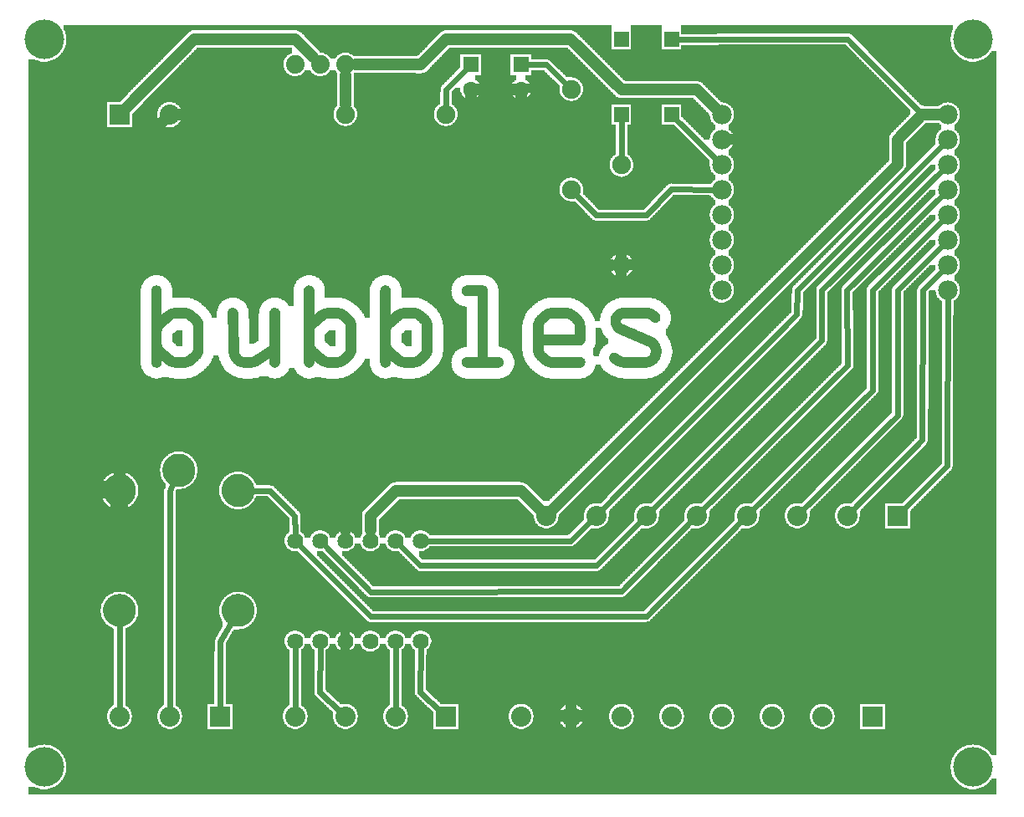
<source format=gtl>
G04 MADE WITH FRITZING*
G04 WWW.FRITZING.ORG*
G04 DOUBLE SIDED*
G04 HOLES PLATED*
G04 CONTOUR ON CENTER OF CONTOUR VECTOR*
%ASAXBY*%
%FSLAX23Y23*%
%MOIN*%
%OFA0B0*%
%SFA1.0B1.0*%
%ADD10C,0.077778*%
%ADD11C,0.075000*%
%ADD12C,0.129921*%
%ADD13C,0.080000*%
%ADD14C,0.062992*%
%ADD15C,0.074000*%
%ADD16C,0.064000*%
%ADD17C,0.059370*%
%ADD18C,0.157480*%
%ADD19R,0.080000X0.079986*%
%ADD20R,0.080000X0.080000*%
%ADD21R,0.062992X0.062992*%
%ADD22C,0.048000*%
%ADD23C,0.024000*%
%ADD24R,0.001000X0.001000*%
%LNCOPPER1*%
G90*
G70*
G54D10*
X3701Y2052D03*
X3701Y2152D03*
X3701Y2252D03*
X3701Y2352D03*
X3701Y2452D03*
X3701Y2552D03*
X3701Y2652D03*
X3701Y2752D03*
X2801Y2752D03*
X2801Y2652D03*
X2801Y2552D03*
X2801Y2452D03*
X2801Y2352D03*
X2801Y2252D03*
X2801Y2152D03*
X2801Y2052D03*
G54D11*
X2401Y2152D03*
X2401Y2552D03*
X2201Y2854D03*
X2201Y2454D03*
X1701Y2754D03*
X1301Y2754D03*
G54D12*
X637Y1334D03*
X401Y1254D03*
X401Y775D03*
X874Y1254D03*
X874Y775D03*
G54D13*
X401Y2752D03*
X601Y2752D03*
X601Y354D03*
X401Y354D03*
X801Y354D03*
G54D14*
X2001Y2952D03*
X2001Y2854D03*
X1801Y2952D03*
X1801Y2854D03*
G54D15*
X1101Y2952D03*
X1201Y2952D03*
X1301Y2952D03*
X1101Y2952D03*
X1201Y2952D03*
X1301Y2952D03*
G54D16*
X1201Y1054D03*
X1301Y1054D03*
X1401Y1054D03*
X1501Y1054D03*
X1601Y1054D03*
X1601Y654D03*
X1501Y654D03*
X1401Y654D03*
X1301Y654D03*
X1201Y654D03*
X1101Y654D03*
X1101Y1054D03*
G54D13*
X1501Y354D03*
X1301Y354D03*
X1101Y354D03*
X1701Y354D03*
X3501Y1154D03*
X3101Y1154D03*
X3301Y1154D03*
X2901Y1154D03*
X2701Y1154D03*
X2501Y1154D03*
X2301Y1154D03*
X2101Y1154D03*
G54D17*
X2401Y2752D03*
X2401Y3052D03*
X2601Y2752D03*
X2601Y3052D03*
X2401Y2752D03*
X2401Y3052D03*
X2601Y2752D03*
X2601Y3052D03*
G54D13*
X3401Y354D03*
X3001Y354D03*
X3201Y354D03*
X2801Y354D03*
X2601Y354D03*
X2401Y354D03*
X2201Y354D03*
X2001Y354D03*
G54D11*
X1545Y1164D03*
X2461Y1014D03*
X2497Y3061D03*
G54D18*
X101Y3052D03*
X3801Y3052D03*
X3801Y152D03*
X101Y152D03*
G54D19*
X401Y2752D03*
G54D20*
X801Y354D03*
G54D21*
X2001Y2952D03*
X1801Y2952D03*
G54D20*
X1701Y354D03*
X3501Y1154D03*
X3401Y354D03*
G54D22*
X1102Y3054D02*
X700Y3054D01*
D02*
X1172Y2982D02*
X1102Y3054D01*
D02*
X700Y3054D02*
X431Y2782D01*
D02*
X1301Y2793D02*
X1301Y2910D01*
G54D23*
D02*
X2101Y2951D02*
X2028Y2952D01*
D02*
X2181Y2873D02*
X2101Y2951D01*
G54D22*
D02*
X2401Y2852D02*
X2199Y3053D01*
D02*
X2199Y3053D02*
X1702Y3053D01*
D02*
X1603Y2951D02*
X1343Y2952D01*
D02*
X2701Y2852D02*
X2401Y2852D01*
D02*
X2781Y2773D02*
X2701Y2852D01*
D02*
X1702Y3053D02*
X1603Y2951D01*
G54D23*
D02*
X1782Y2933D02*
X1703Y2853D01*
D02*
X1703Y2853D02*
X1702Y2782D01*
G54D22*
D02*
X1801Y2654D02*
X1801Y2827D01*
D02*
X1303Y2554D02*
X1703Y2552D01*
D02*
X1100Y2753D02*
X1303Y2554D01*
D02*
X1703Y2552D02*
X1801Y2654D01*
D02*
X643Y2752D02*
X1100Y2753D01*
G54D23*
D02*
X2599Y2455D02*
X2772Y2452D01*
D02*
X2501Y2352D02*
X2599Y2455D01*
D02*
X2221Y2433D02*
X2300Y2352D01*
D02*
X2300Y2352D02*
X2501Y2352D01*
G54D22*
D02*
X1974Y2854D02*
X1828Y2854D01*
D02*
X2001Y2352D02*
X2001Y2827D01*
D02*
X2201Y2155D02*
X2001Y2352D01*
D02*
X2362Y2153D02*
X2201Y2155D01*
G54D23*
D02*
X1101Y385D02*
X1101Y622D01*
D02*
X1199Y450D02*
X1201Y622D01*
D02*
X1279Y375D02*
X1199Y450D01*
D02*
X1501Y385D02*
X1501Y622D01*
D02*
X1600Y450D02*
X1601Y622D01*
D02*
X1679Y375D02*
X1600Y450D01*
D02*
X3523Y1176D02*
X3700Y1352D01*
D02*
X3700Y1352D02*
X3701Y2023D01*
D02*
X3603Y2054D02*
X3681Y2131D01*
D02*
X3600Y1455D02*
X3603Y2054D01*
D02*
X3323Y1176D02*
X3600Y1455D01*
D02*
X3501Y1554D02*
X3502Y2054D01*
D02*
X3502Y2054D02*
X3681Y2231D01*
D02*
X3123Y1176D02*
X3501Y1554D01*
D02*
X3401Y2054D02*
X3681Y2331D01*
D02*
X3402Y1653D02*
X3401Y2054D01*
D02*
X2923Y1176D02*
X3402Y1653D01*
D02*
X3303Y1753D02*
X3300Y2054D01*
D02*
X3300Y2054D02*
X3681Y2431D01*
D02*
X2723Y1175D02*
X3303Y1753D01*
D02*
X3199Y2054D02*
X3681Y2531D01*
D02*
X3200Y1852D02*
X3199Y2054D01*
D02*
X2523Y1176D02*
X3200Y1852D01*
D02*
X3103Y2054D02*
X3681Y2631D01*
D02*
X3100Y1955D02*
X3103Y2054D01*
D02*
X2323Y1176D02*
X3100Y1955D01*
G54D22*
D02*
X3501Y2654D02*
X3600Y2753D01*
D02*
X3600Y2753D02*
X3661Y2752D01*
D02*
X2131Y1183D02*
X3501Y2554D01*
D02*
X3501Y2554D02*
X3501Y2654D01*
G54D23*
D02*
X2401Y2581D02*
X2401Y2721D01*
D02*
X2781Y2573D02*
X2623Y2730D01*
D02*
X3600Y2753D02*
X3303Y3054D01*
D02*
X3303Y3054D02*
X2632Y3052D01*
D02*
X3672Y2752D02*
X3600Y2753D01*
G54D22*
D02*
X402Y2551D02*
X401Y1301D01*
D02*
X572Y2722D02*
X402Y2551D01*
G54D23*
D02*
X803Y652D02*
X856Y743D01*
D02*
X801Y385D02*
X803Y652D01*
D02*
X401Y385D02*
X401Y738D01*
D02*
X602Y1252D02*
X623Y1301D01*
D02*
X601Y385D02*
X602Y1252D01*
G54D22*
D02*
X400Y1554D02*
X401Y1301D01*
D02*
X1001Y1554D02*
X400Y1554D01*
D02*
X1303Y1153D02*
X1001Y1554D01*
D02*
X1302Y1096D02*
X1303Y1153D01*
G54D23*
D02*
X2402Y852D02*
X1402Y850D01*
D02*
X1402Y850D02*
X1223Y1031D01*
D02*
X2679Y1131D02*
X2402Y852D01*
D02*
X2501Y753D02*
X1402Y751D01*
D02*
X1402Y751D02*
X1123Y1031D01*
D02*
X2879Y1132D02*
X2501Y753D01*
D02*
X2303Y955D02*
X2479Y1132D01*
D02*
X1600Y955D02*
X2303Y955D01*
D02*
X1523Y1032D02*
X1600Y955D01*
D02*
X2200Y1054D02*
X2279Y1132D01*
D02*
X1632Y1054D02*
X2200Y1054D01*
G54D22*
D02*
X1501Y1253D02*
X2001Y1253D01*
D02*
X2001Y1253D02*
X2071Y1183D01*
D02*
X1402Y1153D02*
X1501Y1253D01*
D02*
X1402Y1096D02*
X1402Y1153D01*
G54D23*
D02*
X910Y1253D02*
X1001Y1253D01*
D02*
X1100Y1153D02*
X1101Y1085D01*
D02*
X1001Y1253D02*
X1100Y1153D01*
G36*
X3632Y2552D02*
X3632Y2550D01*
X3630Y2550D01*
X3630Y2548D01*
X3628Y2548D01*
X3628Y2546D01*
X3626Y2546D01*
X3626Y2544D01*
X3624Y2544D01*
X3624Y2542D01*
X3622Y2542D01*
X3622Y2540D01*
X3620Y2540D01*
X3620Y2538D01*
X3618Y2538D01*
X3618Y2536D01*
X3616Y2536D01*
X3616Y2534D01*
X3614Y2534D01*
X3614Y2532D01*
X3612Y2532D01*
X3612Y2530D01*
X3610Y2530D01*
X3610Y2528D01*
X3608Y2528D01*
X3608Y2526D01*
X3606Y2526D01*
X3606Y2524D01*
X3604Y2524D01*
X3604Y2522D01*
X3602Y2522D01*
X3602Y2520D01*
X3600Y2520D01*
X3600Y2518D01*
X3598Y2518D01*
X3598Y2516D01*
X3596Y2516D01*
X3596Y2514D01*
X3594Y2514D01*
X3594Y2512D01*
X3592Y2512D01*
X3592Y2510D01*
X3590Y2510D01*
X3590Y2508D01*
X3588Y2508D01*
X3588Y2506D01*
X3586Y2506D01*
X3586Y2504D01*
X3584Y2504D01*
X3584Y2502D01*
X3582Y2502D01*
X3582Y2500D01*
X3580Y2500D01*
X3580Y2498D01*
X3578Y2498D01*
X3578Y2496D01*
X3576Y2496D01*
X3576Y2494D01*
X3574Y2494D01*
X3574Y2492D01*
X3572Y2492D01*
X3572Y2490D01*
X3570Y2490D01*
X3570Y2488D01*
X3568Y2488D01*
X3568Y2486D01*
X3566Y2486D01*
X3566Y2484D01*
X3564Y2484D01*
X3564Y2482D01*
X3562Y2482D01*
X3562Y2480D01*
X3560Y2480D01*
X3560Y2478D01*
X3558Y2478D01*
X3558Y2476D01*
X3556Y2476D01*
X3556Y2474D01*
X3554Y2474D01*
X3554Y2472D01*
X3552Y2472D01*
X3552Y2470D01*
X3550Y2470D01*
X3550Y2468D01*
X3548Y2468D01*
X3548Y2466D01*
X3546Y2466D01*
X3546Y2464D01*
X3544Y2464D01*
X3544Y2462D01*
X3542Y2462D01*
X3542Y2460D01*
X3540Y2460D01*
X3540Y2458D01*
X3538Y2458D01*
X3538Y2456D01*
X3536Y2456D01*
X3536Y2454D01*
X3534Y2454D01*
X3534Y2452D01*
X3532Y2452D01*
X3532Y2450D01*
X3530Y2450D01*
X3530Y2448D01*
X3528Y2448D01*
X3528Y2446D01*
X3526Y2446D01*
X3526Y2444D01*
X3524Y2444D01*
X3524Y2442D01*
X3522Y2442D01*
X3522Y2440D01*
X3520Y2440D01*
X3520Y2438D01*
X3518Y2438D01*
X3518Y2436D01*
X3516Y2436D01*
X3516Y2434D01*
X3514Y2434D01*
X3514Y2432D01*
X3512Y2432D01*
X3512Y2430D01*
X3510Y2430D01*
X3510Y2428D01*
X3508Y2428D01*
X3508Y2426D01*
X3506Y2426D01*
X3506Y2424D01*
X3504Y2424D01*
X3504Y2422D01*
X3502Y2422D01*
X3502Y2420D01*
X3500Y2420D01*
X3500Y2418D01*
X3498Y2418D01*
X3498Y2416D01*
X3496Y2416D01*
X3496Y2414D01*
X3494Y2414D01*
X3494Y2412D01*
X3492Y2412D01*
X3492Y2410D01*
X3490Y2410D01*
X3490Y2408D01*
X3488Y2408D01*
X3488Y2406D01*
X3486Y2406D01*
X3486Y2404D01*
X3484Y2404D01*
X3484Y2402D01*
X3482Y2402D01*
X3482Y2400D01*
X3480Y2400D01*
X3480Y2398D01*
X3478Y2398D01*
X3478Y2396D01*
X3476Y2396D01*
X3476Y2394D01*
X3474Y2394D01*
X3474Y2392D01*
X3472Y2392D01*
X3472Y2390D01*
X3470Y2390D01*
X3470Y2388D01*
X3468Y2388D01*
X3468Y2386D01*
X3466Y2386D01*
X3466Y2384D01*
X3464Y2384D01*
X3464Y2382D01*
X3462Y2382D01*
X3462Y2380D01*
X3460Y2380D01*
X3460Y2378D01*
X3458Y2378D01*
X3458Y2376D01*
X3456Y2376D01*
X3456Y2374D01*
X3454Y2374D01*
X3454Y2372D01*
X3452Y2372D01*
X3452Y2370D01*
X3450Y2370D01*
X3450Y2368D01*
X3448Y2368D01*
X3448Y2366D01*
X3446Y2366D01*
X3446Y2364D01*
X3444Y2364D01*
X3444Y2362D01*
X3442Y2362D01*
X3442Y2360D01*
X3440Y2360D01*
X3440Y2358D01*
X3438Y2358D01*
X3438Y2356D01*
X3436Y2356D01*
X3436Y2354D01*
X3434Y2354D01*
X3434Y2352D01*
X3432Y2352D01*
X3432Y2350D01*
X3430Y2350D01*
X3430Y2348D01*
X3428Y2348D01*
X3428Y2346D01*
X3426Y2346D01*
X3426Y2344D01*
X3424Y2344D01*
X3424Y2342D01*
X3422Y2342D01*
X3422Y2340D01*
X3420Y2340D01*
X3420Y2338D01*
X3418Y2338D01*
X3418Y2336D01*
X3416Y2336D01*
X3416Y2334D01*
X3414Y2334D01*
X3414Y2332D01*
X3412Y2332D01*
X3412Y2330D01*
X3410Y2330D01*
X3410Y2328D01*
X3408Y2328D01*
X3408Y2326D01*
X3406Y2326D01*
X3406Y2324D01*
X3404Y2324D01*
X3404Y2322D01*
X3402Y2322D01*
X3402Y2320D01*
X3400Y2320D01*
X3400Y2318D01*
X3398Y2318D01*
X3398Y2316D01*
X3396Y2316D01*
X3396Y2314D01*
X3394Y2314D01*
X3394Y2312D01*
X3392Y2312D01*
X3392Y2310D01*
X3390Y2310D01*
X3390Y2308D01*
X3388Y2308D01*
X3388Y2306D01*
X3386Y2306D01*
X3386Y2304D01*
X3384Y2304D01*
X3384Y2302D01*
X3382Y2302D01*
X3382Y2300D01*
X3380Y2300D01*
X3380Y2298D01*
X3378Y2298D01*
X3378Y2296D01*
X3376Y2296D01*
X3376Y2294D01*
X3374Y2294D01*
X3374Y2292D01*
X3372Y2292D01*
X3372Y2290D01*
X3370Y2290D01*
X3370Y2288D01*
X3368Y2288D01*
X3368Y2286D01*
X3366Y2286D01*
X3366Y2284D01*
X3364Y2284D01*
X3364Y2282D01*
X3362Y2282D01*
X3362Y2280D01*
X3360Y2280D01*
X3360Y2278D01*
X3358Y2278D01*
X3358Y2276D01*
X3356Y2276D01*
X3356Y2274D01*
X3354Y2274D01*
X3354Y2272D01*
X3352Y2272D01*
X3352Y2270D01*
X3350Y2270D01*
X3350Y2268D01*
X3348Y2268D01*
X3348Y2266D01*
X3346Y2266D01*
X3346Y2264D01*
X3344Y2264D01*
X3344Y2262D01*
X3342Y2262D01*
X3342Y2260D01*
X3340Y2260D01*
X3340Y2258D01*
X3338Y2258D01*
X3338Y2256D01*
X3336Y2256D01*
X3336Y2254D01*
X3334Y2254D01*
X3334Y2252D01*
X3332Y2252D01*
X3332Y2250D01*
X3330Y2250D01*
X3330Y2248D01*
X3328Y2248D01*
X3328Y2246D01*
X3326Y2246D01*
X3326Y2244D01*
X3324Y2244D01*
X3324Y2242D01*
X3322Y2242D01*
X3322Y2240D01*
X3320Y2240D01*
X3320Y2238D01*
X3318Y2238D01*
X3318Y2236D01*
X3316Y2236D01*
X3316Y2234D01*
X3314Y2234D01*
X3314Y2232D01*
X3312Y2232D01*
X3312Y2230D01*
X3310Y2230D01*
X3310Y2228D01*
X3308Y2228D01*
X3308Y2226D01*
X3306Y2226D01*
X3306Y2224D01*
X3304Y2224D01*
X3304Y2222D01*
X3302Y2222D01*
X3302Y2220D01*
X3300Y2220D01*
X3300Y2218D01*
X3298Y2218D01*
X3298Y2216D01*
X3296Y2216D01*
X3296Y2214D01*
X3294Y2214D01*
X3294Y2212D01*
X3292Y2212D01*
X3292Y2210D01*
X3290Y2210D01*
X3290Y2208D01*
X3288Y2208D01*
X3288Y2206D01*
X3286Y2206D01*
X3286Y2204D01*
X3284Y2204D01*
X3284Y2202D01*
X3282Y2202D01*
X3282Y2200D01*
X3280Y2200D01*
X3280Y2198D01*
X3278Y2198D01*
X3278Y2196D01*
X3276Y2196D01*
X3276Y2194D01*
X3274Y2194D01*
X3274Y2192D01*
X3272Y2192D01*
X3272Y2190D01*
X3270Y2190D01*
X3270Y2188D01*
X3268Y2188D01*
X3268Y2186D01*
X3266Y2186D01*
X3266Y2184D01*
X3264Y2184D01*
X3264Y2182D01*
X3262Y2182D01*
X3262Y2180D01*
X3260Y2180D01*
X3260Y2178D01*
X3258Y2178D01*
X3258Y2176D01*
X3256Y2176D01*
X3256Y2174D01*
X3254Y2174D01*
X3254Y2172D01*
X3252Y2172D01*
X3252Y2170D01*
X3250Y2170D01*
X3250Y2168D01*
X3248Y2168D01*
X3248Y2166D01*
X3246Y2166D01*
X3246Y2164D01*
X3244Y2164D01*
X3244Y2162D01*
X3242Y2162D01*
X3242Y2160D01*
X3240Y2160D01*
X3240Y2158D01*
X3238Y2158D01*
X3238Y2156D01*
X3236Y2156D01*
X3236Y2154D01*
X3234Y2154D01*
X3234Y2152D01*
X3232Y2152D01*
X3232Y2150D01*
X3230Y2150D01*
X3230Y2148D01*
X3228Y2148D01*
X3228Y2146D01*
X3226Y2146D01*
X3226Y2144D01*
X3224Y2144D01*
X3224Y2142D01*
X3222Y2142D01*
X3222Y2140D01*
X3220Y2140D01*
X3220Y2138D01*
X3218Y2138D01*
X3218Y2136D01*
X3216Y2136D01*
X3216Y2134D01*
X3214Y2134D01*
X3214Y2132D01*
X3212Y2132D01*
X3212Y2130D01*
X3210Y2130D01*
X3210Y2128D01*
X3208Y2128D01*
X3208Y2126D01*
X3206Y2126D01*
X3206Y2124D01*
X3204Y2124D01*
X3204Y2122D01*
X3202Y2122D01*
X3202Y2120D01*
X3200Y2120D01*
X3200Y2118D01*
X3198Y2118D01*
X3198Y2116D01*
X3196Y2116D01*
X3196Y2114D01*
X3194Y2114D01*
X3194Y2112D01*
X3192Y2112D01*
X3192Y2110D01*
X3190Y2110D01*
X3190Y2108D01*
X3188Y2108D01*
X3188Y2106D01*
X3186Y2106D01*
X3186Y2104D01*
X3184Y2104D01*
X3184Y2102D01*
X3182Y2102D01*
X3182Y2100D01*
X3180Y2100D01*
X3180Y2098D01*
X3178Y2098D01*
X3178Y2096D01*
X3176Y2096D01*
X3176Y2094D01*
X3174Y2094D01*
X3174Y2092D01*
X3172Y2092D01*
X3172Y2090D01*
X3170Y2090D01*
X3170Y2088D01*
X3168Y2088D01*
X3168Y2086D01*
X3166Y2086D01*
X3166Y2084D01*
X3164Y2084D01*
X3164Y2082D01*
X3162Y2082D01*
X3162Y2080D01*
X3160Y2080D01*
X3160Y2078D01*
X3158Y2078D01*
X3158Y2076D01*
X3156Y2076D01*
X3156Y2074D01*
X3154Y2074D01*
X3154Y2072D01*
X3152Y2072D01*
X3152Y2070D01*
X3150Y2070D01*
X3150Y2068D01*
X3148Y2068D01*
X3148Y2066D01*
X3146Y2066D01*
X3146Y2064D01*
X3144Y2064D01*
X3144Y2062D01*
X3142Y2062D01*
X3142Y2060D01*
X3140Y2060D01*
X3140Y2058D01*
X3138Y2058D01*
X3138Y2056D01*
X3136Y2056D01*
X3136Y2054D01*
X3134Y2054D01*
X3134Y2052D01*
X3132Y2052D01*
X3132Y2050D01*
X3130Y2050D01*
X3130Y2048D01*
X3128Y2048D01*
X3128Y2046D01*
X3126Y2046D01*
X3126Y2038D01*
X3124Y2038D01*
X3124Y1972D01*
X3122Y1972D01*
X3122Y1948D01*
X3120Y1948D01*
X3120Y1944D01*
X3118Y1944D01*
X3118Y1942D01*
X3116Y1942D01*
X3116Y1940D01*
X3114Y1940D01*
X3114Y1938D01*
X3112Y1938D01*
X3112Y1936D01*
X3110Y1936D01*
X3110Y1934D01*
X3108Y1934D01*
X3108Y1930D01*
X3106Y1930D01*
X3106Y1928D01*
X3104Y1928D01*
X3104Y1926D01*
X3102Y1926D01*
X3102Y1924D01*
X3100Y1924D01*
X3100Y1922D01*
X3098Y1922D01*
X3098Y1920D01*
X3096Y1920D01*
X3096Y1918D01*
X3094Y1918D01*
X3094Y1916D01*
X3092Y1916D01*
X3092Y1914D01*
X3090Y1914D01*
X3090Y1912D01*
X3088Y1912D01*
X3088Y1910D01*
X3086Y1910D01*
X3086Y1908D01*
X3084Y1908D01*
X3084Y1906D01*
X3082Y1906D01*
X3082Y1904D01*
X3080Y1904D01*
X3080Y1902D01*
X3078Y1902D01*
X3078Y1900D01*
X3076Y1900D01*
X3076Y1898D01*
X3074Y1898D01*
X3074Y1896D01*
X3072Y1896D01*
X3072Y1894D01*
X3070Y1894D01*
X3070Y1892D01*
X3068Y1892D01*
X3068Y1890D01*
X3066Y1890D01*
X3066Y1888D01*
X3064Y1888D01*
X3064Y1886D01*
X3062Y1886D01*
X3062Y1884D01*
X3060Y1884D01*
X3060Y1882D01*
X3058Y1882D01*
X3058Y1880D01*
X3056Y1880D01*
X3056Y1878D01*
X3054Y1878D01*
X3054Y1876D01*
X3052Y1876D01*
X3052Y1874D01*
X3050Y1874D01*
X3050Y1872D01*
X3048Y1872D01*
X3048Y1870D01*
X3046Y1870D01*
X3046Y1868D01*
X3044Y1868D01*
X3044Y1866D01*
X3042Y1866D01*
X3042Y1864D01*
X3040Y1864D01*
X3040Y1862D01*
X3038Y1862D01*
X3038Y1860D01*
X3036Y1860D01*
X3036Y1858D01*
X3034Y1858D01*
X3034Y1856D01*
X3032Y1856D01*
X3032Y1854D01*
X3030Y1854D01*
X3030Y1852D01*
X3028Y1852D01*
X3028Y1850D01*
X3026Y1850D01*
X3026Y1848D01*
X3024Y1848D01*
X3024Y1846D01*
X3022Y1846D01*
X3022Y1844D01*
X3020Y1844D01*
X3020Y1842D01*
X3018Y1842D01*
X3018Y1840D01*
X3016Y1840D01*
X3016Y1838D01*
X3014Y1838D01*
X3014Y1836D01*
X3012Y1836D01*
X3012Y1834D01*
X3010Y1834D01*
X3010Y1832D01*
X3008Y1832D01*
X3008Y1830D01*
X3006Y1830D01*
X3006Y1828D01*
X3004Y1828D01*
X3004Y1826D01*
X3002Y1826D01*
X3002Y1824D01*
X3000Y1824D01*
X3000Y1822D01*
X2998Y1822D01*
X2998Y1820D01*
X2996Y1820D01*
X2996Y1818D01*
X2994Y1818D01*
X2994Y1816D01*
X2992Y1816D01*
X2992Y1814D01*
X2990Y1814D01*
X2990Y1812D01*
X2988Y1812D01*
X2988Y1810D01*
X2986Y1810D01*
X2986Y1808D01*
X2984Y1808D01*
X2984Y1806D01*
X2982Y1806D01*
X2982Y1804D01*
X2980Y1804D01*
X2980Y1802D01*
X2978Y1802D01*
X2978Y1800D01*
X2976Y1800D01*
X2976Y1798D01*
X2974Y1798D01*
X2974Y1796D01*
X2972Y1796D01*
X2972Y1794D01*
X2970Y1794D01*
X2970Y1792D01*
X2968Y1792D01*
X2968Y1790D01*
X2966Y1790D01*
X2966Y1788D01*
X2964Y1788D01*
X2964Y1786D01*
X2962Y1786D01*
X2962Y1784D01*
X2960Y1784D01*
X2960Y1782D01*
X2958Y1782D01*
X2958Y1780D01*
X2956Y1780D01*
X2956Y1778D01*
X2954Y1778D01*
X2954Y1776D01*
X2952Y1776D01*
X2952Y1774D01*
X2950Y1774D01*
X2950Y1772D01*
X2948Y1772D01*
X2948Y1770D01*
X2946Y1770D01*
X2946Y1768D01*
X2944Y1768D01*
X2944Y1766D01*
X2942Y1766D01*
X2942Y1764D01*
X2940Y1764D01*
X2940Y1762D01*
X2938Y1762D01*
X2938Y1760D01*
X2936Y1760D01*
X2936Y1758D01*
X2934Y1758D01*
X2934Y1756D01*
X2932Y1756D01*
X2932Y1754D01*
X2930Y1754D01*
X2930Y1752D01*
X2928Y1752D01*
X2928Y1750D01*
X2926Y1750D01*
X2926Y1748D01*
X2924Y1748D01*
X2924Y1746D01*
X2922Y1746D01*
X2922Y1744D01*
X2920Y1744D01*
X2920Y1742D01*
X2918Y1742D01*
X2918Y1740D01*
X2916Y1740D01*
X2916Y1738D01*
X2914Y1738D01*
X2914Y1736D01*
X2912Y1736D01*
X2912Y1734D01*
X2910Y1734D01*
X2910Y1732D01*
X2908Y1732D01*
X2908Y1730D01*
X2906Y1730D01*
X2906Y1728D01*
X2904Y1728D01*
X2904Y1726D01*
X2902Y1726D01*
X2902Y1724D01*
X2900Y1724D01*
X2900Y1722D01*
X2898Y1722D01*
X2898Y1720D01*
X2896Y1720D01*
X2896Y1718D01*
X2894Y1718D01*
X2894Y1716D01*
X2892Y1716D01*
X2892Y1714D01*
X2890Y1714D01*
X2890Y1712D01*
X2888Y1712D01*
X2888Y1710D01*
X2886Y1710D01*
X2886Y1708D01*
X2884Y1708D01*
X2884Y1706D01*
X2882Y1706D01*
X2882Y1704D01*
X2880Y1704D01*
X2880Y1702D01*
X2878Y1702D01*
X2878Y1700D01*
X2876Y1700D01*
X2876Y1698D01*
X2874Y1698D01*
X2874Y1696D01*
X2872Y1696D01*
X2872Y1694D01*
X2870Y1694D01*
X2870Y1692D01*
X2868Y1692D01*
X2868Y1690D01*
X2866Y1690D01*
X2866Y1688D01*
X2864Y1688D01*
X2864Y1686D01*
X2862Y1686D01*
X2862Y1684D01*
X2860Y1684D01*
X2860Y1682D01*
X2858Y1682D01*
X2858Y1680D01*
X2856Y1680D01*
X2856Y1678D01*
X2854Y1678D01*
X2854Y1676D01*
X2852Y1676D01*
X2852Y1674D01*
X2850Y1674D01*
X2850Y1672D01*
X2848Y1672D01*
X2848Y1670D01*
X2846Y1670D01*
X2846Y1668D01*
X2844Y1668D01*
X2844Y1666D01*
X2842Y1666D01*
X2842Y1664D01*
X2840Y1664D01*
X2840Y1662D01*
X2838Y1662D01*
X2838Y1660D01*
X2836Y1660D01*
X2836Y1658D01*
X2834Y1658D01*
X2834Y1656D01*
X2832Y1656D01*
X2832Y1654D01*
X2830Y1654D01*
X2830Y1652D01*
X2828Y1652D01*
X2828Y1650D01*
X2826Y1650D01*
X2826Y1648D01*
X2824Y1648D01*
X2824Y1646D01*
X2822Y1646D01*
X2822Y1644D01*
X2820Y1644D01*
X2820Y1642D01*
X2818Y1642D01*
X2818Y1640D01*
X2816Y1640D01*
X2816Y1638D01*
X2814Y1638D01*
X2814Y1636D01*
X2812Y1636D01*
X2812Y1634D01*
X2810Y1634D01*
X2810Y1632D01*
X2808Y1632D01*
X2808Y1630D01*
X2806Y1630D01*
X2806Y1628D01*
X2804Y1628D01*
X2804Y1626D01*
X2802Y1626D01*
X2802Y1624D01*
X2800Y1624D01*
X2800Y1622D01*
X2798Y1622D01*
X2798Y1620D01*
X2796Y1620D01*
X2796Y1618D01*
X2794Y1618D01*
X2794Y1616D01*
X2792Y1616D01*
X2792Y1614D01*
X2790Y1614D01*
X2790Y1612D01*
X2788Y1612D01*
X2788Y1610D01*
X2786Y1610D01*
X2786Y1608D01*
X2784Y1608D01*
X2784Y1606D01*
X2782Y1606D01*
X2782Y1604D01*
X2780Y1604D01*
X2780Y1602D01*
X2778Y1602D01*
X2778Y1600D01*
X2776Y1600D01*
X2776Y1598D01*
X2774Y1598D01*
X2774Y1596D01*
X2772Y1596D01*
X2772Y1594D01*
X2770Y1594D01*
X2770Y1592D01*
X2768Y1592D01*
X2768Y1590D01*
X2766Y1590D01*
X2766Y1588D01*
X2764Y1588D01*
X2764Y1586D01*
X2762Y1586D01*
X2762Y1584D01*
X2760Y1584D01*
X2760Y1582D01*
X2758Y1582D01*
X2758Y1580D01*
X2756Y1580D01*
X2756Y1578D01*
X2754Y1578D01*
X2754Y1576D01*
X2752Y1576D01*
X2752Y1574D01*
X2750Y1574D01*
X2750Y1572D01*
X2748Y1572D01*
X2748Y1570D01*
X2746Y1570D01*
X2746Y1568D01*
X2744Y1568D01*
X2744Y1566D01*
X2742Y1566D01*
X2742Y1564D01*
X2740Y1564D01*
X2740Y1562D01*
X2738Y1562D01*
X2738Y1560D01*
X2736Y1560D01*
X2736Y1558D01*
X2734Y1558D01*
X2734Y1556D01*
X2732Y1556D01*
X2732Y1554D01*
X2730Y1554D01*
X2730Y1552D01*
X2728Y1552D01*
X2728Y1550D01*
X2726Y1550D01*
X2726Y1548D01*
X2724Y1548D01*
X2724Y1546D01*
X2722Y1546D01*
X2722Y1544D01*
X2720Y1544D01*
X2720Y1542D01*
X2718Y1542D01*
X2718Y1540D01*
X2716Y1540D01*
X2716Y1538D01*
X2714Y1538D01*
X2714Y1536D01*
X2712Y1536D01*
X2712Y1534D01*
X2710Y1534D01*
X2710Y1532D01*
X2708Y1532D01*
X2708Y1530D01*
X2706Y1530D01*
X2706Y1528D01*
X2704Y1528D01*
X2704Y1526D01*
X2702Y1526D01*
X2702Y1524D01*
X2700Y1524D01*
X2700Y1522D01*
X2698Y1522D01*
X2698Y1520D01*
X2696Y1520D01*
X2696Y1518D01*
X2694Y1518D01*
X2694Y1516D01*
X2692Y1516D01*
X2692Y1514D01*
X2690Y1514D01*
X2690Y1512D01*
X2688Y1512D01*
X2688Y1510D01*
X2686Y1510D01*
X2686Y1508D01*
X2684Y1508D01*
X2684Y1506D01*
X2682Y1506D01*
X2682Y1504D01*
X2680Y1504D01*
X2680Y1502D01*
X2678Y1502D01*
X2678Y1500D01*
X2676Y1500D01*
X2676Y1498D01*
X2674Y1498D01*
X2674Y1496D01*
X2672Y1496D01*
X2672Y1494D01*
X2670Y1494D01*
X2670Y1492D01*
X2668Y1492D01*
X2668Y1490D01*
X2666Y1490D01*
X2666Y1488D01*
X2664Y1488D01*
X2664Y1486D01*
X2662Y1486D01*
X2662Y1484D01*
X2660Y1484D01*
X2660Y1482D01*
X2658Y1482D01*
X2658Y1480D01*
X2656Y1480D01*
X2656Y1478D01*
X2654Y1478D01*
X2654Y1476D01*
X2652Y1476D01*
X2652Y1474D01*
X2650Y1474D01*
X2650Y1472D01*
X2648Y1472D01*
X2648Y1470D01*
X2646Y1470D01*
X2646Y1468D01*
X2644Y1468D01*
X2644Y1466D01*
X2642Y1466D01*
X2642Y1464D01*
X2640Y1464D01*
X2640Y1462D01*
X2638Y1462D01*
X2638Y1460D01*
X2636Y1460D01*
X2636Y1458D01*
X2634Y1458D01*
X2634Y1456D01*
X2632Y1456D01*
X2632Y1454D01*
X2630Y1454D01*
X2630Y1452D01*
X2628Y1452D01*
X2628Y1450D01*
X2626Y1450D01*
X2626Y1448D01*
X2624Y1448D01*
X2624Y1446D01*
X2622Y1446D01*
X2622Y1444D01*
X2620Y1444D01*
X2620Y1442D01*
X2618Y1442D01*
X2618Y1440D01*
X2616Y1440D01*
X2616Y1438D01*
X2614Y1438D01*
X2614Y1436D01*
X2612Y1436D01*
X2612Y1434D01*
X2610Y1434D01*
X2610Y1432D01*
X2608Y1432D01*
X2608Y1430D01*
X2606Y1430D01*
X2606Y1428D01*
X2604Y1428D01*
X2604Y1426D01*
X2602Y1426D01*
X2602Y1424D01*
X2600Y1424D01*
X2600Y1422D01*
X2598Y1422D01*
X2598Y1420D01*
X2596Y1420D01*
X2596Y1418D01*
X2594Y1418D01*
X2594Y1416D01*
X2592Y1416D01*
X2592Y1414D01*
X2590Y1414D01*
X2590Y1412D01*
X2588Y1412D01*
X2588Y1410D01*
X2586Y1410D01*
X2586Y1408D01*
X2584Y1408D01*
X2584Y1406D01*
X2582Y1406D01*
X2582Y1404D01*
X2580Y1404D01*
X2580Y1402D01*
X2578Y1402D01*
X2578Y1400D01*
X2576Y1400D01*
X2576Y1398D01*
X2574Y1398D01*
X2574Y1396D01*
X2572Y1396D01*
X2572Y1394D01*
X2570Y1394D01*
X2570Y1392D01*
X2568Y1392D01*
X2568Y1390D01*
X2566Y1390D01*
X2566Y1388D01*
X2564Y1388D01*
X2564Y1386D01*
X2562Y1386D01*
X2562Y1384D01*
X2560Y1384D01*
X2560Y1382D01*
X2558Y1382D01*
X2558Y1380D01*
X2556Y1380D01*
X2556Y1378D01*
X2554Y1378D01*
X2554Y1376D01*
X2552Y1376D01*
X2552Y1374D01*
X2550Y1374D01*
X2550Y1372D01*
X2548Y1372D01*
X2548Y1370D01*
X2546Y1370D01*
X2546Y1368D01*
X2544Y1368D01*
X2544Y1366D01*
X2542Y1366D01*
X2542Y1364D01*
X2540Y1364D01*
X2540Y1362D01*
X2538Y1362D01*
X2538Y1360D01*
X2536Y1360D01*
X2536Y1358D01*
X2534Y1358D01*
X2534Y1356D01*
X2532Y1356D01*
X2532Y1354D01*
X2530Y1354D01*
X2530Y1352D01*
X2528Y1352D01*
X2528Y1350D01*
X2526Y1350D01*
X2526Y1348D01*
X2524Y1348D01*
X2524Y1346D01*
X2522Y1346D01*
X2522Y1344D01*
X2520Y1344D01*
X2520Y1342D01*
X2518Y1342D01*
X2518Y1340D01*
X2516Y1340D01*
X2516Y1338D01*
X2514Y1338D01*
X2514Y1336D01*
X2512Y1336D01*
X2512Y1334D01*
X2510Y1334D01*
X2510Y1332D01*
X2508Y1332D01*
X2508Y1330D01*
X2506Y1330D01*
X2506Y1328D01*
X2504Y1328D01*
X2504Y1326D01*
X2502Y1326D01*
X2502Y1324D01*
X2500Y1324D01*
X2500Y1322D01*
X2498Y1322D01*
X2498Y1320D01*
X2496Y1320D01*
X2496Y1318D01*
X2494Y1318D01*
X2494Y1316D01*
X2492Y1316D01*
X2492Y1314D01*
X2490Y1314D01*
X2490Y1312D01*
X2488Y1312D01*
X2488Y1310D01*
X2486Y1310D01*
X2486Y1308D01*
X2484Y1308D01*
X2484Y1306D01*
X2482Y1306D01*
X2482Y1304D01*
X2480Y1304D01*
X2480Y1302D01*
X2478Y1302D01*
X2478Y1300D01*
X2476Y1300D01*
X2476Y1298D01*
X2474Y1298D01*
X2474Y1296D01*
X2472Y1296D01*
X2472Y1294D01*
X2470Y1294D01*
X2470Y1292D01*
X2468Y1292D01*
X2468Y1290D01*
X2466Y1290D01*
X2466Y1288D01*
X2464Y1288D01*
X2464Y1286D01*
X2462Y1286D01*
X2462Y1282D01*
X2460Y1282D01*
X2460Y1280D01*
X2458Y1280D01*
X2458Y1278D01*
X2456Y1278D01*
X2456Y1276D01*
X2454Y1276D01*
X2454Y1274D01*
X2452Y1274D01*
X2452Y1272D01*
X2450Y1272D01*
X2450Y1270D01*
X2448Y1270D01*
X2448Y1268D01*
X2446Y1268D01*
X2446Y1266D01*
X2444Y1266D01*
X2444Y1264D01*
X2442Y1264D01*
X2442Y1262D01*
X2440Y1262D01*
X2440Y1260D01*
X2438Y1260D01*
X2438Y1258D01*
X2436Y1258D01*
X2436Y1256D01*
X2434Y1256D01*
X2434Y1254D01*
X2432Y1254D01*
X2432Y1252D01*
X2430Y1252D01*
X2430Y1250D01*
X2428Y1250D01*
X2428Y1248D01*
X2426Y1248D01*
X2426Y1246D01*
X2424Y1246D01*
X2424Y1244D01*
X2422Y1244D01*
X2422Y1242D01*
X2420Y1242D01*
X2420Y1240D01*
X2418Y1240D01*
X2418Y1238D01*
X2416Y1238D01*
X2416Y1236D01*
X2414Y1236D01*
X2414Y1234D01*
X2412Y1234D01*
X2412Y1232D01*
X2410Y1232D01*
X2410Y1230D01*
X2408Y1230D01*
X2408Y1228D01*
X2406Y1228D01*
X2406Y1226D01*
X2404Y1226D01*
X2404Y1224D01*
X2402Y1224D01*
X2402Y1222D01*
X2400Y1222D01*
X2400Y1220D01*
X2398Y1220D01*
X2398Y1218D01*
X2396Y1218D01*
X2396Y1216D01*
X2394Y1216D01*
X2394Y1214D01*
X2392Y1214D01*
X2392Y1212D01*
X2390Y1212D01*
X2390Y1210D01*
X2388Y1210D01*
X2388Y1208D01*
X2386Y1208D01*
X2386Y1206D01*
X2384Y1206D01*
X2384Y1204D01*
X2382Y1204D01*
X2382Y1202D01*
X2380Y1202D01*
X2380Y1200D01*
X2378Y1200D01*
X2378Y1198D01*
X2376Y1198D01*
X2376Y1196D01*
X2374Y1196D01*
X2374Y1194D01*
X2372Y1194D01*
X2372Y1192D01*
X2370Y1192D01*
X2370Y1190D01*
X2368Y1190D01*
X2368Y1188D01*
X2366Y1188D01*
X2366Y1186D01*
X2364Y1186D01*
X2364Y1184D01*
X2362Y1184D01*
X2362Y1182D01*
X2360Y1182D01*
X2360Y1180D01*
X2358Y1180D01*
X2358Y1178D01*
X2356Y1178D01*
X2356Y1176D01*
X2354Y1176D01*
X2354Y1174D01*
X2352Y1174D01*
X2352Y1150D01*
X2350Y1150D01*
X2350Y1140D01*
X2348Y1140D01*
X2348Y1134D01*
X2346Y1134D01*
X2346Y1130D01*
X2344Y1130D01*
X2344Y1126D01*
X2342Y1126D01*
X2342Y1124D01*
X2340Y1124D01*
X2340Y1122D01*
X2338Y1122D01*
X2338Y1120D01*
X2336Y1120D01*
X2336Y1118D01*
X2334Y1118D01*
X2334Y1116D01*
X2332Y1116D01*
X2332Y1114D01*
X2330Y1114D01*
X2330Y1112D01*
X2326Y1112D01*
X2326Y1110D01*
X2322Y1110D01*
X2322Y1108D01*
X2318Y1108D01*
X2318Y1106D01*
X2312Y1106D01*
X2312Y1104D01*
X2280Y1104D01*
X2280Y1102D01*
X2278Y1102D01*
X2278Y1100D01*
X2276Y1100D01*
X2276Y1098D01*
X2274Y1098D01*
X2274Y1096D01*
X2272Y1096D01*
X2272Y1094D01*
X2270Y1094D01*
X2270Y1092D01*
X2268Y1092D01*
X2268Y1090D01*
X2266Y1090D01*
X2266Y1088D01*
X2264Y1088D01*
X2264Y1086D01*
X2262Y1086D01*
X2262Y1084D01*
X2260Y1084D01*
X2260Y1082D01*
X2258Y1082D01*
X2258Y1080D01*
X2256Y1080D01*
X2256Y1078D01*
X2254Y1078D01*
X2254Y1076D01*
X2252Y1076D01*
X2252Y1074D01*
X2250Y1074D01*
X2250Y1072D01*
X2248Y1072D01*
X2248Y1070D01*
X2246Y1070D01*
X2246Y1068D01*
X2244Y1068D01*
X2244Y1066D01*
X2242Y1066D01*
X2242Y1064D01*
X2240Y1064D01*
X2240Y1062D01*
X2238Y1062D01*
X2238Y1060D01*
X2236Y1060D01*
X2236Y1058D01*
X2234Y1058D01*
X2234Y1056D01*
X2232Y1056D01*
X2232Y1054D01*
X2230Y1054D01*
X2230Y1052D01*
X2228Y1052D01*
X2228Y1050D01*
X2226Y1050D01*
X2226Y1048D01*
X2224Y1048D01*
X2224Y1046D01*
X2222Y1046D01*
X2222Y1044D01*
X2220Y1044D01*
X2220Y1042D01*
X2218Y1042D01*
X2218Y1040D01*
X2214Y1040D01*
X2214Y1038D01*
X2212Y1038D01*
X2212Y1036D01*
X2210Y1036D01*
X2210Y1034D01*
X2202Y1034D01*
X2202Y1032D01*
X1636Y1032D01*
X1636Y1030D01*
X1634Y1030D01*
X1634Y1026D01*
X1632Y1026D01*
X1632Y1024D01*
X1630Y1024D01*
X1630Y1022D01*
X1626Y1022D01*
X1626Y1020D01*
X1624Y1020D01*
X1624Y1018D01*
X1620Y1018D01*
X1620Y1016D01*
X1616Y1016D01*
X1616Y1014D01*
X1610Y1014D01*
X1610Y1012D01*
X1594Y1012D01*
X1594Y992D01*
X1596Y992D01*
X1596Y990D01*
X1598Y990D01*
X1598Y988D01*
X1600Y988D01*
X1600Y986D01*
X1602Y986D01*
X1602Y984D01*
X1604Y984D01*
X1604Y982D01*
X1606Y982D01*
X1606Y980D01*
X1608Y980D01*
X1608Y978D01*
X2296Y978D01*
X2296Y980D01*
X2298Y980D01*
X2298Y982D01*
X2300Y982D01*
X2300Y984D01*
X2302Y984D01*
X2302Y986D01*
X2304Y986D01*
X2304Y988D01*
X2306Y988D01*
X2306Y990D01*
X2308Y990D01*
X2308Y992D01*
X2310Y992D01*
X2310Y994D01*
X2312Y994D01*
X2312Y996D01*
X2314Y996D01*
X2314Y998D01*
X2316Y998D01*
X2316Y1000D01*
X2318Y1000D01*
X2318Y1002D01*
X2320Y1002D01*
X2320Y1004D01*
X2322Y1004D01*
X2322Y1006D01*
X2324Y1006D01*
X2324Y1008D01*
X2326Y1008D01*
X2326Y1010D01*
X2328Y1010D01*
X2328Y1012D01*
X2330Y1012D01*
X2330Y1014D01*
X2332Y1014D01*
X2332Y1016D01*
X2334Y1016D01*
X2334Y1018D01*
X2336Y1018D01*
X2336Y1020D01*
X2338Y1020D01*
X2338Y1022D01*
X2340Y1022D01*
X2340Y1024D01*
X2342Y1024D01*
X2342Y1026D01*
X2344Y1026D01*
X2344Y1028D01*
X2346Y1028D01*
X2346Y1030D01*
X2348Y1030D01*
X2348Y1032D01*
X2350Y1032D01*
X2350Y1034D01*
X2352Y1034D01*
X2352Y1036D01*
X2354Y1036D01*
X2354Y1038D01*
X2356Y1038D01*
X2356Y1040D01*
X2358Y1040D01*
X2358Y1042D01*
X2360Y1042D01*
X2360Y1044D01*
X2362Y1044D01*
X2362Y1046D01*
X2364Y1046D01*
X2364Y1048D01*
X2366Y1048D01*
X2366Y1050D01*
X2368Y1050D01*
X2368Y1052D01*
X2370Y1052D01*
X2370Y1054D01*
X2372Y1054D01*
X2372Y1056D01*
X2374Y1056D01*
X2374Y1058D01*
X2376Y1058D01*
X2376Y1060D01*
X2378Y1060D01*
X2378Y1062D01*
X2380Y1062D01*
X2380Y1064D01*
X2382Y1064D01*
X2382Y1066D01*
X2384Y1066D01*
X2384Y1068D01*
X2386Y1068D01*
X2386Y1070D01*
X2388Y1070D01*
X2388Y1072D01*
X2390Y1072D01*
X2390Y1074D01*
X2392Y1074D01*
X2392Y1076D01*
X2394Y1076D01*
X2394Y1078D01*
X2396Y1078D01*
X2396Y1080D01*
X2398Y1080D01*
X2398Y1082D01*
X2400Y1082D01*
X2400Y1084D01*
X2402Y1084D01*
X2402Y1086D01*
X2404Y1086D01*
X2404Y1088D01*
X2406Y1088D01*
X2406Y1090D01*
X2408Y1090D01*
X2408Y1092D01*
X2410Y1092D01*
X2410Y1094D01*
X2412Y1094D01*
X2412Y1096D01*
X2414Y1096D01*
X2414Y1098D01*
X2416Y1098D01*
X2416Y1100D01*
X2418Y1100D01*
X2418Y1102D01*
X2420Y1102D01*
X2420Y1104D01*
X2422Y1104D01*
X2422Y1106D01*
X2424Y1106D01*
X2424Y1108D01*
X2426Y1108D01*
X2426Y1110D01*
X2428Y1110D01*
X2428Y1112D01*
X2430Y1112D01*
X2430Y1114D01*
X2432Y1114D01*
X2432Y1116D01*
X2434Y1116D01*
X2434Y1118D01*
X2436Y1118D01*
X2436Y1120D01*
X2438Y1120D01*
X2438Y1122D01*
X2440Y1122D01*
X2440Y1124D01*
X2442Y1124D01*
X2442Y1126D01*
X2444Y1126D01*
X2444Y1128D01*
X2446Y1128D01*
X2446Y1130D01*
X2448Y1130D01*
X2448Y1132D01*
X2450Y1132D01*
X2450Y1134D01*
X2452Y1134D01*
X2452Y1166D01*
X2454Y1166D01*
X2454Y1172D01*
X2456Y1172D01*
X2456Y1176D01*
X2458Y1176D01*
X2458Y1180D01*
X2460Y1180D01*
X2460Y1184D01*
X2462Y1184D01*
X2462Y1186D01*
X2464Y1186D01*
X2464Y1188D01*
X2466Y1188D01*
X2466Y1190D01*
X2468Y1190D01*
X2468Y1192D01*
X2470Y1192D01*
X2470Y1194D01*
X2472Y1194D01*
X2472Y1196D01*
X2476Y1196D01*
X2476Y1198D01*
X2480Y1198D01*
X2480Y1200D01*
X2484Y1200D01*
X2484Y1202D01*
X2492Y1202D01*
X2492Y1204D01*
X2522Y1204D01*
X2522Y1206D01*
X2524Y1206D01*
X2524Y1208D01*
X2526Y1208D01*
X2526Y1210D01*
X2528Y1210D01*
X2528Y1212D01*
X2530Y1212D01*
X2530Y1214D01*
X2532Y1214D01*
X2532Y1216D01*
X2534Y1216D01*
X2534Y1218D01*
X2536Y1218D01*
X2536Y1220D01*
X2538Y1220D01*
X2538Y1222D01*
X2540Y1222D01*
X2540Y1224D01*
X2542Y1224D01*
X2542Y1226D01*
X2544Y1226D01*
X2544Y1228D01*
X2546Y1228D01*
X2546Y1230D01*
X2548Y1230D01*
X2548Y1232D01*
X2550Y1232D01*
X2550Y1234D01*
X2552Y1234D01*
X2552Y1236D01*
X2554Y1236D01*
X2554Y1238D01*
X2556Y1238D01*
X2556Y1240D01*
X2558Y1240D01*
X2558Y1242D01*
X2560Y1242D01*
X2560Y1244D01*
X2562Y1244D01*
X2562Y1246D01*
X2564Y1246D01*
X2564Y1248D01*
X2566Y1248D01*
X2566Y1250D01*
X2568Y1250D01*
X2568Y1252D01*
X2570Y1252D01*
X2570Y1254D01*
X2572Y1254D01*
X2572Y1256D01*
X2574Y1256D01*
X2574Y1258D01*
X2576Y1258D01*
X2576Y1260D01*
X2578Y1260D01*
X2578Y1262D01*
X2580Y1262D01*
X2580Y1264D01*
X2582Y1264D01*
X2582Y1266D01*
X2584Y1266D01*
X2584Y1268D01*
X2586Y1268D01*
X2586Y1270D01*
X2588Y1270D01*
X2588Y1272D01*
X2590Y1272D01*
X2590Y1274D01*
X2592Y1274D01*
X2592Y1276D01*
X2594Y1276D01*
X2594Y1278D01*
X2596Y1278D01*
X2596Y1280D01*
X2598Y1280D01*
X2598Y1282D01*
X2600Y1282D01*
X2600Y1284D01*
X2602Y1284D01*
X2602Y1286D01*
X2604Y1286D01*
X2604Y1288D01*
X2606Y1288D01*
X2606Y1290D01*
X2608Y1290D01*
X2608Y1292D01*
X2610Y1292D01*
X2610Y1294D01*
X2612Y1294D01*
X2612Y1296D01*
X2614Y1296D01*
X2614Y1298D01*
X2616Y1298D01*
X2616Y1300D01*
X2618Y1300D01*
X2618Y1302D01*
X2620Y1302D01*
X2620Y1304D01*
X2622Y1304D01*
X2622Y1306D01*
X2624Y1306D01*
X2624Y1308D01*
X2626Y1308D01*
X2626Y1310D01*
X2628Y1310D01*
X2628Y1312D01*
X2630Y1312D01*
X2630Y1314D01*
X2632Y1314D01*
X2632Y1316D01*
X2634Y1316D01*
X2634Y1318D01*
X2636Y1318D01*
X2636Y1320D01*
X2638Y1320D01*
X2638Y1322D01*
X2640Y1322D01*
X2640Y1324D01*
X2642Y1324D01*
X2642Y1326D01*
X2644Y1326D01*
X2644Y1328D01*
X2646Y1328D01*
X2646Y1330D01*
X2648Y1330D01*
X2648Y1332D01*
X2650Y1332D01*
X2650Y1334D01*
X2652Y1334D01*
X2652Y1336D01*
X2654Y1336D01*
X2654Y1338D01*
X2656Y1338D01*
X2656Y1340D01*
X2658Y1340D01*
X2658Y1342D01*
X2660Y1342D01*
X2660Y1344D01*
X2662Y1344D01*
X2662Y1346D01*
X2664Y1346D01*
X2664Y1348D01*
X2666Y1348D01*
X2666Y1350D01*
X2668Y1350D01*
X2668Y1352D01*
X2670Y1352D01*
X2670Y1354D01*
X2672Y1354D01*
X2672Y1356D01*
X2674Y1356D01*
X2674Y1358D01*
X2676Y1358D01*
X2676Y1360D01*
X2678Y1360D01*
X2678Y1362D01*
X2680Y1362D01*
X2680Y1364D01*
X2682Y1364D01*
X2682Y1366D01*
X2684Y1366D01*
X2684Y1368D01*
X2686Y1368D01*
X2686Y1370D01*
X2688Y1370D01*
X2688Y1372D01*
X2690Y1372D01*
X2690Y1374D01*
X2692Y1374D01*
X2692Y1376D01*
X2694Y1376D01*
X2694Y1378D01*
X2696Y1378D01*
X2696Y1380D01*
X2698Y1380D01*
X2698Y1382D01*
X2700Y1382D01*
X2700Y1384D01*
X2702Y1384D01*
X2702Y1386D01*
X2704Y1386D01*
X2704Y1388D01*
X2706Y1388D01*
X2706Y1390D01*
X2708Y1390D01*
X2708Y1392D01*
X2710Y1392D01*
X2710Y1394D01*
X2712Y1394D01*
X2712Y1396D01*
X2714Y1396D01*
X2714Y1398D01*
X2716Y1398D01*
X2716Y1400D01*
X2718Y1400D01*
X2718Y1402D01*
X2720Y1402D01*
X2720Y1404D01*
X2722Y1404D01*
X2722Y1406D01*
X2724Y1406D01*
X2724Y1408D01*
X2726Y1408D01*
X2726Y1410D01*
X2728Y1410D01*
X2728Y1412D01*
X2730Y1412D01*
X2730Y1414D01*
X2732Y1414D01*
X2732Y1416D01*
X2734Y1416D01*
X2734Y1418D01*
X2736Y1418D01*
X2736Y1420D01*
X2738Y1420D01*
X2738Y1422D01*
X2740Y1422D01*
X2740Y1424D01*
X2742Y1424D01*
X2742Y1426D01*
X2744Y1426D01*
X2744Y1428D01*
X2746Y1428D01*
X2746Y1430D01*
X2748Y1430D01*
X2748Y1432D01*
X2750Y1432D01*
X2750Y1434D01*
X2752Y1434D01*
X2752Y1436D01*
X2754Y1436D01*
X2754Y1438D01*
X2756Y1438D01*
X2756Y1440D01*
X2758Y1440D01*
X2758Y1442D01*
X2760Y1442D01*
X2760Y1444D01*
X2762Y1444D01*
X2762Y1446D01*
X2764Y1446D01*
X2764Y1448D01*
X2766Y1448D01*
X2766Y1450D01*
X2768Y1450D01*
X2768Y1452D01*
X2770Y1452D01*
X2770Y1454D01*
X2772Y1454D01*
X2772Y1456D01*
X2774Y1456D01*
X2774Y1458D01*
X2776Y1458D01*
X2776Y1460D01*
X2778Y1460D01*
X2778Y1462D01*
X2780Y1462D01*
X2780Y1464D01*
X2782Y1464D01*
X2782Y1466D01*
X2784Y1466D01*
X2784Y1468D01*
X2786Y1468D01*
X2786Y1470D01*
X2788Y1470D01*
X2788Y1472D01*
X2790Y1472D01*
X2790Y1474D01*
X2792Y1474D01*
X2792Y1476D01*
X2794Y1476D01*
X2794Y1478D01*
X2796Y1478D01*
X2796Y1480D01*
X2798Y1480D01*
X2798Y1482D01*
X2800Y1482D01*
X2800Y1484D01*
X2802Y1484D01*
X2802Y1486D01*
X2804Y1486D01*
X2804Y1488D01*
X2806Y1488D01*
X2806Y1490D01*
X2808Y1490D01*
X2808Y1492D01*
X2810Y1492D01*
X2810Y1494D01*
X2812Y1494D01*
X2812Y1496D01*
X2814Y1496D01*
X2814Y1498D01*
X2816Y1498D01*
X2816Y1500D01*
X2818Y1500D01*
X2818Y1502D01*
X2820Y1502D01*
X2820Y1504D01*
X2822Y1504D01*
X2822Y1506D01*
X2824Y1506D01*
X2824Y1508D01*
X2826Y1508D01*
X2826Y1510D01*
X2828Y1510D01*
X2828Y1512D01*
X2830Y1512D01*
X2830Y1514D01*
X2832Y1514D01*
X2832Y1516D01*
X2834Y1516D01*
X2834Y1518D01*
X2836Y1518D01*
X2836Y1520D01*
X2838Y1520D01*
X2838Y1522D01*
X2840Y1522D01*
X2840Y1524D01*
X2842Y1524D01*
X2842Y1526D01*
X2844Y1526D01*
X2844Y1528D01*
X2846Y1528D01*
X2846Y1530D01*
X2848Y1530D01*
X2848Y1532D01*
X2850Y1532D01*
X2850Y1534D01*
X2852Y1534D01*
X2852Y1536D01*
X2854Y1536D01*
X2854Y1538D01*
X2856Y1538D01*
X2856Y1540D01*
X2858Y1540D01*
X2858Y1542D01*
X2860Y1542D01*
X2860Y1544D01*
X2862Y1544D01*
X2862Y1546D01*
X2864Y1546D01*
X2864Y1548D01*
X2866Y1548D01*
X2866Y1550D01*
X2868Y1550D01*
X2868Y1552D01*
X2870Y1552D01*
X2870Y1554D01*
X2872Y1554D01*
X2872Y1556D01*
X2874Y1556D01*
X2874Y1558D01*
X2876Y1558D01*
X2876Y1560D01*
X2878Y1560D01*
X2878Y1562D01*
X2880Y1562D01*
X2880Y1564D01*
X2882Y1564D01*
X2882Y1566D01*
X2884Y1566D01*
X2884Y1568D01*
X2886Y1568D01*
X2886Y1570D01*
X2888Y1570D01*
X2888Y1572D01*
X2890Y1572D01*
X2890Y1574D01*
X2892Y1574D01*
X2892Y1576D01*
X2894Y1576D01*
X2894Y1578D01*
X2896Y1578D01*
X2896Y1580D01*
X2898Y1580D01*
X2898Y1582D01*
X2900Y1582D01*
X2900Y1584D01*
X2902Y1584D01*
X2902Y1586D01*
X2904Y1586D01*
X2904Y1588D01*
X2906Y1588D01*
X2906Y1590D01*
X2908Y1590D01*
X2908Y1592D01*
X2910Y1592D01*
X2910Y1594D01*
X2912Y1594D01*
X2912Y1596D01*
X2914Y1596D01*
X2914Y1598D01*
X2916Y1598D01*
X2916Y1600D01*
X2918Y1600D01*
X2918Y1602D01*
X2920Y1602D01*
X2920Y1604D01*
X2922Y1604D01*
X2922Y1606D01*
X2924Y1606D01*
X2924Y1608D01*
X2926Y1608D01*
X2926Y1610D01*
X2928Y1610D01*
X2928Y1612D01*
X2930Y1612D01*
X2930Y1614D01*
X2932Y1614D01*
X2932Y1616D01*
X2934Y1616D01*
X2934Y1618D01*
X2936Y1618D01*
X2936Y1620D01*
X2938Y1620D01*
X2938Y1622D01*
X2940Y1622D01*
X2940Y1624D01*
X2942Y1624D01*
X2942Y1626D01*
X2944Y1626D01*
X2944Y1628D01*
X2946Y1628D01*
X2946Y1630D01*
X2948Y1630D01*
X2948Y1632D01*
X2950Y1632D01*
X2950Y1634D01*
X2952Y1634D01*
X2952Y1636D01*
X2954Y1636D01*
X2954Y1638D01*
X2956Y1638D01*
X2956Y1640D01*
X2958Y1640D01*
X2958Y1642D01*
X2960Y1642D01*
X2960Y1644D01*
X2962Y1644D01*
X2962Y1646D01*
X2964Y1646D01*
X2964Y1648D01*
X2966Y1648D01*
X2966Y1650D01*
X2968Y1650D01*
X2968Y1652D01*
X2970Y1652D01*
X2970Y1654D01*
X2972Y1654D01*
X2972Y1656D01*
X2974Y1656D01*
X2974Y1658D01*
X2976Y1658D01*
X2976Y1660D01*
X2978Y1660D01*
X2978Y1662D01*
X2980Y1662D01*
X2980Y1664D01*
X2982Y1664D01*
X2982Y1666D01*
X2984Y1666D01*
X2984Y1668D01*
X2986Y1668D01*
X2986Y1670D01*
X2988Y1670D01*
X2988Y1672D01*
X2990Y1672D01*
X2990Y1674D01*
X2992Y1674D01*
X2992Y1676D01*
X2994Y1676D01*
X2994Y1678D01*
X2996Y1678D01*
X2996Y1680D01*
X2998Y1680D01*
X2998Y1682D01*
X3000Y1682D01*
X3000Y1684D01*
X3002Y1684D01*
X3002Y1686D01*
X3004Y1686D01*
X3004Y1688D01*
X3006Y1688D01*
X3006Y1690D01*
X3008Y1690D01*
X3008Y1692D01*
X3010Y1692D01*
X3010Y1694D01*
X3012Y1694D01*
X3012Y1696D01*
X3014Y1696D01*
X3014Y1698D01*
X3016Y1698D01*
X3016Y1700D01*
X3018Y1700D01*
X3018Y1702D01*
X3020Y1702D01*
X3020Y1704D01*
X3022Y1704D01*
X3022Y1706D01*
X3024Y1706D01*
X3024Y1708D01*
X3026Y1708D01*
X3026Y1710D01*
X3028Y1710D01*
X3028Y1712D01*
X3030Y1712D01*
X3030Y1714D01*
X3032Y1714D01*
X3032Y1716D01*
X3034Y1716D01*
X3034Y1718D01*
X3036Y1718D01*
X3036Y1720D01*
X3038Y1720D01*
X3038Y1722D01*
X3040Y1722D01*
X3040Y1724D01*
X3042Y1724D01*
X3042Y1726D01*
X3044Y1726D01*
X3044Y1728D01*
X3046Y1728D01*
X3046Y1730D01*
X3048Y1730D01*
X3048Y1732D01*
X3050Y1732D01*
X3050Y1734D01*
X3052Y1734D01*
X3052Y1736D01*
X3054Y1736D01*
X3054Y1738D01*
X3056Y1738D01*
X3056Y1740D01*
X3058Y1740D01*
X3058Y1742D01*
X3060Y1742D01*
X3060Y1744D01*
X3062Y1744D01*
X3062Y1746D01*
X3064Y1746D01*
X3064Y1748D01*
X3066Y1748D01*
X3066Y1750D01*
X3068Y1750D01*
X3068Y1752D01*
X3070Y1752D01*
X3070Y1754D01*
X3072Y1754D01*
X3072Y1756D01*
X3074Y1756D01*
X3074Y1758D01*
X3076Y1758D01*
X3076Y1760D01*
X3078Y1760D01*
X3078Y1762D01*
X3080Y1762D01*
X3080Y1764D01*
X3082Y1764D01*
X3082Y1766D01*
X3084Y1766D01*
X3084Y1768D01*
X3086Y1768D01*
X3086Y1770D01*
X3088Y1770D01*
X3088Y1772D01*
X3090Y1772D01*
X3090Y1774D01*
X3092Y1774D01*
X3092Y1776D01*
X3094Y1776D01*
X3094Y1778D01*
X3096Y1778D01*
X3096Y1780D01*
X3098Y1780D01*
X3098Y1782D01*
X3100Y1782D01*
X3100Y1784D01*
X3102Y1784D01*
X3102Y1786D01*
X3104Y1786D01*
X3104Y1788D01*
X3106Y1788D01*
X3106Y1790D01*
X3108Y1790D01*
X3108Y1792D01*
X3110Y1792D01*
X3110Y1794D01*
X3112Y1794D01*
X3112Y1796D01*
X3114Y1796D01*
X3114Y1798D01*
X3116Y1798D01*
X3116Y1800D01*
X3118Y1800D01*
X3118Y1802D01*
X3120Y1802D01*
X3120Y1804D01*
X3122Y1804D01*
X3122Y1806D01*
X3124Y1806D01*
X3124Y1808D01*
X3126Y1808D01*
X3126Y1810D01*
X3128Y1810D01*
X3128Y1812D01*
X3130Y1812D01*
X3130Y1814D01*
X3132Y1814D01*
X3132Y1816D01*
X3134Y1816D01*
X3134Y1818D01*
X3136Y1818D01*
X3136Y1820D01*
X3138Y1820D01*
X3138Y1822D01*
X3140Y1822D01*
X3140Y1824D01*
X3142Y1824D01*
X3142Y1826D01*
X3144Y1826D01*
X3144Y1828D01*
X3146Y1828D01*
X3146Y1830D01*
X3148Y1830D01*
X3148Y1832D01*
X3150Y1832D01*
X3150Y1834D01*
X3152Y1834D01*
X3152Y1836D01*
X3154Y1836D01*
X3154Y1838D01*
X3156Y1838D01*
X3156Y1840D01*
X3158Y1840D01*
X3158Y1842D01*
X3160Y1842D01*
X3160Y1844D01*
X3162Y1844D01*
X3162Y1846D01*
X3164Y1846D01*
X3164Y1848D01*
X3166Y1848D01*
X3166Y1850D01*
X3168Y1850D01*
X3168Y1852D01*
X3170Y1852D01*
X3170Y1854D01*
X3172Y1854D01*
X3172Y1856D01*
X3174Y1856D01*
X3174Y1858D01*
X3176Y1858D01*
X3176Y1860D01*
X3178Y1860D01*
X3178Y2062D01*
X3180Y2062D01*
X3180Y2066D01*
X3182Y2066D01*
X3182Y2068D01*
X3184Y2068D01*
X3184Y2072D01*
X3186Y2072D01*
X3186Y2074D01*
X3188Y2074D01*
X3188Y2076D01*
X3192Y2076D01*
X3192Y2078D01*
X3194Y2078D01*
X3194Y2080D01*
X3196Y2080D01*
X3196Y2082D01*
X3198Y2082D01*
X3198Y2084D01*
X3200Y2084D01*
X3200Y2086D01*
X3202Y2086D01*
X3202Y2088D01*
X3204Y2088D01*
X3204Y2090D01*
X3206Y2090D01*
X3206Y2092D01*
X3208Y2092D01*
X3208Y2094D01*
X3210Y2094D01*
X3210Y2096D01*
X3212Y2096D01*
X3212Y2098D01*
X3214Y2098D01*
X3214Y2100D01*
X3216Y2100D01*
X3216Y2102D01*
X3218Y2102D01*
X3218Y2104D01*
X3220Y2104D01*
X3220Y2106D01*
X3222Y2106D01*
X3222Y2108D01*
X3224Y2108D01*
X3224Y2110D01*
X3226Y2110D01*
X3226Y2112D01*
X3228Y2112D01*
X3228Y2114D01*
X3230Y2114D01*
X3230Y2116D01*
X3232Y2116D01*
X3232Y2118D01*
X3234Y2118D01*
X3234Y2120D01*
X3236Y2120D01*
X3236Y2122D01*
X3238Y2122D01*
X3238Y2124D01*
X3240Y2124D01*
X3240Y2126D01*
X3242Y2126D01*
X3242Y2128D01*
X3244Y2128D01*
X3244Y2130D01*
X3246Y2130D01*
X3246Y2132D01*
X3248Y2132D01*
X3248Y2134D01*
X3250Y2134D01*
X3250Y2136D01*
X3252Y2136D01*
X3252Y2138D01*
X3254Y2138D01*
X3254Y2140D01*
X3256Y2140D01*
X3256Y2142D01*
X3258Y2142D01*
X3258Y2144D01*
X3260Y2144D01*
X3260Y2146D01*
X3262Y2146D01*
X3262Y2148D01*
X3264Y2148D01*
X3264Y2150D01*
X3266Y2150D01*
X3266Y2152D01*
X3268Y2152D01*
X3268Y2154D01*
X3270Y2154D01*
X3270Y2156D01*
X3272Y2156D01*
X3272Y2158D01*
X3274Y2158D01*
X3274Y2160D01*
X3276Y2160D01*
X3276Y2162D01*
X3278Y2162D01*
X3278Y2164D01*
X3280Y2164D01*
X3280Y2166D01*
X3282Y2166D01*
X3282Y2168D01*
X3284Y2168D01*
X3284Y2170D01*
X3286Y2170D01*
X3286Y2172D01*
X3288Y2172D01*
X3288Y2174D01*
X3290Y2174D01*
X3290Y2176D01*
X3292Y2176D01*
X3292Y2178D01*
X3294Y2178D01*
X3294Y2180D01*
X3296Y2180D01*
X3296Y2182D01*
X3298Y2182D01*
X3298Y2184D01*
X3300Y2184D01*
X3300Y2186D01*
X3302Y2186D01*
X3302Y2188D01*
X3304Y2188D01*
X3304Y2190D01*
X3306Y2190D01*
X3306Y2192D01*
X3308Y2192D01*
X3308Y2194D01*
X3310Y2194D01*
X3310Y2196D01*
X3312Y2196D01*
X3312Y2198D01*
X3314Y2198D01*
X3314Y2200D01*
X3316Y2200D01*
X3316Y2202D01*
X3318Y2202D01*
X3318Y2204D01*
X3320Y2204D01*
X3320Y2206D01*
X3322Y2206D01*
X3322Y2208D01*
X3324Y2208D01*
X3324Y2210D01*
X3326Y2210D01*
X3326Y2212D01*
X3328Y2212D01*
X3328Y2214D01*
X3330Y2214D01*
X3330Y2216D01*
X3332Y2216D01*
X3332Y2218D01*
X3334Y2218D01*
X3334Y2220D01*
X3336Y2220D01*
X3336Y2222D01*
X3338Y2222D01*
X3338Y2224D01*
X3340Y2224D01*
X3340Y2226D01*
X3342Y2226D01*
X3342Y2228D01*
X3344Y2228D01*
X3344Y2230D01*
X3346Y2230D01*
X3346Y2232D01*
X3348Y2232D01*
X3348Y2234D01*
X3350Y2234D01*
X3350Y2236D01*
X3352Y2236D01*
X3352Y2238D01*
X3354Y2238D01*
X3354Y2240D01*
X3356Y2240D01*
X3356Y2242D01*
X3358Y2242D01*
X3358Y2244D01*
X3360Y2244D01*
X3360Y2246D01*
X3362Y2246D01*
X3362Y2248D01*
X3364Y2248D01*
X3364Y2250D01*
X3366Y2250D01*
X3366Y2252D01*
X3368Y2252D01*
X3368Y2254D01*
X3370Y2254D01*
X3370Y2256D01*
X3372Y2256D01*
X3372Y2258D01*
X3374Y2258D01*
X3374Y2260D01*
X3376Y2260D01*
X3376Y2262D01*
X3378Y2262D01*
X3378Y2264D01*
X3380Y2264D01*
X3380Y2266D01*
X3382Y2266D01*
X3382Y2268D01*
X3384Y2268D01*
X3384Y2270D01*
X3386Y2270D01*
X3386Y2272D01*
X3388Y2272D01*
X3388Y2274D01*
X3390Y2274D01*
X3390Y2276D01*
X3392Y2276D01*
X3392Y2278D01*
X3394Y2278D01*
X3394Y2280D01*
X3396Y2280D01*
X3396Y2282D01*
X3398Y2282D01*
X3398Y2284D01*
X3400Y2284D01*
X3400Y2286D01*
X3402Y2286D01*
X3402Y2288D01*
X3404Y2288D01*
X3404Y2290D01*
X3406Y2290D01*
X3406Y2292D01*
X3408Y2292D01*
X3408Y2294D01*
X3410Y2294D01*
X3410Y2296D01*
X3412Y2296D01*
X3412Y2298D01*
X3414Y2298D01*
X3414Y2300D01*
X3416Y2300D01*
X3416Y2302D01*
X3418Y2302D01*
X3418Y2304D01*
X3420Y2304D01*
X3420Y2306D01*
X3422Y2306D01*
X3422Y2308D01*
X3424Y2308D01*
X3424Y2310D01*
X3426Y2310D01*
X3426Y2312D01*
X3428Y2312D01*
X3428Y2314D01*
X3430Y2314D01*
X3430Y2316D01*
X3432Y2316D01*
X3432Y2318D01*
X3434Y2318D01*
X3434Y2320D01*
X3436Y2320D01*
X3436Y2322D01*
X3438Y2322D01*
X3438Y2324D01*
X3440Y2324D01*
X3440Y2326D01*
X3442Y2326D01*
X3442Y2328D01*
X3444Y2328D01*
X3444Y2330D01*
X3446Y2330D01*
X3446Y2332D01*
X3448Y2332D01*
X3448Y2334D01*
X3450Y2334D01*
X3450Y2336D01*
X3452Y2336D01*
X3452Y2338D01*
X3454Y2338D01*
X3454Y2340D01*
X3458Y2340D01*
X3458Y2342D01*
X3460Y2342D01*
X3460Y2344D01*
X3462Y2344D01*
X3462Y2346D01*
X3464Y2346D01*
X3464Y2348D01*
X3466Y2348D01*
X3466Y2350D01*
X3468Y2350D01*
X3468Y2352D01*
X3470Y2352D01*
X3470Y2354D01*
X3472Y2354D01*
X3472Y2356D01*
X3474Y2356D01*
X3474Y2358D01*
X3476Y2358D01*
X3476Y2360D01*
X3478Y2360D01*
X3478Y2362D01*
X3480Y2362D01*
X3480Y2364D01*
X3482Y2364D01*
X3482Y2366D01*
X3484Y2366D01*
X3484Y2368D01*
X3486Y2368D01*
X3486Y2370D01*
X3488Y2370D01*
X3488Y2372D01*
X3490Y2372D01*
X3490Y2374D01*
X3492Y2374D01*
X3492Y2376D01*
X3494Y2376D01*
X3494Y2378D01*
X3496Y2378D01*
X3496Y2380D01*
X3498Y2380D01*
X3498Y2382D01*
X3500Y2382D01*
X3500Y2384D01*
X3502Y2384D01*
X3502Y2386D01*
X3504Y2386D01*
X3504Y2388D01*
X3506Y2388D01*
X3506Y2390D01*
X3508Y2390D01*
X3508Y2392D01*
X3510Y2392D01*
X3510Y2394D01*
X3512Y2394D01*
X3512Y2396D01*
X3514Y2396D01*
X3514Y2398D01*
X3516Y2398D01*
X3516Y2400D01*
X3518Y2400D01*
X3518Y2402D01*
X3520Y2402D01*
X3520Y2404D01*
X3522Y2404D01*
X3522Y2406D01*
X3524Y2406D01*
X3524Y2408D01*
X3526Y2408D01*
X3526Y2410D01*
X3528Y2410D01*
X3528Y2412D01*
X3530Y2412D01*
X3530Y2414D01*
X3532Y2414D01*
X3532Y2416D01*
X3534Y2416D01*
X3534Y2418D01*
X3536Y2418D01*
X3536Y2420D01*
X3538Y2420D01*
X3538Y2422D01*
X3540Y2422D01*
X3540Y2424D01*
X3542Y2424D01*
X3542Y2426D01*
X3544Y2426D01*
X3544Y2428D01*
X3546Y2428D01*
X3546Y2430D01*
X3548Y2430D01*
X3548Y2432D01*
X3550Y2432D01*
X3550Y2434D01*
X3552Y2434D01*
X3552Y2436D01*
X3554Y2436D01*
X3554Y2438D01*
X3556Y2438D01*
X3556Y2440D01*
X3558Y2440D01*
X3558Y2442D01*
X3560Y2442D01*
X3560Y2444D01*
X3562Y2444D01*
X3562Y2446D01*
X3564Y2446D01*
X3564Y2448D01*
X3566Y2448D01*
X3566Y2450D01*
X3568Y2450D01*
X3568Y2452D01*
X3570Y2452D01*
X3570Y2454D01*
X3572Y2454D01*
X3572Y2456D01*
X3574Y2456D01*
X3574Y2458D01*
X3576Y2458D01*
X3576Y2460D01*
X3578Y2460D01*
X3578Y2462D01*
X3580Y2462D01*
X3580Y2464D01*
X3582Y2464D01*
X3582Y2466D01*
X3584Y2466D01*
X3584Y2468D01*
X3586Y2468D01*
X3586Y2470D01*
X3588Y2470D01*
X3588Y2472D01*
X3590Y2472D01*
X3590Y2474D01*
X3592Y2474D01*
X3592Y2476D01*
X3594Y2476D01*
X3594Y2478D01*
X3596Y2478D01*
X3596Y2480D01*
X3598Y2480D01*
X3598Y2482D01*
X3600Y2482D01*
X3600Y2484D01*
X3602Y2484D01*
X3602Y2486D01*
X3604Y2486D01*
X3604Y2488D01*
X3606Y2488D01*
X3606Y2490D01*
X3608Y2490D01*
X3608Y2492D01*
X3610Y2492D01*
X3610Y2494D01*
X3612Y2494D01*
X3612Y2496D01*
X3614Y2496D01*
X3614Y2498D01*
X3616Y2498D01*
X3616Y2500D01*
X3618Y2500D01*
X3618Y2502D01*
X3620Y2502D01*
X3620Y2504D01*
X3622Y2504D01*
X3622Y2506D01*
X3624Y2506D01*
X3624Y2508D01*
X3626Y2508D01*
X3626Y2510D01*
X3628Y2510D01*
X3628Y2512D01*
X3630Y2512D01*
X3630Y2514D01*
X3632Y2514D01*
X3632Y2516D01*
X3634Y2516D01*
X3634Y2518D01*
X3636Y2518D01*
X3636Y2520D01*
X3638Y2520D01*
X3638Y2522D01*
X3640Y2522D01*
X3640Y2524D01*
X3642Y2524D01*
X3642Y2526D01*
X3644Y2526D01*
X3644Y2528D01*
X3646Y2528D01*
X3646Y2530D01*
X3648Y2530D01*
X3648Y2532D01*
X3650Y2532D01*
X3650Y2534D01*
X3652Y2534D01*
X3652Y2552D01*
X3632Y2552D01*
G37*
D02*
G36*
X2300Y1904D02*
X2300Y1844D01*
X2298Y1844D01*
X2298Y1836D01*
X2296Y1836D01*
X2296Y1830D01*
X2294Y1830D01*
X2294Y1826D01*
X2292Y1826D01*
X2292Y1822D01*
X2290Y1822D01*
X2290Y1818D01*
X2288Y1818D01*
X2288Y1798D01*
X2290Y1798D01*
X2290Y1794D01*
X2292Y1794D01*
X2292Y1790D01*
X2312Y1790D01*
X2312Y1798D01*
X2314Y1798D01*
X2314Y1804D01*
X2316Y1804D01*
X2316Y1808D01*
X2318Y1808D01*
X2318Y1812D01*
X2320Y1812D01*
X2320Y1816D01*
X2322Y1816D01*
X2322Y1820D01*
X2324Y1820D01*
X2324Y1822D01*
X2326Y1822D01*
X2326Y1824D01*
X2328Y1824D01*
X2328Y1826D01*
X2330Y1826D01*
X2330Y1828D01*
X2332Y1828D01*
X2332Y1830D01*
X2334Y1830D01*
X2334Y1832D01*
X2338Y1832D01*
X2338Y1834D01*
X2340Y1834D01*
X2340Y1836D01*
X2344Y1836D01*
X2344Y1838D01*
X2348Y1838D01*
X2348Y1858D01*
X2346Y1858D01*
X2346Y1860D01*
X2344Y1860D01*
X2344Y1862D01*
X2342Y1862D01*
X2342Y1864D01*
X2340Y1864D01*
X2340Y1866D01*
X2338Y1866D01*
X2338Y1868D01*
X2336Y1868D01*
X2336Y1870D01*
X2334Y1870D01*
X2334Y1872D01*
X2332Y1872D01*
X2332Y1876D01*
X2330Y1876D01*
X2330Y1878D01*
X2328Y1878D01*
X2328Y1882D01*
X2326Y1882D01*
X2326Y1886D01*
X2324Y1886D01*
X2324Y1892D01*
X2322Y1892D01*
X2322Y1898D01*
X2320Y1898D01*
X2320Y1904D01*
X2300Y1904D01*
G37*
D02*
G36*
X630Y1894D02*
X630Y1892D01*
X628Y1892D01*
X628Y1890D01*
X626Y1890D01*
X626Y1888D01*
X624Y1888D01*
X624Y1886D01*
X622Y1886D01*
X622Y1884D01*
X620Y1884D01*
X620Y1882D01*
X616Y1882D01*
X616Y1880D01*
X614Y1880D01*
X614Y1878D01*
X612Y1878D01*
X612Y1846D01*
X614Y1846D01*
X614Y1844D01*
X616Y1844D01*
X616Y1842D01*
X620Y1842D01*
X620Y1840D01*
X622Y1840D01*
X622Y1838D01*
X624Y1838D01*
X624Y1836D01*
X626Y1836D01*
X626Y1834D01*
X628Y1834D01*
X628Y1832D01*
X630Y1832D01*
X630Y1830D01*
X652Y1830D01*
X652Y1894D01*
X630Y1894D01*
G37*
D02*
G36*
X1238Y1894D02*
X1238Y1892D01*
X1236Y1892D01*
X1236Y1890D01*
X1234Y1890D01*
X1234Y1888D01*
X1232Y1888D01*
X1232Y1886D01*
X1230Y1886D01*
X1230Y1884D01*
X1228Y1884D01*
X1228Y1882D01*
X1224Y1882D01*
X1224Y1880D01*
X1222Y1880D01*
X1222Y1876D01*
X1220Y1876D01*
X1220Y1848D01*
X1222Y1848D01*
X1222Y1844D01*
X1224Y1844D01*
X1224Y1842D01*
X1228Y1842D01*
X1228Y1840D01*
X1230Y1840D01*
X1230Y1838D01*
X1232Y1838D01*
X1232Y1836D01*
X1234Y1836D01*
X1234Y1834D01*
X1236Y1834D01*
X1236Y1832D01*
X1238Y1832D01*
X1238Y1830D01*
X1262Y1830D01*
X1262Y1894D01*
X1238Y1894D01*
G37*
D02*
G36*
X1542Y1894D02*
X1542Y1892D01*
X1540Y1892D01*
X1540Y1890D01*
X1538Y1890D01*
X1538Y1888D01*
X1536Y1888D01*
X1536Y1886D01*
X1534Y1886D01*
X1534Y1884D01*
X1532Y1884D01*
X1532Y1882D01*
X1530Y1882D01*
X1530Y1880D01*
X1526Y1880D01*
X1526Y1876D01*
X1524Y1876D01*
X1524Y1848D01*
X1526Y1848D01*
X1526Y1844D01*
X1528Y1844D01*
X1528Y1842D01*
X1532Y1842D01*
X1532Y1840D01*
X1534Y1840D01*
X1534Y1838D01*
X1536Y1838D01*
X1536Y1836D01*
X1538Y1836D01*
X1538Y1834D01*
X1540Y1834D01*
X1540Y1832D01*
X1542Y1832D01*
X1542Y1830D01*
X1566Y1830D01*
X1566Y1894D01*
X1542Y1894D01*
G37*
D02*
G36*
X3612Y2718D02*
X3612Y2716D01*
X3610Y2716D01*
X3610Y2714D01*
X3608Y2714D01*
X3608Y2712D01*
X3606Y2712D01*
X3606Y2710D01*
X3604Y2710D01*
X3604Y2708D01*
X3602Y2708D01*
X3602Y2706D01*
X3600Y2706D01*
X3600Y2704D01*
X3598Y2704D01*
X3598Y2702D01*
X3596Y2702D01*
X3596Y2700D01*
X3594Y2700D01*
X3594Y2698D01*
X3592Y2698D01*
X3592Y2696D01*
X3590Y2696D01*
X3590Y2694D01*
X3588Y2694D01*
X3588Y2692D01*
X3586Y2692D01*
X3586Y2690D01*
X3584Y2690D01*
X3584Y2688D01*
X3582Y2688D01*
X3582Y2686D01*
X3580Y2686D01*
X3580Y2684D01*
X3578Y2684D01*
X3578Y2682D01*
X3576Y2682D01*
X3576Y2680D01*
X3574Y2680D01*
X3574Y2678D01*
X3572Y2678D01*
X3572Y2676D01*
X3570Y2676D01*
X3570Y2674D01*
X3568Y2674D01*
X3568Y2672D01*
X3566Y2672D01*
X3566Y2670D01*
X3564Y2670D01*
X3564Y2668D01*
X3562Y2668D01*
X3562Y2666D01*
X3560Y2666D01*
X3560Y2664D01*
X3558Y2664D01*
X3558Y2662D01*
X3556Y2662D01*
X3556Y2660D01*
X3554Y2660D01*
X3554Y2658D01*
X3552Y2658D01*
X3552Y2656D01*
X3550Y2656D01*
X3550Y2654D01*
X3548Y2654D01*
X3548Y2652D01*
X3546Y2652D01*
X3546Y2650D01*
X3544Y2650D01*
X3544Y2648D01*
X3542Y2648D01*
X3542Y2646D01*
X3540Y2646D01*
X3540Y2644D01*
X3538Y2644D01*
X3538Y2642D01*
X3536Y2642D01*
X3536Y2552D01*
X3534Y2552D01*
X3534Y2542D01*
X3532Y2542D01*
X3532Y2538D01*
X3530Y2538D01*
X3530Y2536D01*
X3528Y2536D01*
X3528Y2532D01*
X3526Y2532D01*
X3526Y2530D01*
X3524Y2530D01*
X3524Y2528D01*
X3522Y2528D01*
X3522Y2526D01*
X3520Y2526D01*
X3520Y2524D01*
X3518Y2524D01*
X3518Y2522D01*
X3516Y2522D01*
X3516Y2520D01*
X3514Y2520D01*
X3514Y2518D01*
X3512Y2518D01*
X3512Y2516D01*
X3510Y2516D01*
X3510Y2514D01*
X3508Y2514D01*
X3508Y2512D01*
X3506Y2512D01*
X3506Y2510D01*
X3504Y2510D01*
X3504Y2508D01*
X3502Y2508D01*
X3502Y2506D01*
X3500Y2506D01*
X3500Y2504D01*
X3498Y2504D01*
X3498Y2502D01*
X3496Y2502D01*
X3496Y2500D01*
X3494Y2500D01*
X3494Y2498D01*
X3492Y2498D01*
X3492Y2496D01*
X3490Y2496D01*
X3490Y2494D01*
X3488Y2494D01*
X3488Y2492D01*
X3486Y2492D01*
X3486Y2490D01*
X3484Y2490D01*
X3484Y2488D01*
X3482Y2488D01*
X3482Y2486D01*
X3480Y2486D01*
X3480Y2484D01*
X3478Y2484D01*
X3478Y2482D01*
X3476Y2482D01*
X3476Y2480D01*
X3474Y2480D01*
X3474Y2478D01*
X3472Y2478D01*
X3472Y2476D01*
X3470Y2476D01*
X3470Y2474D01*
X3468Y2474D01*
X3468Y2472D01*
X3466Y2472D01*
X3466Y2470D01*
X3464Y2470D01*
X3464Y2468D01*
X3462Y2468D01*
X3462Y2466D01*
X3460Y2466D01*
X3460Y2464D01*
X3458Y2464D01*
X3458Y2462D01*
X3456Y2462D01*
X3456Y2460D01*
X3454Y2460D01*
X3454Y2458D01*
X3452Y2458D01*
X3452Y2456D01*
X3450Y2456D01*
X3450Y2454D01*
X3448Y2454D01*
X3448Y2452D01*
X3446Y2452D01*
X3446Y2450D01*
X3444Y2450D01*
X3444Y2448D01*
X3442Y2448D01*
X3442Y2446D01*
X3440Y2446D01*
X3440Y2444D01*
X3438Y2444D01*
X3438Y2442D01*
X3436Y2442D01*
X3436Y2440D01*
X3434Y2440D01*
X3434Y2438D01*
X3432Y2438D01*
X3432Y2436D01*
X3430Y2436D01*
X3430Y2434D01*
X3428Y2434D01*
X3428Y2432D01*
X3426Y2432D01*
X3426Y2430D01*
X3424Y2430D01*
X3424Y2428D01*
X3422Y2428D01*
X3422Y2426D01*
X3420Y2426D01*
X3420Y2424D01*
X3418Y2424D01*
X3418Y2422D01*
X3416Y2422D01*
X3416Y2420D01*
X3414Y2420D01*
X3414Y2418D01*
X3412Y2418D01*
X3412Y2416D01*
X3410Y2416D01*
X3410Y2414D01*
X3408Y2414D01*
X3408Y2412D01*
X3406Y2412D01*
X3406Y2410D01*
X3404Y2410D01*
X3404Y2408D01*
X3402Y2408D01*
X3402Y2406D01*
X3400Y2406D01*
X3400Y2404D01*
X3398Y2404D01*
X3398Y2402D01*
X3396Y2402D01*
X3396Y2400D01*
X3394Y2400D01*
X3394Y2398D01*
X3392Y2398D01*
X3392Y2396D01*
X3390Y2396D01*
X3390Y2394D01*
X3388Y2394D01*
X3388Y2392D01*
X3386Y2392D01*
X3386Y2390D01*
X3384Y2390D01*
X3384Y2388D01*
X3382Y2388D01*
X3382Y2386D01*
X3380Y2386D01*
X3380Y2384D01*
X3378Y2384D01*
X3378Y2382D01*
X3376Y2382D01*
X3376Y2380D01*
X3374Y2380D01*
X3374Y2378D01*
X3372Y2378D01*
X3372Y2376D01*
X3370Y2376D01*
X3370Y2374D01*
X3368Y2374D01*
X3368Y2372D01*
X3366Y2372D01*
X3366Y2370D01*
X3364Y2370D01*
X3364Y2368D01*
X3362Y2368D01*
X3362Y2366D01*
X3360Y2366D01*
X3360Y2364D01*
X3358Y2364D01*
X3358Y2362D01*
X3356Y2362D01*
X3356Y2360D01*
X3354Y2360D01*
X3354Y2358D01*
X3352Y2358D01*
X3352Y2356D01*
X3350Y2356D01*
X3350Y2354D01*
X3348Y2354D01*
X3348Y2352D01*
X3346Y2352D01*
X3346Y2350D01*
X3344Y2350D01*
X3344Y2348D01*
X3342Y2348D01*
X3342Y2346D01*
X3340Y2346D01*
X3340Y2344D01*
X3338Y2344D01*
X3338Y2342D01*
X3336Y2342D01*
X3336Y2340D01*
X3334Y2340D01*
X3334Y2338D01*
X3332Y2338D01*
X3332Y2336D01*
X3330Y2336D01*
X3330Y2334D01*
X3328Y2334D01*
X3328Y2332D01*
X3326Y2332D01*
X3326Y2330D01*
X3324Y2330D01*
X3324Y2328D01*
X3322Y2328D01*
X3322Y2326D01*
X3320Y2326D01*
X3320Y2324D01*
X3318Y2324D01*
X3318Y2322D01*
X3316Y2322D01*
X3316Y2320D01*
X3314Y2320D01*
X3314Y2318D01*
X3312Y2318D01*
X3312Y2316D01*
X3310Y2316D01*
X3310Y2314D01*
X3308Y2314D01*
X3308Y2312D01*
X3306Y2312D01*
X3306Y2310D01*
X3304Y2310D01*
X3304Y2308D01*
X3302Y2308D01*
X3302Y2306D01*
X3300Y2306D01*
X3300Y2304D01*
X3298Y2304D01*
X3298Y2302D01*
X3296Y2302D01*
X3296Y2300D01*
X3294Y2300D01*
X3294Y2298D01*
X3292Y2298D01*
X3292Y2296D01*
X3290Y2296D01*
X3290Y2294D01*
X3288Y2294D01*
X3288Y2292D01*
X3286Y2292D01*
X3286Y2290D01*
X3284Y2290D01*
X3284Y2288D01*
X3282Y2288D01*
X3282Y2286D01*
X3280Y2286D01*
X3280Y2284D01*
X3278Y2284D01*
X3278Y2282D01*
X3276Y2282D01*
X3276Y2280D01*
X3274Y2280D01*
X3274Y2278D01*
X3272Y2278D01*
X3272Y2276D01*
X3270Y2276D01*
X3270Y2274D01*
X3268Y2274D01*
X3268Y2272D01*
X3266Y2272D01*
X3266Y2270D01*
X3264Y2270D01*
X3264Y2268D01*
X3262Y2268D01*
X3262Y2266D01*
X3260Y2266D01*
X3260Y2264D01*
X3258Y2264D01*
X3258Y2262D01*
X3256Y2262D01*
X3256Y2260D01*
X3254Y2260D01*
X3254Y2258D01*
X3252Y2258D01*
X3252Y2256D01*
X3250Y2256D01*
X3250Y2254D01*
X3248Y2254D01*
X3248Y2252D01*
X3246Y2252D01*
X3246Y2250D01*
X3244Y2250D01*
X3244Y2248D01*
X3242Y2248D01*
X3242Y2246D01*
X3240Y2246D01*
X3240Y2244D01*
X3238Y2244D01*
X3238Y2242D01*
X3236Y2242D01*
X3236Y2240D01*
X3234Y2240D01*
X3234Y2238D01*
X3232Y2238D01*
X3232Y2236D01*
X3230Y2236D01*
X3230Y2234D01*
X3228Y2234D01*
X3228Y2232D01*
X3226Y2232D01*
X3226Y2230D01*
X3224Y2230D01*
X3224Y2228D01*
X3222Y2228D01*
X3222Y2226D01*
X3220Y2226D01*
X3220Y2224D01*
X3218Y2224D01*
X3218Y2222D01*
X3216Y2222D01*
X3216Y2220D01*
X3214Y2220D01*
X3214Y2218D01*
X3212Y2218D01*
X3212Y2216D01*
X3210Y2216D01*
X3210Y2214D01*
X3208Y2214D01*
X3208Y2212D01*
X3206Y2212D01*
X3206Y2210D01*
X3204Y2210D01*
X3204Y2208D01*
X3202Y2208D01*
X3202Y2206D01*
X3200Y2206D01*
X3200Y2204D01*
X3198Y2204D01*
X3198Y2202D01*
X3196Y2202D01*
X3196Y2200D01*
X3194Y2200D01*
X3194Y2198D01*
X3192Y2198D01*
X3192Y2196D01*
X3190Y2196D01*
X3190Y2194D01*
X3188Y2194D01*
X3188Y2192D01*
X3186Y2192D01*
X3186Y2190D01*
X3184Y2190D01*
X3184Y2188D01*
X3182Y2188D01*
X3182Y2186D01*
X3180Y2186D01*
X3180Y2184D01*
X3178Y2184D01*
X3178Y2182D01*
X3176Y2182D01*
X3176Y2180D01*
X3174Y2180D01*
X3174Y2178D01*
X3172Y2178D01*
X3172Y2176D01*
X3170Y2176D01*
X3170Y2174D01*
X3168Y2174D01*
X3168Y2172D01*
X3166Y2172D01*
X3166Y2170D01*
X3164Y2170D01*
X3164Y2168D01*
X3162Y2168D01*
X3162Y2166D01*
X3160Y2166D01*
X3160Y2164D01*
X3158Y2164D01*
X3158Y2162D01*
X3156Y2162D01*
X3156Y2160D01*
X3154Y2160D01*
X3154Y2158D01*
X3152Y2158D01*
X3152Y2156D01*
X3150Y2156D01*
X3150Y2154D01*
X3148Y2154D01*
X3148Y2152D01*
X3146Y2152D01*
X3146Y2150D01*
X3144Y2150D01*
X3144Y2148D01*
X3142Y2148D01*
X3142Y2146D01*
X3140Y2146D01*
X3140Y2144D01*
X3138Y2144D01*
X3138Y2142D01*
X3136Y2142D01*
X3136Y2140D01*
X3134Y2140D01*
X3134Y2138D01*
X3132Y2138D01*
X3132Y2136D01*
X3130Y2136D01*
X3130Y2134D01*
X3128Y2134D01*
X3128Y2132D01*
X3126Y2132D01*
X3126Y2130D01*
X3124Y2130D01*
X3124Y2128D01*
X3122Y2128D01*
X3122Y2126D01*
X3120Y2126D01*
X3120Y2124D01*
X3118Y2124D01*
X3118Y2122D01*
X3116Y2122D01*
X3116Y2120D01*
X3114Y2120D01*
X3114Y2118D01*
X3112Y2118D01*
X3112Y2116D01*
X3110Y2116D01*
X3110Y2114D01*
X3108Y2114D01*
X3108Y2112D01*
X3106Y2112D01*
X3106Y2110D01*
X3104Y2110D01*
X3104Y2108D01*
X3102Y2108D01*
X3102Y2106D01*
X3100Y2106D01*
X3100Y2104D01*
X3098Y2104D01*
X3098Y2102D01*
X3096Y2102D01*
X3096Y2100D01*
X3094Y2100D01*
X3094Y2098D01*
X3092Y2098D01*
X3092Y2096D01*
X3090Y2096D01*
X3090Y2094D01*
X3088Y2094D01*
X3088Y2092D01*
X3086Y2092D01*
X3086Y2090D01*
X3084Y2090D01*
X3084Y2088D01*
X3082Y2088D01*
X3082Y2086D01*
X3080Y2086D01*
X3080Y2084D01*
X3078Y2084D01*
X3078Y2082D01*
X3076Y2082D01*
X3076Y2080D01*
X3074Y2080D01*
X3074Y2078D01*
X3072Y2078D01*
X3072Y2076D01*
X3070Y2076D01*
X3070Y2074D01*
X3068Y2074D01*
X3068Y2072D01*
X3066Y2072D01*
X3066Y2070D01*
X3064Y2070D01*
X3064Y2068D01*
X3062Y2068D01*
X3062Y2066D01*
X3060Y2066D01*
X3060Y2064D01*
X3058Y2064D01*
X3058Y2062D01*
X3056Y2062D01*
X3056Y2060D01*
X3054Y2060D01*
X3054Y2058D01*
X3052Y2058D01*
X3052Y2056D01*
X3050Y2056D01*
X3050Y2054D01*
X3048Y2054D01*
X3048Y2052D01*
X3046Y2052D01*
X3046Y2050D01*
X3044Y2050D01*
X3044Y2048D01*
X3042Y2048D01*
X3042Y2046D01*
X3040Y2046D01*
X3040Y2044D01*
X3038Y2044D01*
X3038Y2042D01*
X3036Y2042D01*
X3036Y2040D01*
X3034Y2040D01*
X3034Y2038D01*
X3032Y2038D01*
X3032Y2036D01*
X3030Y2036D01*
X3030Y2034D01*
X3028Y2034D01*
X3028Y2032D01*
X3026Y2032D01*
X3026Y2030D01*
X3024Y2030D01*
X3024Y2028D01*
X3022Y2028D01*
X3022Y2026D01*
X3020Y2026D01*
X3020Y2024D01*
X3018Y2024D01*
X3018Y2022D01*
X3016Y2022D01*
X3016Y2020D01*
X3014Y2020D01*
X3014Y2018D01*
X3012Y2018D01*
X3012Y2016D01*
X3010Y2016D01*
X3010Y2014D01*
X3008Y2014D01*
X3008Y2012D01*
X3006Y2012D01*
X3006Y2010D01*
X3004Y2010D01*
X3004Y2008D01*
X3002Y2008D01*
X3002Y2006D01*
X3000Y2006D01*
X3000Y2004D01*
X2998Y2004D01*
X2998Y2002D01*
X2996Y2002D01*
X2996Y2000D01*
X2994Y2000D01*
X2994Y1998D01*
X2992Y1998D01*
X2992Y1996D01*
X2990Y1996D01*
X2990Y1994D01*
X2988Y1994D01*
X2988Y1992D01*
X2986Y1992D01*
X2986Y1990D01*
X2984Y1990D01*
X2984Y1988D01*
X2982Y1988D01*
X2982Y1986D01*
X2980Y1986D01*
X2980Y1984D01*
X2978Y1984D01*
X2978Y1982D01*
X2976Y1982D01*
X2976Y1980D01*
X2974Y1980D01*
X2974Y1978D01*
X2972Y1978D01*
X2972Y1976D01*
X2970Y1976D01*
X2970Y1974D01*
X2968Y1974D01*
X2968Y1972D01*
X2966Y1972D01*
X2966Y1970D01*
X2964Y1970D01*
X2964Y1968D01*
X2962Y1968D01*
X2962Y1966D01*
X2960Y1966D01*
X2960Y1964D01*
X2958Y1964D01*
X2958Y1962D01*
X2956Y1962D01*
X2956Y1960D01*
X2954Y1960D01*
X2954Y1958D01*
X2952Y1958D01*
X2952Y1956D01*
X2950Y1956D01*
X2950Y1954D01*
X2948Y1954D01*
X2948Y1952D01*
X2946Y1952D01*
X2946Y1950D01*
X2944Y1950D01*
X2944Y1948D01*
X2942Y1948D01*
X2942Y1946D01*
X2940Y1946D01*
X2940Y1944D01*
X2938Y1944D01*
X2938Y1942D01*
X2936Y1942D01*
X2936Y1940D01*
X2934Y1940D01*
X2934Y1938D01*
X2932Y1938D01*
X2932Y1936D01*
X2930Y1936D01*
X2930Y1934D01*
X2928Y1934D01*
X2928Y1932D01*
X2926Y1932D01*
X2926Y1930D01*
X2924Y1930D01*
X2924Y1928D01*
X2922Y1928D01*
X2922Y1926D01*
X2920Y1926D01*
X2920Y1924D01*
X2918Y1924D01*
X2918Y1922D01*
X2916Y1922D01*
X2916Y1920D01*
X2914Y1920D01*
X2914Y1918D01*
X2912Y1918D01*
X2912Y1916D01*
X2910Y1916D01*
X2910Y1914D01*
X2908Y1914D01*
X2908Y1912D01*
X2906Y1912D01*
X2906Y1910D01*
X2904Y1910D01*
X2904Y1908D01*
X2902Y1908D01*
X2902Y1906D01*
X2900Y1906D01*
X2900Y1904D01*
X2898Y1904D01*
X2898Y1902D01*
X2896Y1902D01*
X2896Y1900D01*
X2894Y1900D01*
X2894Y1898D01*
X2892Y1898D01*
X2892Y1896D01*
X2890Y1896D01*
X2890Y1894D01*
X2888Y1894D01*
X2888Y1892D01*
X2886Y1892D01*
X2886Y1890D01*
X2884Y1890D01*
X2884Y1888D01*
X2882Y1888D01*
X2882Y1886D01*
X2880Y1886D01*
X2880Y1884D01*
X2878Y1884D01*
X2878Y1882D01*
X2876Y1882D01*
X2876Y1880D01*
X2874Y1880D01*
X2874Y1878D01*
X2872Y1878D01*
X2872Y1876D01*
X2870Y1876D01*
X2870Y1874D01*
X2868Y1874D01*
X2868Y1872D01*
X2866Y1872D01*
X2866Y1870D01*
X2864Y1870D01*
X2864Y1868D01*
X2862Y1868D01*
X2862Y1866D01*
X2860Y1866D01*
X2860Y1864D01*
X2858Y1864D01*
X2858Y1862D01*
X2856Y1862D01*
X2856Y1860D01*
X2854Y1860D01*
X2854Y1858D01*
X2852Y1858D01*
X2852Y1856D01*
X2850Y1856D01*
X2850Y1854D01*
X2848Y1854D01*
X2848Y1852D01*
X2846Y1852D01*
X2846Y1850D01*
X2844Y1850D01*
X2844Y1848D01*
X2842Y1848D01*
X2842Y1846D01*
X2840Y1846D01*
X2840Y1844D01*
X2838Y1844D01*
X2838Y1842D01*
X2836Y1842D01*
X2836Y1840D01*
X2834Y1840D01*
X2834Y1838D01*
X2832Y1838D01*
X2832Y1836D01*
X2830Y1836D01*
X2830Y1834D01*
X2828Y1834D01*
X2828Y1832D01*
X2826Y1832D01*
X2826Y1830D01*
X2824Y1830D01*
X2824Y1828D01*
X2822Y1828D01*
X2822Y1826D01*
X2820Y1826D01*
X2820Y1824D01*
X2818Y1824D01*
X2818Y1822D01*
X2816Y1822D01*
X2816Y1820D01*
X2814Y1820D01*
X2814Y1818D01*
X2812Y1818D01*
X2812Y1816D01*
X2810Y1816D01*
X2810Y1814D01*
X2808Y1814D01*
X2808Y1812D01*
X2806Y1812D01*
X2806Y1810D01*
X2804Y1810D01*
X2804Y1808D01*
X2802Y1808D01*
X2802Y1806D01*
X2800Y1806D01*
X2800Y1804D01*
X2798Y1804D01*
X2798Y1802D01*
X2796Y1802D01*
X2796Y1800D01*
X2794Y1800D01*
X2794Y1798D01*
X2792Y1798D01*
X2792Y1796D01*
X2790Y1796D01*
X2790Y1794D01*
X2788Y1794D01*
X2788Y1792D01*
X2786Y1792D01*
X2786Y1790D01*
X2784Y1790D01*
X2784Y1788D01*
X2782Y1788D01*
X2782Y1786D01*
X2780Y1786D01*
X2780Y1784D01*
X2778Y1784D01*
X2778Y1782D01*
X2776Y1782D01*
X2776Y1780D01*
X2774Y1780D01*
X2774Y1778D01*
X2772Y1778D01*
X2772Y1776D01*
X2770Y1776D01*
X2770Y1774D01*
X2768Y1774D01*
X2768Y1772D01*
X2766Y1772D01*
X2766Y1770D01*
X2764Y1770D01*
X2764Y1768D01*
X2762Y1768D01*
X2762Y1766D01*
X2760Y1766D01*
X2760Y1764D01*
X2758Y1764D01*
X2758Y1762D01*
X2756Y1762D01*
X2756Y1760D01*
X2754Y1760D01*
X2754Y1758D01*
X2752Y1758D01*
X2752Y1756D01*
X2750Y1756D01*
X2750Y1754D01*
X2748Y1754D01*
X2748Y1752D01*
X2746Y1752D01*
X2746Y1750D01*
X2744Y1750D01*
X2744Y1748D01*
X2742Y1748D01*
X2742Y1746D01*
X2740Y1746D01*
X2740Y1744D01*
X2738Y1744D01*
X2738Y1742D01*
X2736Y1742D01*
X2736Y1740D01*
X2734Y1740D01*
X2734Y1738D01*
X2732Y1738D01*
X2732Y1736D01*
X2730Y1736D01*
X2730Y1734D01*
X2728Y1734D01*
X2728Y1732D01*
X2726Y1732D01*
X2726Y1730D01*
X2724Y1730D01*
X2724Y1728D01*
X2722Y1728D01*
X2722Y1726D01*
X2720Y1726D01*
X2720Y1724D01*
X2718Y1724D01*
X2718Y1722D01*
X2716Y1722D01*
X2716Y1720D01*
X2714Y1720D01*
X2714Y1718D01*
X2712Y1718D01*
X2712Y1716D01*
X2710Y1716D01*
X2710Y1714D01*
X2708Y1714D01*
X2708Y1712D01*
X2706Y1712D01*
X2706Y1710D01*
X2704Y1710D01*
X2704Y1708D01*
X2702Y1708D01*
X2702Y1706D01*
X2700Y1706D01*
X2700Y1704D01*
X2698Y1704D01*
X2698Y1702D01*
X2696Y1702D01*
X2696Y1700D01*
X2694Y1700D01*
X2694Y1698D01*
X2692Y1698D01*
X2692Y1696D01*
X2690Y1696D01*
X2690Y1694D01*
X2688Y1694D01*
X2688Y1692D01*
X2686Y1692D01*
X2686Y1690D01*
X2684Y1690D01*
X2684Y1688D01*
X2682Y1688D01*
X2682Y1686D01*
X2680Y1686D01*
X2680Y1684D01*
X2678Y1684D01*
X2678Y1682D01*
X2676Y1682D01*
X2676Y1680D01*
X2674Y1680D01*
X2674Y1678D01*
X2672Y1678D01*
X2672Y1676D01*
X2670Y1676D01*
X2670Y1674D01*
X2668Y1674D01*
X2668Y1672D01*
X2666Y1672D01*
X2666Y1670D01*
X2664Y1670D01*
X2664Y1668D01*
X2662Y1668D01*
X2662Y1666D01*
X2660Y1666D01*
X2660Y1664D01*
X2658Y1664D01*
X2658Y1662D01*
X2656Y1662D01*
X2656Y1660D01*
X2654Y1660D01*
X2654Y1658D01*
X2652Y1658D01*
X2652Y1656D01*
X2650Y1656D01*
X2650Y1654D01*
X2648Y1654D01*
X2648Y1652D01*
X2646Y1652D01*
X2646Y1650D01*
X2644Y1650D01*
X2644Y1648D01*
X2642Y1648D01*
X2642Y1646D01*
X2640Y1646D01*
X2640Y1644D01*
X2638Y1644D01*
X2638Y1642D01*
X2636Y1642D01*
X2636Y1640D01*
X2634Y1640D01*
X2634Y1638D01*
X2632Y1638D01*
X2632Y1636D01*
X2630Y1636D01*
X2630Y1634D01*
X2628Y1634D01*
X2628Y1632D01*
X2626Y1632D01*
X2626Y1630D01*
X2624Y1630D01*
X2624Y1628D01*
X2622Y1628D01*
X2622Y1626D01*
X2620Y1626D01*
X2620Y1624D01*
X2618Y1624D01*
X2618Y1622D01*
X2616Y1622D01*
X2616Y1620D01*
X2614Y1620D01*
X2614Y1618D01*
X2612Y1618D01*
X2612Y1616D01*
X2610Y1616D01*
X2610Y1614D01*
X2608Y1614D01*
X2608Y1612D01*
X2606Y1612D01*
X2606Y1610D01*
X2604Y1610D01*
X2604Y1608D01*
X2602Y1608D01*
X2602Y1606D01*
X2600Y1606D01*
X2600Y1604D01*
X2598Y1604D01*
X2598Y1602D01*
X2596Y1602D01*
X2596Y1600D01*
X2594Y1600D01*
X2594Y1598D01*
X2592Y1598D01*
X2592Y1596D01*
X2590Y1596D01*
X2590Y1594D01*
X2588Y1594D01*
X2588Y1592D01*
X2586Y1592D01*
X2586Y1590D01*
X2584Y1590D01*
X2584Y1588D01*
X2582Y1588D01*
X2582Y1586D01*
X2580Y1586D01*
X2580Y1584D01*
X2578Y1584D01*
X2578Y1582D01*
X2576Y1582D01*
X2576Y1580D01*
X2574Y1580D01*
X2574Y1578D01*
X2572Y1578D01*
X2572Y1576D01*
X2570Y1576D01*
X2570Y1574D01*
X2568Y1574D01*
X2568Y1572D01*
X2566Y1572D01*
X2566Y1570D01*
X2564Y1570D01*
X2564Y1568D01*
X2562Y1568D01*
X2562Y1566D01*
X2560Y1566D01*
X2560Y1564D01*
X2558Y1564D01*
X2558Y1562D01*
X2556Y1562D01*
X2556Y1560D01*
X2554Y1560D01*
X2554Y1558D01*
X2552Y1558D01*
X2552Y1556D01*
X2550Y1556D01*
X2550Y1554D01*
X2548Y1554D01*
X2548Y1552D01*
X2546Y1552D01*
X2546Y1550D01*
X2544Y1550D01*
X2544Y1548D01*
X2542Y1548D01*
X2542Y1546D01*
X2540Y1546D01*
X2540Y1544D01*
X2538Y1544D01*
X2538Y1542D01*
X2536Y1542D01*
X2536Y1540D01*
X2534Y1540D01*
X2534Y1538D01*
X2532Y1538D01*
X2532Y1536D01*
X2530Y1536D01*
X2530Y1534D01*
X2528Y1534D01*
X2528Y1532D01*
X2526Y1532D01*
X2526Y1530D01*
X2524Y1530D01*
X2524Y1528D01*
X2522Y1528D01*
X2522Y1526D01*
X2520Y1526D01*
X2520Y1524D01*
X2518Y1524D01*
X2518Y1522D01*
X2516Y1522D01*
X2516Y1520D01*
X2514Y1520D01*
X2514Y1518D01*
X2512Y1518D01*
X2512Y1516D01*
X2510Y1516D01*
X2510Y1514D01*
X2508Y1514D01*
X2508Y1512D01*
X2506Y1512D01*
X2506Y1510D01*
X2504Y1510D01*
X2504Y1508D01*
X2502Y1508D01*
X2502Y1506D01*
X2500Y1506D01*
X2500Y1504D01*
X2498Y1504D01*
X2498Y1502D01*
X2496Y1502D01*
X2496Y1500D01*
X2494Y1500D01*
X2494Y1498D01*
X2492Y1498D01*
X2492Y1496D01*
X2490Y1496D01*
X2490Y1494D01*
X2488Y1494D01*
X2488Y1492D01*
X2486Y1492D01*
X2486Y1490D01*
X2484Y1490D01*
X2484Y1488D01*
X2482Y1488D01*
X2482Y1486D01*
X2480Y1486D01*
X2480Y1484D01*
X2478Y1484D01*
X2478Y1482D01*
X2476Y1482D01*
X2476Y1480D01*
X2474Y1480D01*
X2474Y1478D01*
X2472Y1478D01*
X2472Y1476D01*
X2470Y1476D01*
X2470Y1474D01*
X2468Y1474D01*
X2468Y1472D01*
X2466Y1472D01*
X2466Y1470D01*
X2464Y1470D01*
X2464Y1468D01*
X2462Y1468D01*
X2462Y1466D01*
X2460Y1466D01*
X2460Y1464D01*
X2458Y1464D01*
X2458Y1462D01*
X2456Y1462D01*
X2456Y1460D01*
X2454Y1460D01*
X2454Y1458D01*
X2452Y1458D01*
X2452Y1456D01*
X2450Y1456D01*
X2450Y1454D01*
X2448Y1454D01*
X2448Y1452D01*
X2446Y1452D01*
X2446Y1450D01*
X2444Y1450D01*
X2444Y1448D01*
X2442Y1448D01*
X2442Y1446D01*
X2440Y1446D01*
X2440Y1444D01*
X2438Y1444D01*
X2438Y1442D01*
X2436Y1442D01*
X2436Y1440D01*
X2434Y1440D01*
X2434Y1438D01*
X2432Y1438D01*
X2432Y1436D01*
X2430Y1436D01*
X2430Y1434D01*
X2428Y1434D01*
X2428Y1432D01*
X2426Y1432D01*
X2426Y1430D01*
X2424Y1430D01*
X2424Y1428D01*
X2422Y1428D01*
X2422Y1426D01*
X2420Y1426D01*
X2420Y1424D01*
X2418Y1424D01*
X2418Y1422D01*
X2416Y1422D01*
X2416Y1420D01*
X2414Y1420D01*
X2414Y1418D01*
X2412Y1418D01*
X2412Y1416D01*
X2410Y1416D01*
X2410Y1414D01*
X2408Y1414D01*
X2408Y1412D01*
X2406Y1412D01*
X2406Y1410D01*
X2404Y1410D01*
X2404Y1408D01*
X2402Y1408D01*
X2402Y1406D01*
X2400Y1406D01*
X2400Y1404D01*
X2398Y1404D01*
X2398Y1402D01*
X2396Y1402D01*
X2396Y1400D01*
X2394Y1400D01*
X2394Y1398D01*
X2392Y1398D01*
X2392Y1396D01*
X2390Y1396D01*
X2390Y1394D01*
X2388Y1394D01*
X2388Y1392D01*
X2386Y1392D01*
X2386Y1390D01*
X2384Y1390D01*
X2384Y1388D01*
X2382Y1388D01*
X2382Y1386D01*
X2380Y1386D01*
X2380Y1384D01*
X2378Y1384D01*
X2378Y1382D01*
X2376Y1382D01*
X2376Y1380D01*
X2374Y1380D01*
X2374Y1378D01*
X2372Y1378D01*
X2372Y1376D01*
X2370Y1376D01*
X2370Y1374D01*
X2368Y1374D01*
X2368Y1372D01*
X2366Y1372D01*
X2366Y1370D01*
X2364Y1370D01*
X2364Y1368D01*
X2362Y1368D01*
X2362Y1366D01*
X2360Y1366D01*
X2360Y1364D01*
X2358Y1364D01*
X2358Y1362D01*
X2356Y1362D01*
X2356Y1360D01*
X2354Y1360D01*
X2354Y1358D01*
X2352Y1358D01*
X2352Y1356D01*
X2350Y1356D01*
X2350Y1354D01*
X2348Y1354D01*
X2348Y1352D01*
X2346Y1352D01*
X2346Y1350D01*
X2344Y1350D01*
X2344Y1348D01*
X2342Y1348D01*
X2342Y1346D01*
X2340Y1346D01*
X2340Y1344D01*
X2338Y1344D01*
X2338Y1342D01*
X2336Y1342D01*
X2336Y1340D01*
X2334Y1340D01*
X2334Y1338D01*
X2332Y1338D01*
X2332Y1336D01*
X2330Y1336D01*
X2330Y1334D01*
X2328Y1334D01*
X2328Y1332D01*
X2326Y1332D01*
X2326Y1330D01*
X2324Y1330D01*
X2324Y1328D01*
X2322Y1328D01*
X2322Y1326D01*
X2320Y1326D01*
X2320Y1324D01*
X2318Y1324D01*
X2318Y1322D01*
X2316Y1322D01*
X2316Y1320D01*
X2314Y1320D01*
X2314Y1318D01*
X2312Y1318D01*
X2312Y1316D01*
X2310Y1316D01*
X2310Y1314D01*
X2308Y1314D01*
X2308Y1312D01*
X2306Y1312D01*
X2306Y1310D01*
X2304Y1310D01*
X2304Y1308D01*
X2302Y1308D01*
X2302Y1306D01*
X2300Y1306D01*
X2300Y1304D01*
X2298Y1304D01*
X2298Y1302D01*
X2296Y1302D01*
X2296Y1300D01*
X2294Y1300D01*
X2294Y1298D01*
X2292Y1298D01*
X2292Y1296D01*
X2290Y1296D01*
X2290Y1294D01*
X2288Y1294D01*
X2288Y1292D01*
X2286Y1292D01*
X2286Y1290D01*
X2284Y1290D01*
X2284Y1288D01*
X2282Y1288D01*
X2282Y1286D01*
X2280Y1286D01*
X2280Y1284D01*
X2278Y1284D01*
X2278Y1282D01*
X2276Y1282D01*
X2276Y1280D01*
X2274Y1280D01*
X2274Y1278D01*
X2272Y1278D01*
X2272Y1276D01*
X2270Y1276D01*
X2270Y1274D01*
X2268Y1274D01*
X2268Y1272D01*
X2266Y1272D01*
X2266Y1270D01*
X2264Y1270D01*
X2264Y1268D01*
X2262Y1268D01*
X2262Y1266D01*
X2260Y1266D01*
X2260Y1264D01*
X2258Y1264D01*
X2258Y1262D01*
X2256Y1262D01*
X2256Y1260D01*
X2254Y1260D01*
X2254Y1258D01*
X2252Y1258D01*
X2252Y1256D01*
X2250Y1256D01*
X2250Y1254D01*
X2248Y1254D01*
X2248Y1252D01*
X2246Y1252D01*
X2246Y1250D01*
X2244Y1250D01*
X2244Y1248D01*
X2242Y1248D01*
X2242Y1246D01*
X2240Y1246D01*
X2240Y1244D01*
X2238Y1244D01*
X2238Y1242D01*
X2236Y1242D01*
X2236Y1240D01*
X2234Y1240D01*
X2234Y1238D01*
X2232Y1238D01*
X2232Y1236D01*
X2230Y1236D01*
X2230Y1234D01*
X2228Y1234D01*
X2228Y1232D01*
X2226Y1232D01*
X2226Y1230D01*
X2224Y1230D01*
X2224Y1228D01*
X2222Y1228D01*
X2222Y1226D01*
X2220Y1226D01*
X2220Y1224D01*
X2218Y1224D01*
X2218Y1222D01*
X2216Y1222D01*
X2216Y1220D01*
X2214Y1220D01*
X2214Y1218D01*
X2212Y1218D01*
X2212Y1216D01*
X2210Y1216D01*
X2210Y1214D01*
X2208Y1214D01*
X2208Y1212D01*
X2206Y1212D01*
X2206Y1210D01*
X2204Y1210D01*
X2204Y1208D01*
X2202Y1208D01*
X2202Y1206D01*
X2200Y1206D01*
X2200Y1204D01*
X2198Y1204D01*
X2198Y1202D01*
X2196Y1202D01*
X2196Y1200D01*
X2194Y1200D01*
X2194Y1198D01*
X2192Y1198D01*
X2192Y1196D01*
X2190Y1196D01*
X2190Y1194D01*
X2188Y1194D01*
X2188Y1192D01*
X2186Y1192D01*
X2186Y1190D01*
X2184Y1190D01*
X2184Y1188D01*
X2182Y1188D01*
X2182Y1186D01*
X2180Y1186D01*
X2180Y1184D01*
X2178Y1184D01*
X2178Y1182D01*
X2176Y1182D01*
X2176Y1180D01*
X2174Y1180D01*
X2174Y1178D01*
X2172Y1178D01*
X2172Y1176D01*
X2170Y1176D01*
X2170Y1174D01*
X2168Y1174D01*
X2168Y1172D01*
X2166Y1172D01*
X2166Y1170D01*
X2164Y1170D01*
X2164Y1168D01*
X2162Y1168D01*
X2162Y1166D01*
X2160Y1166D01*
X2160Y1164D01*
X2158Y1164D01*
X2158Y1162D01*
X2156Y1162D01*
X2156Y1160D01*
X2154Y1160D01*
X2154Y1158D01*
X2152Y1158D01*
X2152Y1150D01*
X2150Y1150D01*
X2150Y1140D01*
X2148Y1140D01*
X2148Y1134D01*
X2146Y1134D01*
X2146Y1130D01*
X2144Y1130D01*
X2144Y1126D01*
X2142Y1126D01*
X2142Y1124D01*
X2140Y1124D01*
X2140Y1122D01*
X2138Y1122D01*
X2138Y1120D01*
X2136Y1120D01*
X2136Y1118D01*
X2134Y1118D01*
X2134Y1116D01*
X2132Y1116D01*
X2132Y1114D01*
X2130Y1114D01*
X2130Y1112D01*
X2126Y1112D01*
X2126Y1110D01*
X2122Y1110D01*
X2122Y1108D01*
X2118Y1108D01*
X2118Y1106D01*
X2112Y1106D01*
X2112Y1104D01*
X2220Y1104D01*
X2220Y1106D01*
X2222Y1106D01*
X2222Y1108D01*
X2224Y1108D01*
X2224Y1110D01*
X2226Y1110D01*
X2226Y1112D01*
X2228Y1112D01*
X2228Y1114D01*
X2230Y1114D01*
X2230Y1116D01*
X2232Y1116D01*
X2232Y1118D01*
X2234Y1118D01*
X2234Y1120D01*
X2236Y1120D01*
X2236Y1122D01*
X2238Y1122D01*
X2238Y1124D01*
X2240Y1124D01*
X2240Y1126D01*
X2242Y1126D01*
X2242Y1128D01*
X2244Y1128D01*
X2244Y1130D01*
X2246Y1130D01*
X2246Y1132D01*
X2248Y1132D01*
X2248Y1134D01*
X2250Y1134D01*
X2250Y1136D01*
X2252Y1136D01*
X2252Y1166D01*
X2254Y1166D01*
X2254Y1172D01*
X2256Y1172D01*
X2256Y1176D01*
X2258Y1176D01*
X2258Y1180D01*
X2260Y1180D01*
X2260Y1184D01*
X2262Y1184D01*
X2262Y1186D01*
X2264Y1186D01*
X2264Y1188D01*
X2266Y1188D01*
X2266Y1190D01*
X2268Y1190D01*
X2268Y1192D01*
X2270Y1192D01*
X2270Y1194D01*
X2272Y1194D01*
X2272Y1196D01*
X2276Y1196D01*
X2276Y1198D01*
X2280Y1198D01*
X2280Y1200D01*
X2284Y1200D01*
X2284Y1202D01*
X2292Y1202D01*
X2292Y1204D01*
X2322Y1204D01*
X2322Y1206D01*
X2324Y1206D01*
X2324Y1208D01*
X2326Y1208D01*
X2326Y1210D01*
X2328Y1210D01*
X2328Y1212D01*
X2330Y1212D01*
X2330Y1214D01*
X2332Y1214D01*
X2332Y1216D01*
X2334Y1216D01*
X2334Y1218D01*
X2336Y1218D01*
X2336Y1220D01*
X2338Y1220D01*
X2338Y1222D01*
X2340Y1222D01*
X2340Y1224D01*
X2342Y1224D01*
X2342Y1226D01*
X2344Y1226D01*
X2344Y1230D01*
X2346Y1230D01*
X2346Y1232D01*
X2348Y1232D01*
X2348Y1234D01*
X2350Y1234D01*
X2350Y1236D01*
X2352Y1236D01*
X2352Y1238D01*
X2354Y1238D01*
X2354Y1240D01*
X2356Y1240D01*
X2356Y1242D01*
X2358Y1242D01*
X2358Y1244D01*
X2360Y1244D01*
X2360Y1246D01*
X2362Y1246D01*
X2362Y1248D01*
X2364Y1248D01*
X2364Y1250D01*
X2366Y1250D01*
X2366Y1252D01*
X2368Y1252D01*
X2368Y1254D01*
X2370Y1254D01*
X2370Y1256D01*
X2372Y1256D01*
X2372Y1258D01*
X2374Y1258D01*
X2374Y1260D01*
X2376Y1260D01*
X2376Y1262D01*
X2378Y1262D01*
X2378Y1264D01*
X2380Y1264D01*
X2380Y1266D01*
X2382Y1266D01*
X2382Y1268D01*
X2384Y1268D01*
X2384Y1270D01*
X2386Y1270D01*
X2386Y1272D01*
X2388Y1272D01*
X2388Y1274D01*
X2390Y1274D01*
X2390Y1276D01*
X2392Y1276D01*
X2392Y1278D01*
X2394Y1278D01*
X2394Y1280D01*
X2396Y1280D01*
X2396Y1282D01*
X2398Y1282D01*
X2398Y1284D01*
X2400Y1284D01*
X2400Y1286D01*
X2402Y1286D01*
X2402Y1288D01*
X2404Y1288D01*
X2404Y1290D01*
X2406Y1290D01*
X2406Y1292D01*
X2408Y1292D01*
X2408Y1294D01*
X2410Y1294D01*
X2410Y1296D01*
X2412Y1296D01*
X2412Y1298D01*
X2414Y1298D01*
X2414Y1300D01*
X2416Y1300D01*
X2416Y1302D01*
X2418Y1302D01*
X2418Y1304D01*
X2420Y1304D01*
X2420Y1306D01*
X2422Y1306D01*
X2422Y1308D01*
X2424Y1308D01*
X2424Y1310D01*
X2426Y1310D01*
X2426Y1312D01*
X2428Y1312D01*
X2428Y1314D01*
X2430Y1314D01*
X2430Y1316D01*
X2432Y1316D01*
X2432Y1318D01*
X2434Y1318D01*
X2434Y1320D01*
X2436Y1320D01*
X2436Y1322D01*
X2438Y1322D01*
X2438Y1324D01*
X2440Y1324D01*
X2440Y1326D01*
X2442Y1326D01*
X2442Y1328D01*
X2444Y1328D01*
X2444Y1330D01*
X2446Y1330D01*
X2446Y1332D01*
X2448Y1332D01*
X2448Y1334D01*
X2450Y1334D01*
X2450Y1336D01*
X2452Y1336D01*
X2452Y1338D01*
X2454Y1338D01*
X2454Y1340D01*
X2456Y1340D01*
X2456Y1342D01*
X2458Y1342D01*
X2458Y1344D01*
X2460Y1344D01*
X2460Y1346D01*
X2462Y1346D01*
X2462Y1348D01*
X2464Y1348D01*
X2464Y1350D01*
X2466Y1350D01*
X2466Y1352D01*
X2468Y1352D01*
X2468Y1354D01*
X2470Y1354D01*
X2470Y1356D01*
X2472Y1356D01*
X2472Y1358D01*
X2474Y1358D01*
X2474Y1360D01*
X2476Y1360D01*
X2476Y1362D01*
X2478Y1362D01*
X2478Y1364D01*
X2480Y1364D01*
X2480Y1366D01*
X2482Y1366D01*
X2482Y1368D01*
X2484Y1368D01*
X2484Y1370D01*
X2486Y1370D01*
X2486Y1372D01*
X2488Y1372D01*
X2488Y1374D01*
X2490Y1374D01*
X2490Y1376D01*
X2492Y1376D01*
X2492Y1378D01*
X2494Y1378D01*
X2494Y1380D01*
X2496Y1380D01*
X2496Y1382D01*
X2498Y1382D01*
X2498Y1384D01*
X2500Y1384D01*
X2500Y1386D01*
X2502Y1386D01*
X2502Y1388D01*
X2504Y1388D01*
X2504Y1390D01*
X2506Y1390D01*
X2506Y1392D01*
X2508Y1392D01*
X2508Y1394D01*
X2510Y1394D01*
X2510Y1396D01*
X2512Y1396D01*
X2512Y1398D01*
X2514Y1398D01*
X2514Y1400D01*
X2516Y1400D01*
X2516Y1402D01*
X2518Y1402D01*
X2518Y1404D01*
X2520Y1404D01*
X2520Y1406D01*
X2522Y1406D01*
X2522Y1408D01*
X2524Y1408D01*
X2524Y1410D01*
X2526Y1410D01*
X2526Y1412D01*
X2528Y1412D01*
X2528Y1414D01*
X2530Y1414D01*
X2530Y1416D01*
X2532Y1416D01*
X2532Y1418D01*
X2534Y1418D01*
X2534Y1420D01*
X2536Y1420D01*
X2536Y1422D01*
X2538Y1422D01*
X2538Y1424D01*
X2540Y1424D01*
X2540Y1426D01*
X2542Y1426D01*
X2542Y1428D01*
X2544Y1428D01*
X2544Y1430D01*
X2546Y1430D01*
X2546Y1432D01*
X2548Y1432D01*
X2548Y1434D01*
X2550Y1434D01*
X2550Y1436D01*
X2552Y1436D01*
X2552Y1438D01*
X2554Y1438D01*
X2554Y1440D01*
X2556Y1440D01*
X2556Y1442D01*
X2558Y1442D01*
X2558Y1444D01*
X2560Y1444D01*
X2560Y1446D01*
X2562Y1446D01*
X2562Y1448D01*
X2564Y1448D01*
X2564Y1450D01*
X2566Y1450D01*
X2566Y1452D01*
X2568Y1452D01*
X2568Y1454D01*
X2570Y1454D01*
X2570Y1456D01*
X2572Y1456D01*
X2572Y1458D01*
X2574Y1458D01*
X2574Y1460D01*
X2576Y1460D01*
X2576Y1462D01*
X2578Y1462D01*
X2578Y1464D01*
X2580Y1464D01*
X2580Y1466D01*
X2582Y1466D01*
X2582Y1468D01*
X2584Y1468D01*
X2584Y1470D01*
X2586Y1470D01*
X2586Y1472D01*
X2588Y1472D01*
X2588Y1474D01*
X2590Y1474D01*
X2590Y1476D01*
X2592Y1476D01*
X2592Y1478D01*
X2594Y1478D01*
X2594Y1480D01*
X2596Y1480D01*
X2596Y1482D01*
X2598Y1482D01*
X2598Y1484D01*
X2600Y1484D01*
X2600Y1486D01*
X2602Y1486D01*
X2602Y1488D01*
X2604Y1488D01*
X2604Y1490D01*
X2606Y1490D01*
X2606Y1492D01*
X2608Y1492D01*
X2608Y1494D01*
X2610Y1494D01*
X2610Y1496D01*
X2612Y1496D01*
X2612Y1498D01*
X2614Y1498D01*
X2614Y1500D01*
X2616Y1500D01*
X2616Y1502D01*
X2618Y1502D01*
X2618Y1504D01*
X2620Y1504D01*
X2620Y1506D01*
X2622Y1506D01*
X2622Y1508D01*
X2624Y1508D01*
X2624Y1510D01*
X2626Y1510D01*
X2626Y1512D01*
X2628Y1512D01*
X2628Y1514D01*
X2630Y1514D01*
X2630Y1516D01*
X2632Y1516D01*
X2632Y1518D01*
X2634Y1518D01*
X2634Y1520D01*
X2636Y1520D01*
X2636Y1522D01*
X2638Y1522D01*
X2638Y1524D01*
X2640Y1524D01*
X2640Y1526D01*
X2642Y1526D01*
X2642Y1528D01*
X2644Y1528D01*
X2644Y1530D01*
X2646Y1530D01*
X2646Y1532D01*
X2648Y1532D01*
X2648Y1534D01*
X2650Y1534D01*
X2650Y1536D01*
X2652Y1536D01*
X2652Y1538D01*
X2654Y1538D01*
X2654Y1540D01*
X2656Y1540D01*
X2656Y1542D01*
X2658Y1542D01*
X2658Y1544D01*
X2660Y1544D01*
X2660Y1546D01*
X2662Y1546D01*
X2662Y1548D01*
X2664Y1548D01*
X2664Y1550D01*
X2666Y1550D01*
X2666Y1552D01*
X2668Y1552D01*
X2668Y1554D01*
X2670Y1554D01*
X2670Y1556D01*
X2672Y1556D01*
X2672Y1558D01*
X2674Y1558D01*
X2674Y1560D01*
X2676Y1560D01*
X2676Y1562D01*
X2678Y1562D01*
X2678Y1564D01*
X2680Y1564D01*
X2680Y1566D01*
X2682Y1566D01*
X2682Y1568D01*
X2684Y1568D01*
X2684Y1570D01*
X2686Y1570D01*
X2686Y1572D01*
X2688Y1572D01*
X2688Y1574D01*
X2690Y1574D01*
X2690Y1576D01*
X2692Y1576D01*
X2692Y1578D01*
X2694Y1578D01*
X2694Y1580D01*
X2696Y1580D01*
X2696Y1582D01*
X2698Y1582D01*
X2698Y1584D01*
X2700Y1584D01*
X2700Y1586D01*
X2702Y1586D01*
X2702Y1588D01*
X2704Y1588D01*
X2704Y1590D01*
X2706Y1590D01*
X2706Y1592D01*
X2708Y1592D01*
X2708Y1594D01*
X2710Y1594D01*
X2710Y1596D01*
X2712Y1596D01*
X2712Y1598D01*
X2714Y1598D01*
X2714Y1600D01*
X2716Y1600D01*
X2716Y1602D01*
X2718Y1602D01*
X2718Y1604D01*
X2720Y1604D01*
X2720Y1606D01*
X2722Y1606D01*
X2722Y1608D01*
X2724Y1608D01*
X2724Y1610D01*
X2726Y1610D01*
X2726Y1612D01*
X2728Y1612D01*
X2728Y1614D01*
X2730Y1614D01*
X2730Y1616D01*
X2732Y1616D01*
X2732Y1618D01*
X2734Y1618D01*
X2734Y1620D01*
X2736Y1620D01*
X2736Y1622D01*
X2738Y1622D01*
X2738Y1624D01*
X2740Y1624D01*
X2740Y1626D01*
X2742Y1626D01*
X2742Y1628D01*
X2744Y1628D01*
X2744Y1630D01*
X2746Y1630D01*
X2746Y1632D01*
X2748Y1632D01*
X2748Y1634D01*
X2750Y1634D01*
X2750Y1636D01*
X2752Y1636D01*
X2752Y1638D01*
X2754Y1638D01*
X2754Y1640D01*
X2756Y1640D01*
X2756Y1642D01*
X2758Y1642D01*
X2758Y1644D01*
X2760Y1644D01*
X2760Y1646D01*
X2762Y1646D01*
X2762Y1648D01*
X2764Y1648D01*
X2764Y1650D01*
X2766Y1650D01*
X2766Y1652D01*
X2768Y1652D01*
X2768Y1654D01*
X2770Y1654D01*
X2770Y1656D01*
X2772Y1656D01*
X2772Y1658D01*
X2774Y1658D01*
X2774Y1660D01*
X2776Y1660D01*
X2776Y1662D01*
X2778Y1662D01*
X2778Y1664D01*
X2780Y1664D01*
X2780Y1666D01*
X2782Y1666D01*
X2782Y1668D01*
X2784Y1668D01*
X2784Y1670D01*
X2786Y1670D01*
X2786Y1672D01*
X2788Y1672D01*
X2788Y1674D01*
X2790Y1674D01*
X2790Y1676D01*
X2792Y1676D01*
X2792Y1678D01*
X2794Y1678D01*
X2794Y1680D01*
X2796Y1680D01*
X2796Y1682D01*
X2798Y1682D01*
X2798Y1684D01*
X2800Y1684D01*
X2800Y1686D01*
X2802Y1686D01*
X2802Y1688D01*
X2804Y1688D01*
X2804Y1690D01*
X2806Y1690D01*
X2806Y1692D01*
X2808Y1692D01*
X2808Y1694D01*
X2810Y1694D01*
X2810Y1696D01*
X2812Y1696D01*
X2812Y1698D01*
X2814Y1698D01*
X2814Y1700D01*
X2816Y1700D01*
X2816Y1702D01*
X2818Y1702D01*
X2818Y1704D01*
X2820Y1704D01*
X2820Y1706D01*
X2822Y1706D01*
X2822Y1708D01*
X2824Y1708D01*
X2824Y1710D01*
X2826Y1710D01*
X2826Y1712D01*
X2828Y1712D01*
X2828Y1714D01*
X2830Y1714D01*
X2830Y1716D01*
X2832Y1716D01*
X2832Y1718D01*
X2834Y1718D01*
X2834Y1720D01*
X2836Y1720D01*
X2836Y1722D01*
X2838Y1722D01*
X2838Y1724D01*
X2840Y1724D01*
X2840Y1726D01*
X2842Y1726D01*
X2842Y1728D01*
X2844Y1728D01*
X2844Y1730D01*
X2846Y1730D01*
X2846Y1732D01*
X2848Y1732D01*
X2848Y1734D01*
X2850Y1734D01*
X2850Y1736D01*
X2852Y1736D01*
X2852Y1738D01*
X2854Y1738D01*
X2854Y1740D01*
X2856Y1740D01*
X2856Y1742D01*
X2858Y1742D01*
X2858Y1744D01*
X2860Y1744D01*
X2860Y1746D01*
X2862Y1746D01*
X2862Y1748D01*
X2864Y1748D01*
X2864Y1750D01*
X2866Y1750D01*
X2866Y1752D01*
X2868Y1752D01*
X2868Y1754D01*
X2870Y1754D01*
X2870Y1756D01*
X2872Y1756D01*
X2872Y1758D01*
X2874Y1758D01*
X2874Y1760D01*
X2876Y1760D01*
X2876Y1762D01*
X2878Y1762D01*
X2878Y1764D01*
X2880Y1764D01*
X2880Y1766D01*
X2882Y1766D01*
X2882Y1768D01*
X2884Y1768D01*
X2884Y1770D01*
X2886Y1770D01*
X2886Y1772D01*
X2888Y1772D01*
X2888Y1774D01*
X2890Y1774D01*
X2890Y1776D01*
X2892Y1776D01*
X2892Y1778D01*
X2894Y1778D01*
X2894Y1780D01*
X2896Y1780D01*
X2896Y1782D01*
X2898Y1782D01*
X2898Y1784D01*
X2900Y1784D01*
X2900Y1786D01*
X2902Y1786D01*
X2902Y1788D01*
X2904Y1788D01*
X2904Y1790D01*
X2906Y1790D01*
X2906Y1792D01*
X2908Y1792D01*
X2908Y1794D01*
X2910Y1794D01*
X2910Y1796D01*
X2912Y1796D01*
X2912Y1798D01*
X2914Y1798D01*
X2914Y1800D01*
X2916Y1800D01*
X2916Y1802D01*
X2918Y1802D01*
X2918Y1804D01*
X2920Y1804D01*
X2920Y1806D01*
X2922Y1806D01*
X2922Y1808D01*
X2924Y1808D01*
X2924Y1810D01*
X2926Y1810D01*
X2926Y1812D01*
X2928Y1812D01*
X2928Y1814D01*
X2930Y1814D01*
X2930Y1816D01*
X2932Y1816D01*
X2932Y1818D01*
X2934Y1818D01*
X2934Y1820D01*
X2936Y1820D01*
X2936Y1822D01*
X2938Y1822D01*
X2938Y1824D01*
X2940Y1824D01*
X2940Y1826D01*
X2942Y1826D01*
X2942Y1828D01*
X2944Y1828D01*
X2944Y1830D01*
X2946Y1830D01*
X2946Y1832D01*
X2948Y1832D01*
X2948Y1834D01*
X2950Y1834D01*
X2950Y1836D01*
X2952Y1836D01*
X2952Y1838D01*
X2954Y1838D01*
X2954Y1840D01*
X2956Y1840D01*
X2956Y1842D01*
X2958Y1842D01*
X2958Y1844D01*
X2960Y1844D01*
X2960Y1846D01*
X2962Y1846D01*
X2962Y1848D01*
X2964Y1848D01*
X2964Y1850D01*
X2966Y1850D01*
X2966Y1852D01*
X2968Y1852D01*
X2968Y1854D01*
X2970Y1854D01*
X2970Y1856D01*
X2972Y1856D01*
X2972Y1858D01*
X2974Y1858D01*
X2974Y1860D01*
X2976Y1860D01*
X2976Y1862D01*
X2978Y1862D01*
X2978Y1864D01*
X2980Y1864D01*
X2980Y1866D01*
X2982Y1866D01*
X2982Y1868D01*
X2984Y1868D01*
X2984Y1870D01*
X2986Y1870D01*
X2986Y1872D01*
X2988Y1872D01*
X2988Y1874D01*
X2990Y1874D01*
X2990Y1878D01*
X2992Y1878D01*
X2992Y1880D01*
X2994Y1880D01*
X2994Y1882D01*
X2996Y1882D01*
X2996Y1884D01*
X2998Y1884D01*
X2998Y1886D01*
X3000Y1886D01*
X3000Y1888D01*
X3002Y1888D01*
X3002Y1890D01*
X3004Y1890D01*
X3004Y1892D01*
X3006Y1892D01*
X3006Y1894D01*
X3008Y1894D01*
X3008Y1896D01*
X3010Y1896D01*
X3010Y1898D01*
X3012Y1898D01*
X3012Y1900D01*
X3014Y1900D01*
X3014Y1902D01*
X3016Y1902D01*
X3016Y1904D01*
X3018Y1904D01*
X3018Y1906D01*
X3020Y1906D01*
X3020Y1908D01*
X3022Y1908D01*
X3022Y1910D01*
X3024Y1910D01*
X3024Y1912D01*
X3026Y1912D01*
X3026Y1914D01*
X3028Y1914D01*
X3028Y1916D01*
X3030Y1916D01*
X3030Y1918D01*
X3032Y1918D01*
X3032Y1920D01*
X3034Y1920D01*
X3034Y1922D01*
X3036Y1922D01*
X3036Y1924D01*
X3038Y1924D01*
X3038Y1926D01*
X3040Y1926D01*
X3040Y1928D01*
X3042Y1928D01*
X3042Y1930D01*
X3044Y1930D01*
X3044Y1932D01*
X3046Y1932D01*
X3046Y1934D01*
X3048Y1934D01*
X3048Y1936D01*
X3050Y1936D01*
X3050Y1938D01*
X3052Y1938D01*
X3052Y1940D01*
X3054Y1940D01*
X3054Y1942D01*
X3056Y1942D01*
X3056Y1944D01*
X3058Y1944D01*
X3058Y1946D01*
X3060Y1946D01*
X3060Y1948D01*
X3062Y1948D01*
X3062Y1950D01*
X3064Y1950D01*
X3064Y1952D01*
X3066Y1952D01*
X3066Y1954D01*
X3068Y1954D01*
X3068Y1956D01*
X3070Y1956D01*
X3070Y1958D01*
X3072Y1958D01*
X3072Y1960D01*
X3074Y1960D01*
X3074Y1962D01*
X3076Y1962D01*
X3076Y1964D01*
X3078Y1964D01*
X3078Y1974D01*
X3080Y1974D01*
X3080Y2038D01*
X3082Y2038D01*
X3082Y2062D01*
X3084Y2062D01*
X3084Y2066D01*
X3086Y2066D01*
X3086Y2068D01*
X3088Y2068D01*
X3088Y2070D01*
X3090Y2070D01*
X3090Y2072D01*
X3092Y2072D01*
X3092Y2074D01*
X3094Y2074D01*
X3094Y2076D01*
X3096Y2076D01*
X3096Y2078D01*
X3098Y2078D01*
X3098Y2080D01*
X3100Y2080D01*
X3100Y2082D01*
X3102Y2082D01*
X3102Y2084D01*
X3104Y2084D01*
X3104Y2086D01*
X3106Y2086D01*
X3106Y2088D01*
X3108Y2088D01*
X3108Y2090D01*
X3110Y2090D01*
X3110Y2092D01*
X3112Y2092D01*
X3112Y2094D01*
X3114Y2094D01*
X3114Y2096D01*
X3116Y2096D01*
X3116Y2098D01*
X3118Y2098D01*
X3118Y2100D01*
X3120Y2100D01*
X3120Y2102D01*
X3122Y2102D01*
X3122Y2104D01*
X3124Y2104D01*
X3124Y2106D01*
X3126Y2106D01*
X3126Y2108D01*
X3128Y2108D01*
X3128Y2110D01*
X3130Y2110D01*
X3130Y2112D01*
X3132Y2112D01*
X3132Y2114D01*
X3134Y2114D01*
X3134Y2116D01*
X3136Y2116D01*
X3136Y2118D01*
X3138Y2118D01*
X3138Y2120D01*
X3140Y2120D01*
X3140Y2122D01*
X3142Y2122D01*
X3142Y2124D01*
X3144Y2124D01*
X3144Y2126D01*
X3146Y2126D01*
X3146Y2128D01*
X3148Y2128D01*
X3148Y2130D01*
X3150Y2130D01*
X3150Y2132D01*
X3152Y2132D01*
X3152Y2134D01*
X3154Y2134D01*
X3154Y2136D01*
X3156Y2136D01*
X3156Y2138D01*
X3158Y2138D01*
X3158Y2140D01*
X3160Y2140D01*
X3160Y2142D01*
X3162Y2142D01*
X3162Y2144D01*
X3164Y2144D01*
X3164Y2146D01*
X3166Y2146D01*
X3166Y2148D01*
X3168Y2148D01*
X3168Y2150D01*
X3170Y2150D01*
X3170Y2152D01*
X3172Y2152D01*
X3172Y2154D01*
X3174Y2154D01*
X3174Y2156D01*
X3176Y2156D01*
X3176Y2158D01*
X3178Y2158D01*
X3178Y2160D01*
X3180Y2160D01*
X3180Y2162D01*
X3182Y2162D01*
X3182Y2164D01*
X3184Y2164D01*
X3184Y2166D01*
X3186Y2166D01*
X3186Y2168D01*
X3188Y2168D01*
X3188Y2170D01*
X3190Y2170D01*
X3190Y2172D01*
X3192Y2172D01*
X3192Y2174D01*
X3194Y2174D01*
X3194Y2176D01*
X3196Y2176D01*
X3196Y2178D01*
X3198Y2178D01*
X3198Y2180D01*
X3200Y2180D01*
X3200Y2182D01*
X3202Y2182D01*
X3202Y2184D01*
X3204Y2184D01*
X3204Y2186D01*
X3206Y2186D01*
X3206Y2188D01*
X3208Y2188D01*
X3208Y2190D01*
X3210Y2190D01*
X3210Y2192D01*
X3212Y2192D01*
X3212Y2194D01*
X3214Y2194D01*
X3214Y2196D01*
X3216Y2196D01*
X3216Y2198D01*
X3218Y2198D01*
X3218Y2200D01*
X3220Y2200D01*
X3220Y2202D01*
X3222Y2202D01*
X3222Y2204D01*
X3224Y2204D01*
X3224Y2206D01*
X3226Y2206D01*
X3226Y2208D01*
X3228Y2208D01*
X3228Y2210D01*
X3230Y2210D01*
X3230Y2212D01*
X3232Y2212D01*
X3232Y2214D01*
X3234Y2214D01*
X3234Y2216D01*
X3236Y2216D01*
X3236Y2218D01*
X3238Y2218D01*
X3238Y2220D01*
X3240Y2220D01*
X3240Y2222D01*
X3242Y2222D01*
X3242Y2224D01*
X3244Y2224D01*
X3244Y2226D01*
X3246Y2226D01*
X3246Y2228D01*
X3248Y2228D01*
X3248Y2230D01*
X3250Y2230D01*
X3250Y2232D01*
X3252Y2232D01*
X3252Y2234D01*
X3254Y2234D01*
X3254Y2236D01*
X3256Y2236D01*
X3256Y2238D01*
X3258Y2238D01*
X3258Y2240D01*
X3260Y2240D01*
X3260Y2242D01*
X3262Y2242D01*
X3262Y2244D01*
X3264Y2244D01*
X3264Y2246D01*
X3266Y2246D01*
X3266Y2248D01*
X3268Y2248D01*
X3268Y2250D01*
X3270Y2250D01*
X3270Y2252D01*
X3272Y2252D01*
X3272Y2256D01*
X3274Y2256D01*
X3274Y2258D01*
X3276Y2258D01*
X3276Y2260D01*
X3278Y2260D01*
X3278Y2262D01*
X3280Y2262D01*
X3280Y2264D01*
X3282Y2264D01*
X3282Y2266D01*
X3284Y2266D01*
X3284Y2268D01*
X3286Y2268D01*
X3286Y2270D01*
X3288Y2270D01*
X3288Y2272D01*
X3290Y2272D01*
X3290Y2274D01*
X3292Y2274D01*
X3292Y2276D01*
X3294Y2276D01*
X3294Y2278D01*
X3296Y2278D01*
X3296Y2280D01*
X3298Y2280D01*
X3298Y2282D01*
X3300Y2282D01*
X3300Y2284D01*
X3302Y2284D01*
X3302Y2286D01*
X3304Y2286D01*
X3304Y2288D01*
X3306Y2288D01*
X3306Y2290D01*
X3308Y2290D01*
X3308Y2292D01*
X3310Y2292D01*
X3310Y2294D01*
X3312Y2294D01*
X3312Y2296D01*
X3314Y2296D01*
X3314Y2298D01*
X3316Y2298D01*
X3316Y2300D01*
X3318Y2300D01*
X3318Y2302D01*
X3320Y2302D01*
X3320Y2304D01*
X3322Y2304D01*
X3322Y2306D01*
X3324Y2306D01*
X3324Y2308D01*
X3326Y2308D01*
X3326Y2310D01*
X3328Y2310D01*
X3328Y2312D01*
X3330Y2312D01*
X3330Y2314D01*
X3332Y2314D01*
X3332Y2316D01*
X3334Y2316D01*
X3334Y2318D01*
X3336Y2318D01*
X3336Y2320D01*
X3338Y2320D01*
X3338Y2322D01*
X3340Y2322D01*
X3340Y2324D01*
X3342Y2324D01*
X3342Y2326D01*
X3344Y2326D01*
X3344Y2328D01*
X3346Y2328D01*
X3346Y2330D01*
X3348Y2330D01*
X3348Y2332D01*
X3350Y2332D01*
X3350Y2334D01*
X3352Y2334D01*
X3352Y2336D01*
X3354Y2336D01*
X3354Y2338D01*
X3356Y2338D01*
X3356Y2340D01*
X3358Y2340D01*
X3358Y2342D01*
X3360Y2342D01*
X3360Y2344D01*
X3362Y2344D01*
X3362Y2346D01*
X3364Y2346D01*
X3364Y2348D01*
X3366Y2348D01*
X3366Y2350D01*
X3368Y2350D01*
X3368Y2352D01*
X3370Y2352D01*
X3370Y2354D01*
X3372Y2354D01*
X3372Y2356D01*
X3374Y2356D01*
X3374Y2358D01*
X3376Y2358D01*
X3376Y2360D01*
X3378Y2360D01*
X3378Y2362D01*
X3380Y2362D01*
X3380Y2364D01*
X3382Y2364D01*
X3382Y2366D01*
X3384Y2366D01*
X3384Y2368D01*
X3386Y2368D01*
X3386Y2370D01*
X3388Y2370D01*
X3388Y2372D01*
X3390Y2372D01*
X3390Y2374D01*
X3392Y2374D01*
X3392Y2376D01*
X3394Y2376D01*
X3394Y2378D01*
X3396Y2378D01*
X3396Y2380D01*
X3398Y2380D01*
X3398Y2382D01*
X3400Y2382D01*
X3400Y2384D01*
X3402Y2384D01*
X3402Y2386D01*
X3404Y2386D01*
X3404Y2388D01*
X3406Y2388D01*
X3406Y2390D01*
X3408Y2390D01*
X3408Y2392D01*
X3410Y2392D01*
X3410Y2394D01*
X3412Y2394D01*
X3412Y2396D01*
X3414Y2396D01*
X3414Y2398D01*
X3416Y2398D01*
X3416Y2400D01*
X3418Y2400D01*
X3418Y2402D01*
X3420Y2402D01*
X3420Y2404D01*
X3422Y2404D01*
X3422Y2406D01*
X3424Y2406D01*
X3424Y2408D01*
X3426Y2408D01*
X3426Y2410D01*
X3428Y2410D01*
X3428Y2412D01*
X3430Y2412D01*
X3430Y2414D01*
X3432Y2414D01*
X3432Y2416D01*
X3434Y2416D01*
X3434Y2418D01*
X3436Y2418D01*
X3436Y2420D01*
X3438Y2420D01*
X3438Y2422D01*
X3440Y2422D01*
X3440Y2424D01*
X3442Y2424D01*
X3442Y2426D01*
X3444Y2426D01*
X3444Y2428D01*
X3446Y2428D01*
X3446Y2430D01*
X3448Y2430D01*
X3448Y2432D01*
X3450Y2432D01*
X3450Y2434D01*
X3452Y2434D01*
X3452Y2436D01*
X3454Y2436D01*
X3454Y2438D01*
X3456Y2438D01*
X3456Y2440D01*
X3458Y2440D01*
X3458Y2442D01*
X3460Y2442D01*
X3460Y2444D01*
X3462Y2444D01*
X3462Y2446D01*
X3464Y2446D01*
X3464Y2448D01*
X3466Y2448D01*
X3466Y2450D01*
X3468Y2450D01*
X3468Y2452D01*
X3470Y2452D01*
X3470Y2454D01*
X3472Y2454D01*
X3472Y2456D01*
X3474Y2456D01*
X3474Y2458D01*
X3476Y2458D01*
X3476Y2460D01*
X3478Y2460D01*
X3478Y2462D01*
X3480Y2462D01*
X3480Y2464D01*
X3482Y2464D01*
X3482Y2466D01*
X3484Y2466D01*
X3484Y2468D01*
X3486Y2468D01*
X3486Y2470D01*
X3488Y2470D01*
X3488Y2472D01*
X3490Y2472D01*
X3490Y2474D01*
X3492Y2474D01*
X3492Y2476D01*
X3494Y2476D01*
X3494Y2478D01*
X3496Y2478D01*
X3496Y2480D01*
X3498Y2480D01*
X3498Y2482D01*
X3500Y2482D01*
X3500Y2484D01*
X3502Y2484D01*
X3502Y2486D01*
X3504Y2486D01*
X3504Y2488D01*
X3506Y2488D01*
X3506Y2490D01*
X3508Y2490D01*
X3508Y2492D01*
X3510Y2492D01*
X3510Y2494D01*
X3512Y2494D01*
X3512Y2496D01*
X3514Y2496D01*
X3514Y2498D01*
X3516Y2498D01*
X3516Y2500D01*
X3518Y2500D01*
X3518Y2502D01*
X3520Y2502D01*
X3520Y2504D01*
X3522Y2504D01*
X3522Y2506D01*
X3524Y2506D01*
X3524Y2508D01*
X3526Y2508D01*
X3526Y2510D01*
X3528Y2510D01*
X3528Y2512D01*
X3530Y2512D01*
X3530Y2514D01*
X3532Y2514D01*
X3532Y2516D01*
X3534Y2516D01*
X3534Y2518D01*
X3536Y2518D01*
X3536Y2520D01*
X3538Y2520D01*
X3538Y2522D01*
X3540Y2522D01*
X3540Y2524D01*
X3542Y2524D01*
X3542Y2526D01*
X3544Y2526D01*
X3544Y2528D01*
X3546Y2528D01*
X3546Y2530D01*
X3548Y2530D01*
X3548Y2532D01*
X3550Y2532D01*
X3550Y2534D01*
X3552Y2534D01*
X3552Y2536D01*
X3554Y2536D01*
X3554Y2538D01*
X3556Y2538D01*
X3556Y2540D01*
X3558Y2540D01*
X3558Y2542D01*
X3560Y2542D01*
X3560Y2544D01*
X3562Y2544D01*
X3562Y2546D01*
X3564Y2546D01*
X3564Y2548D01*
X3566Y2548D01*
X3566Y2550D01*
X3568Y2550D01*
X3568Y2552D01*
X3570Y2552D01*
X3570Y2554D01*
X3572Y2554D01*
X3572Y2556D01*
X3574Y2556D01*
X3574Y2558D01*
X3576Y2558D01*
X3576Y2560D01*
X3578Y2560D01*
X3578Y2562D01*
X3580Y2562D01*
X3580Y2564D01*
X3582Y2564D01*
X3582Y2566D01*
X3584Y2566D01*
X3584Y2568D01*
X3586Y2568D01*
X3586Y2570D01*
X3588Y2570D01*
X3588Y2572D01*
X3590Y2572D01*
X3590Y2574D01*
X3592Y2574D01*
X3592Y2576D01*
X3594Y2576D01*
X3594Y2578D01*
X3596Y2578D01*
X3596Y2580D01*
X3598Y2580D01*
X3598Y2582D01*
X3600Y2582D01*
X3600Y2584D01*
X3602Y2584D01*
X3602Y2586D01*
X3604Y2586D01*
X3604Y2588D01*
X3606Y2588D01*
X3606Y2590D01*
X3608Y2590D01*
X3608Y2592D01*
X3610Y2592D01*
X3610Y2594D01*
X3612Y2594D01*
X3612Y2596D01*
X3614Y2596D01*
X3614Y2598D01*
X3616Y2598D01*
X3616Y2600D01*
X3618Y2600D01*
X3618Y2602D01*
X3620Y2602D01*
X3620Y2604D01*
X3622Y2604D01*
X3622Y2606D01*
X3624Y2606D01*
X3624Y2608D01*
X3626Y2608D01*
X3626Y2610D01*
X3628Y2610D01*
X3628Y2612D01*
X3630Y2612D01*
X3630Y2614D01*
X3632Y2614D01*
X3632Y2616D01*
X3634Y2616D01*
X3634Y2618D01*
X3636Y2618D01*
X3636Y2620D01*
X3638Y2620D01*
X3638Y2622D01*
X3640Y2622D01*
X3640Y2624D01*
X3642Y2624D01*
X3642Y2626D01*
X3644Y2626D01*
X3644Y2628D01*
X3646Y2628D01*
X3646Y2630D01*
X3648Y2630D01*
X3648Y2632D01*
X3650Y2632D01*
X3650Y2634D01*
X3652Y2634D01*
X3652Y2660D01*
X3654Y2660D01*
X3654Y2668D01*
X3656Y2668D01*
X3656Y2672D01*
X3658Y2672D01*
X3658Y2676D01*
X3660Y2676D01*
X3660Y2680D01*
X3662Y2680D01*
X3662Y2682D01*
X3664Y2682D01*
X3664Y2684D01*
X3666Y2684D01*
X3666Y2688D01*
X3670Y2688D01*
X3670Y2690D01*
X3672Y2690D01*
X3672Y2692D01*
X3674Y2692D01*
X3674Y2712D01*
X3672Y2712D01*
X3672Y2714D01*
X3670Y2714D01*
X3670Y2716D01*
X3668Y2716D01*
X3668Y2718D01*
X3612Y2718D01*
G37*
D02*
G36*
X1514Y1218D02*
X1514Y1216D01*
X1512Y1216D01*
X1512Y1214D01*
X1510Y1214D01*
X1510Y1212D01*
X1508Y1212D01*
X1508Y1210D01*
X1506Y1210D01*
X1506Y1208D01*
X1504Y1208D01*
X1504Y1206D01*
X1502Y1206D01*
X1502Y1204D01*
X1500Y1204D01*
X1500Y1202D01*
X1498Y1202D01*
X1498Y1200D01*
X1496Y1200D01*
X1496Y1198D01*
X1494Y1198D01*
X1494Y1196D01*
X1492Y1196D01*
X1492Y1194D01*
X1490Y1194D01*
X1490Y1192D01*
X1488Y1192D01*
X1488Y1190D01*
X1486Y1190D01*
X1486Y1188D01*
X1484Y1188D01*
X1484Y1186D01*
X1482Y1186D01*
X1482Y1184D01*
X1480Y1184D01*
X1480Y1182D01*
X1478Y1182D01*
X1478Y1180D01*
X1476Y1180D01*
X1476Y1178D01*
X1474Y1178D01*
X1474Y1176D01*
X1472Y1176D01*
X1472Y1174D01*
X1470Y1174D01*
X1470Y1172D01*
X1468Y1172D01*
X1468Y1170D01*
X1466Y1170D01*
X1466Y1168D01*
X1464Y1168D01*
X1464Y1166D01*
X1462Y1166D01*
X1462Y1164D01*
X1460Y1164D01*
X1460Y1162D01*
X1458Y1162D01*
X1458Y1160D01*
X1456Y1160D01*
X1456Y1158D01*
X1454Y1158D01*
X1454Y1156D01*
X1452Y1156D01*
X1452Y1154D01*
X1450Y1154D01*
X1450Y1152D01*
X1448Y1152D01*
X1448Y1150D01*
X1446Y1150D01*
X1446Y1148D01*
X1444Y1148D01*
X1444Y1146D01*
X1442Y1146D01*
X1442Y1144D01*
X1440Y1144D01*
X1440Y1142D01*
X1438Y1142D01*
X1438Y1140D01*
X1436Y1140D01*
X1436Y1104D01*
X2092Y1104D01*
X2092Y1106D01*
X2084Y1106D01*
X2084Y1108D01*
X2080Y1108D01*
X2080Y1110D01*
X2076Y1110D01*
X2076Y1112D01*
X2072Y1112D01*
X2072Y1114D01*
X2070Y1114D01*
X2070Y1116D01*
X2068Y1116D01*
X2068Y1118D01*
X2066Y1118D01*
X2066Y1120D01*
X2064Y1120D01*
X2064Y1122D01*
X2062Y1122D01*
X2062Y1124D01*
X2060Y1124D01*
X2060Y1128D01*
X2058Y1128D01*
X2058Y1132D01*
X2056Y1132D01*
X2056Y1134D01*
X2054Y1134D01*
X2054Y1142D01*
X2052Y1142D01*
X2052Y1156D01*
X2050Y1156D01*
X2050Y1158D01*
X2048Y1158D01*
X2048Y1160D01*
X2046Y1160D01*
X2046Y1162D01*
X2044Y1162D01*
X2044Y1164D01*
X2042Y1164D01*
X2042Y1166D01*
X2040Y1166D01*
X2040Y1168D01*
X2038Y1168D01*
X2038Y1170D01*
X2036Y1170D01*
X2036Y1172D01*
X2034Y1172D01*
X2034Y1174D01*
X2032Y1174D01*
X2032Y1176D01*
X2030Y1176D01*
X2030Y1178D01*
X2028Y1178D01*
X2028Y1180D01*
X2026Y1180D01*
X2026Y1182D01*
X2024Y1182D01*
X2024Y1184D01*
X2022Y1184D01*
X2022Y1186D01*
X2020Y1186D01*
X2020Y1188D01*
X2018Y1188D01*
X2018Y1190D01*
X2016Y1190D01*
X2016Y1192D01*
X2014Y1192D01*
X2014Y1194D01*
X2012Y1194D01*
X2012Y1196D01*
X2010Y1196D01*
X2010Y1198D01*
X2008Y1198D01*
X2008Y1200D01*
X2006Y1200D01*
X2006Y1202D01*
X2004Y1202D01*
X2004Y1204D01*
X2002Y1204D01*
X2002Y1206D01*
X2000Y1206D01*
X2000Y1208D01*
X1998Y1208D01*
X1998Y1210D01*
X1996Y1210D01*
X1996Y1212D01*
X1994Y1212D01*
X1994Y1214D01*
X1992Y1214D01*
X1992Y1216D01*
X1990Y1216D01*
X1990Y1218D01*
X1514Y1218D01*
G37*
D02*
G36*
X1436Y1104D02*
X1436Y1102D01*
X2218Y1102D01*
X2218Y1104D01*
X1436Y1104D01*
G37*
D02*
G36*
X1436Y1104D02*
X1436Y1102D01*
X2218Y1102D01*
X2218Y1104D01*
X1436Y1104D01*
G37*
D02*
G36*
X1436Y1102D02*
X1436Y1096D01*
X1610Y1096D01*
X1610Y1094D01*
X1616Y1094D01*
X1616Y1092D01*
X1620Y1092D01*
X1620Y1090D01*
X1624Y1090D01*
X1624Y1088D01*
X1626Y1088D01*
X1626Y1086D01*
X1630Y1086D01*
X1630Y1084D01*
X1632Y1084D01*
X1632Y1082D01*
X1634Y1082D01*
X1634Y1078D01*
X1636Y1078D01*
X1636Y1076D01*
X2190Y1076D01*
X2190Y1078D01*
X2192Y1078D01*
X2192Y1080D01*
X2194Y1080D01*
X2194Y1082D01*
X2198Y1082D01*
X2198Y1084D01*
X2200Y1084D01*
X2200Y1086D01*
X2202Y1086D01*
X2202Y1088D01*
X2204Y1088D01*
X2204Y1090D01*
X2206Y1090D01*
X2206Y1092D01*
X2208Y1092D01*
X2208Y1094D01*
X2210Y1094D01*
X2210Y1096D01*
X2212Y1096D01*
X2212Y1098D01*
X2214Y1098D01*
X2214Y1100D01*
X2216Y1100D01*
X2216Y1102D01*
X1436Y1102D01*
G37*
D02*
G36*
X1436Y1096D02*
X1436Y1076D01*
X1438Y1076D01*
X1438Y1072D01*
X1440Y1072D01*
X1440Y1066D01*
X1462Y1066D01*
X1462Y1072D01*
X1464Y1072D01*
X1464Y1074D01*
X1466Y1074D01*
X1466Y1078D01*
X1468Y1078D01*
X1468Y1080D01*
X1470Y1080D01*
X1470Y1082D01*
X1472Y1082D01*
X1472Y1084D01*
X1474Y1084D01*
X1474Y1086D01*
X1476Y1086D01*
X1476Y1088D01*
X1478Y1088D01*
X1478Y1090D01*
X1482Y1090D01*
X1482Y1092D01*
X1486Y1092D01*
X1486Y1094D01*
X1492Y1094D01*
X1492Y1096D01*
X1436Y1096D01*
G37*
D02*
G36*
X1510Y1096D02*
X1510Y1094D01*
X1516Y1094D01*
X1516Y1092D01*
X1520Y1092D01*
X1520Y1090D01*
X1524Y1090D01*
X1524Y1088D01*
X1526Y1088D01*
X1526Y1086D01*
X1530Y1086D01*
X1530Y1084D01*
X1532Y1084D01*
X1532Y1082D01*
X1534Y1082D01*
X1534Y1078D01*
X1536Y1078D01*
X1536Y1076D01*
X1538Y1076D01*
X1538Y1072D01*
X1540Y1072D01*
X1540Y1066D01*
X1562Y1066D01*
X1562Y1072D01*
X1564Y1072D01*
X1564Y1074D01*
X1566Y1074D01*
X1566Y1078D01*
X1568Y1078D01*
X1568Y1080D01*
X1570Y1080D01*
X1570Y1082D01*
X1572Y1082D01*
X1572Y1084D01*
X1574Y1084D01*
X1574Y1086D01*
X1576Y1086D01*
X1576Y1088D01*
X1578Y1088D01*
X1578Y1090D01*
X1582Y1090D01*
X1582Y1092D01*
X1586Y1092D01*
X1586Y1094D01*
X1592Y1094D01*
X1592Y1096D01*
X1510Y1096D01*
G37*
D02*
G36*
X3632Y2454D02*
X3632Y2452D01*
X3630Y2452D01*
X3630Y2450D01*
X3628Y2450D01*
X3628Y2448D01*
X3626Y2448D01*
X3626Y2446D01*
X3624Y2446D01*
X3624Y2444D01*
X3622Y2444D01*
X3622Y2442D01*
X3620Y2442D01*
X3620Y2440D01*
X3618Y2440D01*
X3618Y2438D01*
X3616Y2438D01*
X3616Y2436D01*
X3614Y2436D01*
X3614Y2434D01*
X3612Y2434D01*
X3612Y2432D01*
X3610Y2432D01*
X3610Y2430D01*
X3608Y2430D01*
X3608Y2428D01*
X3606Y2428D01*
X3606Y2426D01*
X3604Y2426D01*
X3604Y2424D01*
X3602Y2424D01*
X3602Y2422D01*
X3600Y2422D01*
X3600Y2420D01*
X3598Y2420D01*
X3598Y2418D01*
X3596Y2418D01*
X3596Y2416D01*
X3594Y2416D01*
X3594Y2414D01*
X3592Y2414D01*
X3592Y2412D01*
X3590Y2412D01*
X3590Y2410D01*
X3588Y2410D01*
X3588Y2408D01*
X3586Y2408D01*
X3586Y2406D01*
X3584Y2406D01*
X3584Y2404D01*
X3582Y2404D01*
X3582Y2402D01*
X3580Y2402D01*
X3580Y2400D01*
X3578Y2400D01*
X3578Y2398D01*
X3576Y2398D01*
X3576Y2396D01*
X3574Y2396D01*
X3574Y2394D01*
X3572Y2394D01*
X3572Y2392D01*
X3570Y2392D01*
X3570Y2390D01*
X3568Y2390D01*
X3568Y2388D01*
X3566Y2388D01*
X3566Y2386D01*
X3564Y2386D01*
X3564Y2384D01*
X3562Y2384D01*
X3562Y2382D01*
X3560Y2382D01*
X3560Y2380D01*
X3558Y2380D01*
X3558Y2378D01*
X3556Y2378D01*
X3556Y2376D01*
X3554Y2376D01*
X3554Y2374D01*
X3552Y2374D01*
X3552Y2372D01*
X3550Y2372D01*
X3550Y2370D01*
X3548Y2370D01*
X3548Y2368D01*
X3546Y2368D01*
X3546Y2366D01*
X3544Y2366D01*
X3544Y2364D01*
X3542Y2364D01*
X3542Y2362D01*
X3540Y2362D01*
X3540Y2360D01*
X3538Y2360D01*
X3538Y2358D01*
X3536Y2358D01*
X3536Y2356D01*
X3534Y2356D01*
X3534Y2354D01*
X3532Y2354D01*
X3532Y2352D01*
X3530Y2352D01*
X3530Y2350D01*
X3528Y2350D01*
X3528Y2348D01*
X3526Y2348D01*
X3526Y2346D01*
X3524Y2346D01*
X3524Y2344D01*
X3522Y2344D01*
X3522Y2342D01*
X3520Y2342D01*
X3520Y2340D01*
X3518Y2340D01*
X3518Y2338D01*
X3516Y2338D01*
X3516Y2336D01*
X3514Y2336D01*
X3514Y2334D01*
X3512Y2334D01*
X3512Y2332D01*
X3510Y2332D01*
X3510Y2330D01*
X3508Y2330D01*
X3508Y2328D01*
X3506Y2328D01*
X3506Y2326D01*
X3504Y2326D01*
X3504Y2324D01*
X3502Y2324D01*
X3502Y2322D01*
X3500Y2322D01*
X3500Y2320D01*
X3498Y2320D01*
X3498Y2318D01*
X3496Y2318D01*
X3496Y2316D01*
X3494Y2316D01*
X3494Y2314D01*
X3492Y2314D01*
X3492Y2312D01*
X3490Y2312D01*
X3490Y2310D01*
X3488Y2310D01*
X3488Y2308D01*
X3486Y2308D01*
X3486Y2306D01*
X3484Y2306D01*
X3484Y2304D01*
X3482Y2304D01*
X3482Y2302D01*
X3480Y2302D01*
X3480Y2300D01*
X3478Y2300D01*
X3478Y2298D01*
X3476Y2298D01*
X3476Y2296D01*
X3474Y2296D01*
X3474Y2294D01*
X3472Y2294D01*
X3472Y2292D01*
X3470Y2292D01*
X3470Y2290D01*
X3468Y2290D01*
X3468Y2288D01*
X3466Y2288D01*
X3466Y2286D01*
X3464Y2286D01*
X3464Y2284D01*
X3462Y2284D01*
X3462Y2282D01*
X3460Y2282D01*
X3460Y2280D01*
X3458Y2280D01*
X3458Y2278D01*
X3456Y2278D01*
X3456Y2276D01*
X3452Y2276D01*
X3452Y2274D01*
X3450Y2274D01*
X3450Y2272D01*
X3448Y2272D01*
X3448Y2270D01*
X3446Y2270D01*
X3446Y2268D01*
X3444Y2268D01*
X3444Y2266D01*
X3442Y2266D01*
X3442Y2264D01*
X3440Y2264D01*
X3440Y2262D01*
X3438Y2262D01*
X3438Y2260D01*
X3436Y2260D01*
X3436Y2258D01*
X3434Y2258D01*
X3434Y2256D01*
X3432Y2256D01*
X3432Y2254D01*
X3430Y2254D01*
X3430Y2252D01*
X3428Y2252D01*
X3428Y2250D01*
X3426Y2250D01*
X3426Y2248D01*
X3424Y2248D01*
X3424Y2246D01*
X3422Y2246D01*
X3422Y2244D01*
X3420Y2244D01*
X3420Y2242D01*
X3418Y2242D01*
X3418Y2240D01*
X3416Y2240D01*
X3416Y2238D01*
X3414Y2238D01*
X3414Y2236D01*
X3412Y2236D01*
X3412Y2234D01*
X3410Y2234D01*
X3410Y2232D01*
X3408Y2232D01*
X3408Y2230D01*
X3406Y2230D01*
X3406Y2228D01*
X3404Y2228D01*
X3404Y2226D01*
X3402Y2226D01*
X3402Y2224D01*
X3400Y2224D01*
X3400Y2222D01*
X3398Y2222D01*
X3398Y2220D01*
X3396Y2220D01*
X3396Y2218D01*
X3394Y2218D01*
X3394Y2216D01*
X3392Y2216D01*
X3392Y2214D01*
X3390Y2214D01*
X3390Y2212D01*
X3388Y2212D01*
X3388Y2210D01*
X3386Y2210D01*
X3386Y2208D01*
X3384Y2208D01*
X3384Y2206D01*
X3382Y2206D01*
X3382Y2204D01*
X3380Y2204D01*
X3380Y2202D01*
X3378Y2202D01*
X3378Y2200D01*
X3376Y2200D01*
X3376Y2198D01*
X3374Y2198D01*
X3374Y2196D01*
X3372Y2196D01*
X3372Y2194D01*
X3370Y2194D01*
X3370Y2192D01*
X3368Y2192D01*
X3368Y2190D01*
X3366Y2190D01*
X3366Y2188D01*
X3364Y2188D01*
X3364Y2186D01*
X3362Y2186D01*
X3362Y2184D01*
X3360Y2184D01*
X3360Y2182D01*
X3358Y2182D01*
X3358Y2180D01*
X3356Y2180D01*
X3356Y2178D01*
X3354Y2178D01*
X3354Y2176D01*
X3352Y2176D01*
X3352Y2174D01*
X3350Y2174D01*
X3350Y2172D01*
X3348Y2172D01*
X3348Y2170D01*
X3346Y2170D01*
X3346Y2168D01*
X3344Y2168D01*
X3344Y2166D01*
X3342Y2166D01*
X3342Y2164D01*
X3340Y2164D01*
X3340Y2162D01*
X3338Y2162D01*
X3338Y2160D01*
X3336Y2160D01*
X3336Y2158D01*
X3334Y2158D01*
X3334Y2156D01*
X3332Y2156D01*
X3332Y2154D01*
X3330Y2154D01*
X3330Y2152D01*
X3328Y2152D01*
X3328Y2150D01*
X3326Y2150D01*
X3326Y2148D01*
X3324Y2148D01*
X3324Y2146D01*
X3322Y2146D01*
X3322Y2144D01*
X3320Y2144D01*
X3320Y2142D01*
X3318Y2142D01*
X3318Y2140D01*
X3316Y2140D01*
X3316Y2138D01*
X3314Y2138D01*
X3314Y2136D01*
X3312Y2136D01*
X3312Y2134D01*
X3310Y2134D01*
X3310Y2132D01*
X3308Y2132D01*
X3308Y2130D01*
X3306Y2130D01*
X3306Y2128D01*
X3304Y2128D01*
X3304Y2126D01*
X3302Y2126D01*
X3302Y2124D01*
X3300Y2124D01*
X3300Y2122D01*
X3298Y2122D01*
X3298Y2120D01*
X3296Y2120D01*
X3296Y2118D01*
X3294Y2118D01*
X3294Y2116D01*
X3292Y2116D01*
X3292Y2114D01*
X3290Y2114D01*
X3290Y2112D01*
X3288Y2112D01*
X3288Y2110D01*
X3286Y2110D01*
X3286Y2108D01*
X3284Y2108D01*
X3284Y2106D01*
X3282Y2106D01*
X3282Y2104D01*
X3280Y2104D01*
X3280Y2102D01*
X3278Y2102D01*
X3278Y2100D01*
X3276Y2100D01*
X3276Y2098D01*
X3274Y2098D01*
X3274Y2096D01*
X3272Y2096D01*
X3272Y2094D01*
X3270Y2094D01*
X3270Y2092D01*
X3268Y2092D01*
X3268Y2090D01*
X3266Y2090D01*
X3266Y2088D01*
X3264Y2088D01*
X3264Y2086D01*
X3262Y2086D01*
X3262Y2084D01*
X3260Y2084D01*
X3260Y2082D01*
X3258Y2082D01*
X3258Y2080D01*
X3256Y2080D01*
X3256Y2078D01*
X3254Y2078D01*
X3254Y2076D01*
X3252Y2076D01*
X3252Y2074D01*
X3250Y2074D01*
X3250Y2072D01*
X3248Y2072D01*
X3248Y2070D01*
X3246Y2070D01*
X3246Y2068D01*
X3244Y2068D01*
X3244Y2066D01*
X3242Y2066D01*
X3242Y2064D01*
X3240Y2064D01*
X3240Y2062D01*
X3238Y2062D01*
X3238Y2060D01*
X3236Y2060D01*
X3236Y2058D01*
X3234Y2058D01*
X3234Y2056D01*
X3232Y2056D01*
X3232Y2054D01*
X3230Y2054D01*
X3230Y2052D01*
X3228Y2052D01*
X3228Y2050D01*
X3226Y2050D01*
X3226Y2048D01*
X3224Y2048D01*
X3224Y2046D01*
X3222Y2046D01*
X3222Y1848D01*
X3220Y1848D01*
X3220Y1842D01*
X3218Y1842D01*
X3218Y1838D01*
X3216Y1838D01*
X3216Y1836D01*
X3214Y1836D01*
X3214Y1834D01*
X3212Y1834D01*
X3212Y1832D01*
X3210Y1832D01*
X3210Y1830D01*
X3208Y1830D01*
X3208Y1828D01*
X3206Y1828D01*
X3206Y1826D01*
X3204Y1826D01*
X3204Y1824D01*
X3202Y1824D01*
X3202Y1822D01*
X3200Y1822D01*
X3200Y1820D01*
X3198Y1820D01*
X3198Y1818D01*
X3196Y1818D01*
X3196Y1816D01*
X3194Y1816D01*
X3194Y1814D01*
X3192Y1814D01*
X3192Y1812D01*
X3190Y1812D01*
X3190Y1810D01*
X3188Y1810D01*
X3188Y1808D01*
X3186Y1808D01*
X3186Y1806D01*
X3184Y1806D01*
X3184Y1804D01*
X3182Y1804D01*
X3182Y1802D01*
X3180Y1802D01*
X3180Y1800D01*
X3178Y1800D01*
X3178Y1798D01*
X3176Y1798D01*
X3176Y1796D01*
X3174Y1796D01*
X3174Y1794D01*
X3172Y1794D01*
X3172Y1792D01*
X3170Y1792D01*
X3170Y1790D01*
X3168Y1790D01*
X3168Y1788D01*
X3166Y1788D01*
X3166Y1786D01*
X3164Y1786D01*
X3164Y1784D01*
X3162Y1784D01*
X3162Y1782D01*
X3160Y1782D01*
X3160Y1780D01*
X3158Y1780D01*
X3158Y1778D01*
X3156Y1778D01*
X3156Y1776D01*
X3154Y1776D01*
X3154Y1774D01*
X3152Y1774D01*
X3152Y1772D01*
X3150Y1772D01*
X3150Y1770D01*
X3148Y1770D01*
X3148Y1768D01*
X3146Y1768D01*
X3146Y1766D01*
X3144Y1766D01*
X3144Y1764D01*
X3142Y1764D01*
X3142Y1762D01*
X3140Y1762D01*
X3140Y1760D01*
X3138Y1760D01*
X3138Y1758D01*
X3136Y1758D01*
X3136Y1756D01*
X3134Y1756D01*
X3134Y1754D01*
X3132Y1754D01*
X3132Y1752D01*
X3130Y1752D01*
X3130Y1750D01*
X3128Y1750D01*
X3128Y1748D01*
X3126Y1748D01*
X3126Y1746D01*
X3124Y1746D01*
X3124Y1744D01*
X3122Y1744D01*
X3122Y1742D01*
X3120Y1742D01*
X3120Y1740D01*
X3118Y1740D01*
X3118Y1738D01*
X3116Y1738D01*
X3116Y1736D01*
X3114Y1736D01*
X3114Y1734D01*
X3112Y1734D01*
X3112Y1732D01*
X3110Y1732D01*
X3110Y1730D01*
X3108Y1730D01*
X3108Y1728D01*
X3106Y1728D01*
X3106Y1726D01*
X3104Y1726D01*
X3104Y1724D01*
X3102Y1724D01*
X3102Y1722D01*
X3100Y1722D01*
X3100Y1720D01*
X3098Y1720D01*
X3098Y1718D01*
X3096Y1718D01*
X3096Y1716D01*
X3094Y1716D01*
X3094Y1714D01*
X3092Y1714D01*
X3092Y1712D01*
X3090Y1712D01*
X3090Y1710D01*
X3088Y1710D01*
X3088Y1708D01*
X3086Y1708D01*
X3086Y1706D01*
X3084Y1706D01*
X3084Y1704D01*
X3082Y1704D01*
X3082Y1702D01*
X3080Y1702D01*
X3080Y1700D01*
X3078Y1700D01*
X3078Y1698D01*
X3076Y1698D01*
X3076Y1696D01*
X3074Y1696D01*
X3074Y1694D01*
X3072Y1694D01*
X3072Y1692D01*
X3070Y1692D01*
X3070Y1690D01*
X3068Y1690D01*
X3068Y1688D01*
X3066Y1688D01*
X3066Y1686D01*
X3064Y1686D01*
X3064Y1684D01*
X3062Y1684D01*
X3062Y1682D01*
X3060Y1682D01*
X3060Y1680D01*
X3058Y1680D01*
X3058Y1678D01*
X3056Y1678D01*
X3056Y1676D01*
X3054Y1676D01*
X3054Y1674D01*
X3052Y1674D01*
X3052Y1672D01*
X3050Y1672D01*
X3050Y1670D01*
X3048Y1670D01*
X3048Y1668D01*
X3046Y1668D01*
X3046Y1666D01*
X3044Y1666D01*
X3044Y1664D01*
X3042Y1664D01*
X3042Y1662D01*
X3040Y1662D01*
X3040Y1660D01*
X3038Y1660D01*
X3038Y1658D01*
X3036Y1658D01*
X3036Y1656D01*
X3034Y1656D01*
X3034Y1654D01*
X3032Y1654D01*
X3032Y1652D01*
X3030Y1652D01*
X3030Y1650D01*
X3028Y1650D01*
X3028Y1648D01*
X3026Y1648D01*
X3026Y1646D01*
X3024Y1646D01*
X3024Y1644D01*
X3022Y1644D01*
X3022Y1642D01*
X3020Y1642D01*
X3020Y1640D01*
X3018Y1640D01*
X3018Y1638D01*
X3016Y1638D01*
X3016Y1636D01*
X3014Y1636D01*
X3014Y1634D01*
X3012Y1634D01*
X3012Y1632D01*
X3010Y1632D01*
X3010Y1630D01*
X3008Y1630D01*
X3008Y1628D01*
X3006Y1628D01*
X3006Y1626D01*
X3004Y1626D01*
X3004Y1624D01*
X3002Y1624D01*
X3002Y1622D01*
X3000Y1622D01*
X3000Y1620D01*
X2998Y1620D01*
X2998Y1618D01*
X2996Y1618D01*
X2996Y1616D01*
X2994Y1616D01*
X2994Y1614D01*
X2992Y1614D01*
X2992Y1612D01*
X2990Y1612D01*
X2990Y1610D01*
X2988Y1610D01*
X2988Y1608D01*
X2986Y1608D01*
X2986Y1606D01*
X2984Y1606D01*
X2984Y1604D01*
X2982Y1604D01*
X2982Y1602D01*
X2980Y1602D01*
X2980Y1600D01*
X2978Y1600D01*
X2978Y1598D01*
X2976Y1598D01*
X2976Y1596D01*
X2974Y1596D01*
X2974Y1594D01*
X2972Y1594D01*
X2972Y1592D01*
X2970Y1592D01*
X2970Y1590D01*
X2968Y1590D01*
X2968Y1588D01*
X2966Y1588D01*
X2966Y1586D01*
X2964Y1586D01*
X2964Y1584D01*
X2962Y1584D01*
X2962Y1582D01*
X2960Y1582D01*
X2960Y1580D01*
X2958Y1580D01*
X2958Y1578D01*
X2956Y1578D01*
X2956Y1576D01*
X2954Y1576D01*
X2954Y1574D01*
X2952Y1574D01*
X2952Y1572D01*
X2950Y1572D01*
X2950Y1570D01*
X2948Y1570D01*
X2948Y1568D01*
X2946Y1568D01*
X2946Y1566D01*
X2944Y1566D01*
X2944Y1564D01*
X2942Y1564D01*
X2942Y1562D01*
X2940Y1562D01*
X2940Y1560D01*
X2938Y1560D01*
X2938Y1558D01*
X2936Y1558D01*
X2936Y1556D01*
X2934Y1556D01*
X2934Y1554D01*
X2932Y1554D01*
X2932Y1552D01*
X2930Y1552D01*
X2930Y1550D01*
X2928Y1550D01*
X2928Y1548D01*
X2926Y1548D01*
X2926Y1546D01*
X2924Y1546D01*
X2924Y1544D01*
X2922Y1544D01*
X2922Y1542D01*
X2920Y1542D01*
X2920Y1540D01*
X2918Y1540D01*
X2918Y1538D01*
X2916Y1538D01*
X2916Y1536D01*
X2914Y1536D01*
X2914Y1534D01*
X2912Y1534D01*
X2912Y1532D01*
X2910Y1532D01*
X2910Y1530D01*
X2908Y1530D01*
X2908Y1528D01*
X2906Y1528D01*
X2906Y1526D01*
X2904Y1526D01*
X2904Y1524D01*
X2902Y1524D01*
X2902Y1522D01*
X2900Y1522D01*
X2900Y1520D01*
X2898Y1520D01*
X2898Y1518D01*
X2896Y1518D01*
X2896Y1516D01*
X2894Y1516D01*
X2894Y1514D01*
X2892Y1514D01*
X2892Y1512D01*
X2890Y1512D01*
X2890Y1510D01*
X2888Y1510D01*
X2888Y1508D01*
X2886Y1508D01*
X2886Y1506D01*
X2884Y1506D01*
X2884Y1504D01*
X2882Y1504D01*
X2882Y1502D01*
X2880Y1502D01*
X2880Y1500D01*
X2878Y1500D01*
X2878Y1498D01*
X2876Y1498D01*
X2876Y1496D01*
X2874Y1496D01*
X2874Y1494D01*
X2872Y1494D01*
X2872Y1492D01*
X2870Y1492D01*
X2870Y1490D01*
X2868Y1490D01*
X2868Y1488D01*
X2866Y1488D01*
X2866Y1486D01*
X2864Y1486D01*
X2864Y1484D01*
X2862Y1484D01*
X2862Y1482D01*
X2860Y1482D01*
X2860Y1480D01*
X2858Y1480D01*
X2858Y1478D01*
X2856Y1478D01*
X2856Y1476D01*
X2854Y1476D01*
X2854Y1474D01*
X2852Y1474D01*
X2852Y1472D01*
X2850Y1472D01*
X2850Y1470D01*
X2848Y1470D01*
X2848Y1468D01*
X2846Y1468D01*
X2846Y1466D01*
X2844Y1466D01*
X2844Y1464D01*
X2842Y1464D01*
X2842Y1462D01*
X2840Y1462D01*
X2840Y1460D01*
X2838Y1460D01*
X2838Y1458D01*
X2836Y1458D01*
X2836Y1456D01*
X2834Y1456D01*
X2834Y1454D01*
X2832Y1454D01*
X2832Y1452D01*
X2830Y1452D01*
X2830Y1450D01*
X2828Y1450D01*
X2828Y1448D01*
X2826Y1448D01*
X2826Y1446D01*
X2824Y1446D01*
X2824Y1444D01*
X2822Y1444D01*
X2822Y1442D01*
X2820Y1442D01*
X2820Y1440D01*
X2818Y1440D01*
X2818Y1438D01*
X2816Y1438D01*
X2816Y1436D01*
X2814Y1436D01*
X2814Y1434D01*
X2812Y1434D01*
X2812Y1432D01*
X2810Y1432D01*
X2810Y1430D01*
X2808Y1430D01*
X2808Y1428D01*
X2806Y1428D01*
X2806Y1426D01*
X2804Y1426D01*
X2804Y1424D01*
X2802Y1424D01*
X2802Y1422D01*
X2800Y1422D01*
X2800Y1420D01*
X2798Y1420D01*
X2798Y1418D01*
X2796Y1418D01*
X2796Y1416D01*
X2794Y1416D01*
X2794Y1414D01*
X2792Y1414D01*
X2792Y1412D01*
X2790Y1412D01*
X2790Y1410D01*
X2788Y1410D01*
X2788Y1408D01*
X2786Y1408D01*
X2786Y1406D01*
X2784Y1406D01*
X2784Y1404D01*
X2782Y1404D01*
X2782Y1402D01*
X2780Y1402D01*
X2780Y1400D01*
X2778Y1400D01*
X2778Y1398D01*
X2776Y1398D01*
X2776Y1396D01*
X2774Y1396D01*
X2774Y1394D01*
X2772Y1394D01*
X2772Y1392D01*
X2770Y1392D01*
X2770Y1390D01*
X2768Y1390D01*
X2768Y1388D01*
X2766Y1388D01*
X2766Y1386D01*
X2764Y1386D01*
X2764Y1384D01*
X2762Y1384D01*
X2762Y1382D01*
X2760Y1382D01*
X2760Y1380D01*
X2758Y1380D01*
X2758Y1378D01*
X2756Y1378D01*
X2756Y1376D01*
X2754Y1376D01*
X2754Y1374D01*
X2752Y1374D01*
X2752Y1372D01*
X2750Y1372D01*
X2750Y1370D01*
X2748Y1370D01*
X2748Y1368D01*
X2746Y1368D01*
X2746Y1366D01*
X2744Y1366D01*
X2744Y1364D01*
X2742Y1364D01*
X2742Y1362D01*
X2740Y1362D01*
X2740Y1360D01*
X2738Y1360D01*
X2738Y1358D01*
X2736Y1358D01*
X2736Y1356D01*
X2734Y1356D01*
X2734Y1354D01*
X2732Y1354D01*
X2732Y1352D01*
X2730Y1352D01*
X2730Y1350D01*
X2728Y1350D01*
X2728Y1348D01*
X2726Y1348D01*
X2726Y1346D01*
X2724Y1346D01*
X2724Y1344D01*
X2722Y1344D01*
X2722Y1342D01*
X2720Y1342D01*
X2720Y1340D01*
X2718Y1340D01*
X2718Y1338D01*
X2716Y1338D01*
X2716Y1336D01*
X2714Y1336D01*
X2714Y1334D01*
X2712Y1334D01*
X2712Y1332D01*
X2710Y1332D01*
X2710Y1330D01*
X2708Y1330D01*
X2708Y1328D01*
X2706Y1328D01*
X2706Y1326D01*
X2704Y1326D01*
X2704Y1324D01*
X2702Y1324D01*
X2702Y1322D01*
X2700Y1322D01*
X2700Y1320D01*
X2698Y1320D01*
X2698Y1318D01*
X2696Y1318D01*
X2696Y1316D01*
X2694Y1316D01*
X2694Y1314D01*
X2692Y1314D01*
X2692Y1312D01*
X2690Y1312D01*
X2690Y1310D01*
X2688Y1310D01*
X2688Y1308D01*
X2686Y1308D01*
X2686Y1306D01*
X2684Y1306D01*
X2684Y1304D01*
X2682Y1304D01*
X2682Y1302D01*
X2680Y1302D01*
X2680Y1300D01*
X2678Y1300D01*
X2678Y1298D01*
X2676Y1298D01*
X2676Y1296D01*
X2674Y1296D01*
X2674Y1294D01*
X2672Y1294D01*
X2672Y1292D01*
X2670Y1292D01*
X2670Y1290D01*
X2668Y1290D01*
X2668Y1288D01*
X2666Y1288D01*
X2666Y1286D01*
X2664Y1286D01*
X2664Y1284D01*
X2662Y1284D01*
X2662Y1282D01*
X2660Y1282D01*
X2660Y1280D01*
X2658Y1280D01*
X2658Y1278D01*
X2656Y1278D01*
X2656Y1276D01*
X2654Y1276D01*
X2654Y1274D01*
X2652Y1274D01*
X2652Y1272D01*
X2650Y1272D01*
X2650Y1270D01*
X2648Y1270D01*
X2648Y1268D01*
X2646Y1268D01*
X2646Y1266D01*
X2644Y1266D01*
X2644Y1264D01*
X2642Y1264D01*
X2642Y1262D01*
X2640Y1262D01*
X2640Y1260D01*
X2638Y1260D01*
X2638Y1258D01*
X2636Y1258D01*
X2636Y1256D01*
X2634Y1256D01*
X2634Y1254D01*
X2632Y1254D01*
X2632Y1252D01*
X2630Y1252D01*
X2630Y1250D01*
X2628Y1250D01*
X2628Y1248D01*
X2626Y1248D01*
X2626Y1246D01*
X2624Y1246D01*
X2624Y1244D01*
X2622Y1244D01*
X2622Y1242D01*
X2620Y1242D01*
X2620Y1240D01*
X2618Y1240D01*
X2618Y1238D01*
X2616Y1238D01*
X2616Y1236D01*
X2614Y1236D01*
X2614Y1234D01*
X2612Y1234D01*
X2612Y1232D01*
X2610Y1232D01*
X2610Y1230D01*
X2608Y1230D01*
X2608Y1228D01*
X2606Y1228D01*
X2606Y1226D01*
X2604Y1226D01*
X2604Y1224D01*
X2602Y1224D01*
X2602Y1222D01*
X2600Y1222D01*
X2600Y1220D01*
X2598Y1220D01*
X2598Y1218D01*
X2596Y1218D01*
X2596Y1216D01*
X2594Y1216D01*
X2594Y1214D01*
X2592Y1214D01*
X2592Y1212D01*
X2590Y1212D01*
X2590Y1210D01*
X2588Y1210D01*
X2588Y1208D01*
X2586Y1208D01*
X2586Y1206D01*
X2584Y1206D01*
X2584Y1204D01*
X2582Y1204D01*
X2582Y1202D01*
X2580Y1202D01*
X2580Y1200D01*
X2578Y1200D01*
X2578Y1198D01*
X2576Y1198D01*
X2576Y1196D01*
X2574Y1196D01*
X2574Y1194D01*
X2572Y1194D01*
X2572Y1192D01*
X2570Y1192D01*
X2570Y1190D01*
X2568Y1190D01*
X2568Y1188D01*
X2566Y1188D01*
X2566Y1186D01*
X2564Y1186D01*
X2564Y1184D01*
X2562Y1184D01*
X2562Y1182D01*
X2560Y1182D01*
X2560Y1180D01*
X2558Y1180D01*
X2558Y1178D01*
X2556Y1178D01*
X2556Y1176D01*
X2554Y1176D01*
X2554Y1174D01*
X2552Y1174D01*
X2552Y1150D01*
X2550Y1150D01*
X2550Y1140D01*
X2548Y1140D01*
X2548Y1134D01*
X2546Y1134D01*
X2546Y1130D01*
X2544Y1130D01*
X2544Y1126D01*
X2542Y1126D01*
X2542Y1124D01*
X2540Y1124D01*
X2540Y1122D01*
X2538Y1122D01*
X2538Y1120D01*
X2536Y1120D01*
X2536Y1118D01*
X2534Y1118D01*
X2534Y1116D01*
X2532Y1116D01*
X2532Y1114D01*
X2530Y1114D01*
X2530Y1112D01*
X2526Y1112D01*
X2526Y1110D01*
X2522Y1110D01*
X2522Y1108D01*
X2518Y1108D01*
X2518Y1106D01*
X2512Y1106D01*
X2512Y1104D01*
X2482Y1104D01*
X2482Y1102D01*
X2480Y1102D01*
X2480Y1100D01*
X2478Y1100D01*
X2478Y1098D01*
X2476Y1098D01*
X2476Y1096D01*
X2474Y1096D01*
X2474Y1094D01*
X2472Y1094D01*
X2472Y1092D01*
X2470Y1092D01*
X2470Y1090D01*
X2468Y1090D01*
X2468Y1088D01*
X2466Y1088D01*
X2466Y1086D01*
X2464Y1086D01*
X2464Y1084D01*
X2462Y1084D01*
X2462Y1082D01*
X2460Y1082D01*
X2460Y1080D01*
X2458Y1080D01*
X2458Y1078D01*
X2456Y1078D01*
X2456Y1076D01*
X2454Y1076D01*
X2454Y1074D01*
X2452Y1074D01*
X2452Y1072D01*
X2450Y1072D01*
X2450Y1070D01*
X2448Y1070D01*
X2448Y1068D01*
X2446Y1068D01*
X2446Y1066D01*
X2444Y1066D01*
X2444Y1064D01*
X2442Y1064D01*
X2442Y1062D01*
X2440Y1062D01*
X2440Y1060D01*
X2438Y1060D01*
X2438Y1058D01*
X2436Y1058D01*
X2436Y1056D01*
X2434Y1056D01*
X2434Y1054D01*
X2432Y1054D01*
X2432Y1052D01*
X2430Y1052D01*
X2430Y1050D01*
X2428Y1050D01*
X2428Y1048D01*
X2426Y1048D01*
X2426Y1046D01*
X2424Y1046D01*
X2424Y1044D01*
X2422Y1044D01*
X2422Y1042D01*
X2420Y1042D01*
X2420Y1040D01*
X2418Y1040D01*
X2418Y1038D01*
X2416Y1038D01*
X2416Y1036D01*
X2414Y1036D01*
X2414Y1034D01*
X2412Y1034D01*
X2412Y1032D01*
X2410Y1032D01*
X2410Y1030D01*
X2408Y1030D01*
X2408Y1028D01*
X2406Y1028D01*
X2406Y1026D01*
X2404Y1026D01*
X2404Y1024D01*
X2402Y1024D01*
X2402Y1022D01*
X2400Y1022D01*
X2400Y1020D01*
X2398Y1020D01*
X2398Y1018D01*
X2396Y1018D01*
X2396Y1016D01*
X2394Y1016D01*
X2394Y1014D01*
X2392Y1014D01*
X2392Y1012D01*
X2390Y1012D01*
X2390Y1010D01*
X2388Y1010D01*
X2388Y1008D01*
X2386Y1008D01*
X2386Y1006D01*
X2384Y1006D01*
X2384Y1004D01*
X2382Y1004D01*
X2382Y1002D01*
X2380Y1002D01*
X2380Y1000D01*
X2378Y1000D01*
X2378Y998D01*
X2376Y998D01*
X2376Y996D01*
X2374Y996D01*
X2374Y994D01*
X2372Y994D01*
X2372Y992D01*
X2370Y992D01*
X2370Y990D01*
X2368Y990D01*
X2368Y988D01*
X2366Y988D01*
X2366Y986D01*
X2364Y986D01*
X2364Y984D01*
X2362Y984D01*
X2362Y982D01*
X2360Y982D01*
X2360Y980D01*
X2358Y980D01*
X2358Y978D01*
X2356Y978D01*
X2356Y976D01*
X2354Y976D01*
X2354Y974D01*
X2352Y974D01*
X2352Y972D01*
X2350Y972D01*
X2350Y970D01*
X2348Y970D01*
X2348Y968D01*
X2346Y968D01*
X2346Y966D01*
X2344Y966D01*
X2344Y964D01*
X2342Y964D01*
X2342Y962D01*
X2340Y962D01*
X2340Y960D01*
X2338Y960D01*
X2338Y958D01*
X2336Y958D01*
X2336Y956D01*
X2334Y956D01*
X2334Y954D01*
X2332Y954D01*
X2332Y952D01*
X2330Y952D01*
X2330Y950D01*
X2328Y950D01*
X2328Y948D01*
X2326Y948D01*
X2326Y946D01*
X2324Y946D01*
X2324Y944D01*
X2322Y944D01*
X2322Y942D01*
X2320Y942D01*
X2320Y940D01*
X2318Y940D01*
X2318Y938D01*
X2314Y938D01*
X2314Y936D01*
X2310Y936D01*
X2310Y934D01*
X2454Y934D01*
X2454Y936D01*
X2456Y936D01*
X2456Y938D01*
X2458Y938D01*
X2458Y940D01*
X2460Y940D01*
X2460Y942D01*
X2462Y942D01*
X2462Y944D01*
X2464Y944D01*
X2464Y946D01*
X2466Y946D01*
X2466Y948D01*
X2468Y948D01*
X2468Y950D01*
X2470Y950D01*
X2470Y952D01*
X2472Y952D01*
X2472Y954D01*
X2474Y954D01*
X2474Y956D01*
X2476Y956D01*
X2476Y958D01*
X2478Y958D01*
X2478Y960D01*
X2480Y960D01*
X2480Y962D01*
X2482Y962D01*
X2482Y964D01*
X2484Y964D01*
X2484Y966D01*
X2486Y966D01*
X2486Y970D01*
X2488Y970D01*
X2488Y972D01*
X2490Y972D01*
X2490Y974D01*
X2492Y974D01*
X2492Y976D01*
X2494Y976D01*
X2494Y978D01*
X2496Y978D01*
X2496Y980D01*
X2498Y980D01*
X2498Y982D01*
X2500Y982D01*
X2500Y984D01*
X2502Y984D01*
X2502Y986D01*
X2504Y986D01*
X2504Y988D01*
X2506Y988D01*
X2506Y990D01*
X2508Y990D01*
X2508Y992D01*
X2510Y992D01*
X2510Y994D01*
X2512Y994D01*
X2512Y996D01*
X2514Y996D01*
X2514Y998D01*
X2516Y998D01*
X2516Y1000D01*
X2518Y1000D01*
X2518Y1002D01*
X2520Y1002D01*
X2520Y1004D01*
X2522Y1004D01*
X2522Y1006D01*
X2524Y1006D01*
X2524Y1008D01*
X2526Y1008D01*
X2526Y1010D01*
X2528Y1010D01*
X2528Y1012D01*
X2530Y1012D01*
X2530Y1014D01*
X2532Y1014D01*
X2532Y1016D01*
X2534Y1016D01*
X2534Y1018D01*
X2536Y1018D01*
X2536Y1020D01*
X2538Y1020D01*
X2538Y1022D01*
X2540Y1022D01*
X2540Y1024D01*
X2542Y1024D01*
X2542Y1026D01*
X2544Y1026D01*
X2544Y1028D01*
X2546Y1028D01*
X2546Y1030D01*
X2548Y1030D01*
X2548Y1032D01*
X2550Y1032D01*
X2550Y1034D01*
X2552Y1034D01*
X2552Y1036D01*
X2554Y1036D01*
X2554Y1038D01*
X2556Y1038D01*
X2556Y1040D01*
X2558Y1040D01*
X2558Y1042D01*
X2560Y1042D01*
X2560Y1044D01*
X2562Y1044D01*
X2562Y1046D01*
X2564Y1046D01*
X2564Y1048D01*
X2566Y1048D01*
X2566Y1050D01*
X2568Y1050D01*
X2568Y1052D01*
X2570Y1052D01*
X2570Y1054D01*
X2572Y1054D01*
X2572Y1056D01*
X2574Y1056D01*
X2574Y1058D01*
X2576Y1058D01*
X2576Y1060D01*
X2578Y1060D01*
X2578Y1062D01*
X2580Y1062D01*
X2580Y1064D01*
X2582Y1064D01*
X2582Y1066D01*
X2584Y1066D01*
X2584Y1068D01*
X2586Y1068D01*
X2586Y1070D01*
X2588Y1070D01*
X2588Y1072D01*
X2590Y1072D01*
X2590Y1074D01*
X2592Y1074D01*
X2592Y1076D01*
X2594Y1076D01*
X2594Y1078D01*
X2596Y1078D01*
X2596Y1080D01*
X2598Y1080D01*
X2598Y1082D01*
X2600Y1082D01*
X2600Y1084D01*
X2602Y1084D01*
X2602Y1086D01*
X2604Y1086D01*
X2604Y1088D01*
X2606Y1088D01*
X2606Y1090D01*
X2608Y1090D01*
X2608Y1092D01*
X2610Y1092D01*
X2610Y1094D01*
X2612Y1094D01*
X2612Y1096D01*
X2614Y1096D01*
X2614Y1098D01*
X2616Y1098D01*
X2616Y1100D01*
X2618Y1100D01*
X2618Y1102D01*
X2620Y1102D01*
X2620Y1104D01*
X2622Y1104D01*
X2622Y1106D01*
X2624Y1106D01*
X2624Y1108D01*
X2626Y1108D01*
X2626Y1110D01*
X2628Y1110D01*
X2628Y1112D01*
X2630Y1112D01*
X2630Y1114D01*
X2632Y1114D01*
X2632Y1116D01*
X2634Y1116D01*
X2634Y1118D01*
X2636Y1118D01*
X2636Y1120D01*
X2638Y1120D01*
X2638Y1122D01*
X2640Y1122D01*
X2640Y1124D01*
X2642Y1124D01*
X2642Y1126D01*
X2644Y1126D01*
X2644Y1128D01*
X2646Y1128D01*
X2646Y1130D01*
X2648Y1130D01*
X2648Y1132D01*
X2650Y1132D01*
X2650Y1134D01*
X2652Y1134D01*
X2652Y1166D01*
X2654Y1166D01*
X2654Y1172D01*
X2656Y1172D01*
X2656Y1176D01*
X2658Y1176D01*
X2658Y1180D01*
X2660Y1180D01*
X2660Y1184D01*
X2662Y1184D01*
X2662Y1186D01*
X2664Y1186D01*
X2664Y1188D01*
X2666Y1188D01*
X2666Y1190D01*
X2668Y1190D01*
X2668Y1192D01*
X2670Y1192D01*
X2670Y1194D01*
X2672Y1194D01*
X2672Y1196D01*
X2676Y1196D01*
X2676Y1198D01*
X2680Y1198D01*
X2680Y1200D01*
X2684Y1200D01*
X2684Y1202D01*
X2692Y1202D01*
X2692Y1204D01*
X2722Y1204D01*
X2722Y1206D01*
X2724Y1206D01*
X2724Y1208D01*
X2726Y1208D01*
X2726Y1210D01*
X2728Y1210D01*
X2728Y1212D01*
X2730Y1212D01*
X2730Y1214D01*
X2732Y1214D01*
X2732Y1216D01*
X2734Y1216D01*
X2734Y1218D01*
X2736Y1218D01*
X2736Y1220D01*
X2738Y1220D01*
X2738Y1222D01*
X2740Y1222D01*
X2740Y1224D01*
X2742Y1224D01*
X2742Y1226D01*
X2744Y1226D01*
X2744Y1228D01*
X2746Y1228D01*
X2746Y1230D01*
X2748Y1230D01*
X2748Y1232D01*
X2750Y1232D01*
X2750Y1234D01*
X2752Y1234D01*
X2752Y1236D01*
X2754Y1236D01*
X2754Y1238D01*
X2756Y1238D01*
X2756Y1240D01*
X2758Y1240D01*
X2758Y1242D01*
X2760Y1242D01*
X2760Y1244D01*
X2762Y1244D01*
X2762Y1246D01*
X2764Y1246D01*
X2764Y1248D01*
X2766Y1248D01*
X2766Y1250D01*
X2768Y1250D01*
X2768Y1252D01*
X2770Y1252D01*
X2770Y1254D01*
X2772Y1254D01*
X2772Y1256D01*
X2774Y1256D01*
X2774Y1258D01*
X2776Y1258D01*
X2776Y1260D01*
X2778Y1260D01*
X2778Y1262D01*
X2780Y1262D01*
X2780Y1264D01*
X2782Y1264D01*
X2782Y1266D01*
X2784Y1266D01*
X2784Y1268D01*
X2786Y1268D01*
X2786Y1270D01*
X2788Y1270D01*
X2788Y1272D01*
X2790Y1272D01*
X2790Y1274D01*
X2792Y1274D01*
X2792Y1276D01*
X2794Y1276D01*
X2794Y1278D01*
X2796Y1278D01*
X2796Y1280D01*
X2798Y1280D01*
X2798Y1282D01*
X2800Y1282D01*
X2800Y1284D01*
X2802Y1284D01*
X2802Y1286D01*
X2804Y1286D01*
X2804Y1288D01*
X2806Y1288D01*
X2806Y1290D01*
X2808Y1290D01*
X2808Y1292D01*
X2810Y1292D01*
X2810Y1294D01*
X2812Y1294D01*
X2812Y1296D01*
X2814Y1296D01*
X2814Y1298D01*
X2816Y1298D01*
X2816Y1300D01*
X2818Y1300D01*
X2818Y1302D01*
X2820Y1302D01*
X2820Y1304D01*
X2822Y1304D01*
X2822Y1306D01*
X2824Y1306D01*
X2824Y1308D01*
X2826Y1308D01*
X2826Y1310D01*
X2828Y1310D01*
X2828Y1312D01*
X2830Y1312D01*
X2830Y1314D01*
X2832Y1314D01*
X2832Y1316D01*
X2834Y1316D01*
X2834Y1318D01*
X2836Y1318D01*
X2836Y1320D01*
X2838Y1320D01*
X2838Y1322D01*
X2840Y1322D01*
X2840Y1324D01*
X2842Y1324D01*
X2842Y1326D01*
X2844Y1326D01*
X2844Y1328D01*
X2846Y1328D01*
X2846Y1330D01*
X2848Y1330D01*
X2848Y1332D01*
X2850Y1332D01*
X2850Y1334D01*
X2852Y1334D01*
X2852Y1336D01*
X2854Y1336D01*
X2854Y1338D01*
X2856Y1338D01*
X2856Y1340D01*
X2858Y1340D01*
X2858Y1342D01*
X2860Y1342D01*
X2860Y1344D01*
X2862Y1344D01*
X2862Y1346D01*
X2864Y1346D01*
X2864Y1348D01*
X2866Y1348D01*
X2866Y1350D01*
X2868Y1350D01*
X2868Y1352D01*
X2870Y1352D01*
X2870Y1354D01*
X2872Y1354D01*
X2872Y1356D01*
X2874Y1356D01*
X2874Y1358D01*
X2876Y1358D01*
X2876Y1360D01*
X2878Y1360D01*
X2878Y1362D01*
X2880Y1362D01*
X2880Y1364D01*
X2882Y1364D01*
X2882Y1366D01*
X2884Y1366D01*
X2884Y1368D01*
X2886Y1368D01*
X2886Y1370D01*
X2888Y1370D01*
X2888Y1372D01*
X2890Y1372D01*
X2890Y1374D01*
X2892Y1374D01*
X2892Y1376D01*
X2894Y1376D01*
X2894Y1378D01*
X2896Y1378D01*
X2896Y1380D01*
X2898Y1380D01*
X2898Y1382D01*
X2900Y1382D01*
X2900Y1384D01*
X2902Y1384D01*
X2902Y1386D01*
X2904Y1386D01*
X2904Y1388D01*
X2906Y1388D01*
X2906Y1390D01*
X2908Y1390D01*
X2908Y1392D01*
X2910Y1392D01*
X2910Y1394D01*
X2912Y1394D01*
X2912Y1396D01*
X2914Y1396D01*
X2914Y1398D01*
X2916Y1398D01*
X2916Y1400D01*
X2918Y1400D01*
X2918Y1402D01*
X2920Y1402D01*
X2920Y1404D01*
X2922Y1404D01*
X2922Y1406D01*
X2924Y1406D01*
X2924Y1408D01*
X2926Y1408D01*
X2926Y1410D01*
X2928Y1410D01*
X2928Y1412D01*
X2930Y1412D01*
X2930Y1414D01*
X2932Y1414D01*
X2932Y1416D01*
X2934Y1416D01*
X2934Y1418D01*
X2936Y1418D01*
X2936Y1420D01*
X2938Y1420D01*
X2938Y1422D01*
X2940Y1422D01*
X2940Y1424D01*
X2942Y1424D01*
X2942Y1426D01*
X2944Y1426D01*
X2944Y1428D01*
X2946Y1428D01*
X2946Y1430D01*
X2948Y1430D01*
X2948Y1432D01*
X2950Y1432D01*
X2950Y1434D01*
X2952Y1434D01*
X2952Y1436D01*
X2954Y1436D01*
X2954Y1438D01*
X2956Y1438D01*
X2956Y1440D01*
X2958Y1440D01*
X2958Y1442D01*
X2960Y1442D01*
X2960Y1444D01*
X2962Y1444D01*
X2962Y1446D01*
X2964Y1446D01*
X2964Y1448D01*
X2966Y1448D01*
X2966Y1450D01*
X2968Y1450D01*
X2968Y1452D01*
X2970Y1452D01*
X2970Y1454D01*
X2972Y1454D01*
X2972Y1456D01*
X2974Y1456D01*
X2974Y1458D01*
X2976Y1458D01*
X2976Y1460D01*
X2978Y1460D01*
X2978Y1462D01*
X2980Y1462D01*
X2980Y1464D01*
X2982Y1464D01*
X2982Y1466D01*
X2984Y1466D01*
X2984Y1468D01*
X2986Y1468D01*
X2986Y1470D01*
X2988Y1470D01*
X2988Y1472D01*
X2990Y1472D01*
X2990Y1474D01*
X2992Y1474D01*
X2992Y1476D01*
X2994Y1476D01*
X2994Y1478D01*
X2996Y1478D01*
X2996Y1480D01*
X2998Y1480D01*
X2998Y1482D01*
X3000Y1482D01*
X3000Y1484D01*
X3002Y1484D01*
X3002Y1486D01*
X3004Y1486D01*
X3004Y1488D01*
X3006Y1488D01*
X3006Y1490D01*
X3008Y1490D01*
X3008Y1492D01*
X3010Y1492D01*
X3010Y1494D01*
X3012Y1494D01*
X3012Y1496D01*
X3014Y1496D01*
X3014Y1498D01*
X3016Y1498D01*
X3016Y1500D01*
X3018Y1500D01*
X3018Y1502D01*
X3020Y1502D01*
X3020Y1504D01*
X3022Y1504D01*
X3022Y1506D01*
X3024Y1506D01*
X3024Y1508D01*
X3026Y1508D01*
X3026Y1510D01*
X3028Y1510D01*
X3028Y1512D01*
X3030Y1512D01*
X3030Y1514D01*
X3032Y1514D01*
X3032Y1516D01*
X3034Y1516D01*
X3034Y1518D01*
X3036Y1518D01*
X3036Y1520D01*
X3038Y1520D01*
X3038Y1522D01*
X3040Y1522D01*
X3040Y1524D01*
X3042Y1524D01*
X3042Y1526D01*
X3044Y1526D01*
X3044Y1528D01*
X3046Y1528D01*
X3046Y1530D01*
X3048Y1530D01*
X3048Y1532D01*
X3050Y1532D01*
X3050Y1534D01*
X3052Y1534D01*
X3052Y1536D01*
X3054Y1536D01*
X3054Y1538D01*
X3056Y1538D01*
X3056Y1540D01*
X3058Y1540D01*
X3058Y1542D01*
X3060Y1542D01*
X3060Y1544D01*
X3062Y1544D01*
X3062Y1546D01*
X3064Y1546D01*
X3064Y1548D01*
X3066Y1548D01*
X3066Y1550D01*
X3068Y1550D01*
X3068Y1552D01*
X3070Y1552D01*
X3070Y1554D01*
X3072Y1554D01*
X3072Y1556D01*
X3074Y1556D01*
X3074Y1558D01*
X3076Y1558D01*
X3076Y1560D01*
X3078Y1560D01*
X3078Y1562D01*
X3080Y1562D01*
X3080Y1564D01*
X3082Y1564D01*
X3082Y1566D01*
X3084Y1566D01*
X3084Y1568D01*
X3088Y1568D01*
X3088Y1570D01*
X3090Y1570D01*
X3090Y1572D01*
X3092Y1572D01*
X3092Y1574D01*
X3094Y1574D01*
X3094Y1576D01*
X3096Y1576D01*
X3096Y1578D01*
X3098Y1578D01*
X3098Y1580D01*
X3100Y1580D01*
X3100Y1582D01*
X3102Y1582D01*
X3102Y1584D01*
X3104Y1584D01*
X3104Y1586D01*
X3106Y1586D01*
X3106Y1588D01*
X3108Y1588D01*
X3108Y1590D01*
X3110Y1590D01*
X3110Y1592D01*
X3112Y1592D01*
X3112Y1594D01*
X3114Y1594D01*
X3114Y1596D01*
X3116Y1596D01*
X3116Y1598D01*
X3118Y1598D01*
X3118Y1600D01*
X3120Y1600D01*
X3120Y1602D01*
X3122Y1602D01*
X3122Y1604D01*
X3124Y1604D01*
X3124Y1606D01*
X3126Y1606D01*
X3126Y1608D01*
X3128Y1608D01*
X3128Y1610D01*
X3130Y1610D01*
X3130Y1612D01*
X3132Y1612D01*
X3132Y1614D01*
X3134Y1614D01*
X3134Y1616D01*
X3136Y1616D01*
X3136Y1618D01*
X3138Y1618D01*
X3138Y1620D01*
X3140Y1620D01*
X3140Y1622D01*
X3142Y1622D01*
X3142Y1624D01*
X3144Y1624D01*
X3144Y1626D01*
X3146Y1626D01*
X3146Y1628D01*
X3148Y1628D01*
X3148Y1630D01*
X3150Y1630D01*
X3150Y1632D01*
X3152Y1632D01*
X3152Y1634D01*
X3154Y1634D01*
X3154Y1636D01*
X3156Y1636D01*
X3156Y1638D01*
X3158Y1638D01*
X3158Y1640D01*
X3160Y1640D01*
X3160Y1642D01*
X3162Y1642D01*
X3162Y1644D01*
X3164Y1644D01*
X3164Y1646D01*
X3166Y1646D01*
X3166Y1648D01*
X3168Y1648D01*
X3168Y1650D01*
X3170Y1650D01*
X3170Y1652D01*
X3172Y1652D01*
X3172Y1654D01*
X3174Y1654D01*
X3174Y1656D01*
X3176Y1656D01*
X3176Y1658D01*
X3178Y1658D01*
X3178Y1660D01*
X3180Y1660D01*
X3180Y1662D01*
X3182Y1662D01*
X3182Y1664D01*
X3184Y1664D01*
X3184Y1666D01*
X3186Y1666D01*
X3186Y1668D01*
X3188Y1668D01*
X3188Y1670D01*
X3190Y1670D01*
X3190Y1672D01*
X3192Y1672D01*
X3192Y1674D01*
X3194Y1674D01*
X3194Y1676D01*
X3196Y1676D01*
X3196Y1678D01*
X3198Y1678D01*
X3198Y1680D01*
X3200Y1680D01*
X3200Y1682D01*
X3202Y1682D01*
X3202Y1684D01*
X3204Y1684D01*
X3204Y1686D01*
X3206Y1686D01*
X3206Y1688D01*
X3208Y1688D01*
X3208Y1690D01*
X3210Y1690D01*
X3210Y1692D01*
X3212Y1692D01*
X3212Y1694D01*
X3214Y1694D01*
X3214Y1696D01*
X3216Y1696D01*
X3216Y1698D01*
X3218Y1698D01*
X3218Y1700D01*
X3220Y1700D01*
X3220Y1702D01*
X3222Y1702D01*
X3222Y1704D01*
X3224Y1704D01*
X3224Y1706D01*
X3226Y1706D01*
X3226Y1708D01*
X3228Y1708D01*
X3228Y1710D01*
X3230Y1710D01*
X3230Y1712D01*
X3232Y1712D01*
X3232Y1714D01*
X3234Y1714D01*
X3234Y1716D01*
X3236Y1716D01*
X3236Y1718D01*
X3238Y1718D01*
X3238Y1720D01*
X3240Y1720D01*
X3240Y1722D01*
X3242Y1722D01*
X3242Y1724D01*
X3244Y1724D01*
X3244Y1726D01*
X3246Y1726D01*
X3246Y1728D01*
X3248Y1728D01*
X3248Y1730D01*
X3250Y1730D01*
X3250Y1732D01*
X3252Y1732D01*
X3252Y1734D01*
X3254Y1734D01*
X3254Y1736D01*
X3256Y1736D01*
X3256Y1738D01*
X3258Y1738D01*
X3258Y1740D01*
X3260Y1740D01*
X3260Y1742D01*
X3262Y1742D01*
X3262Y1744D01*
X3264Y1744D01*
X3264Y1746D01*
X3266Y1746D01*
X3266Y1748D01*
X3268Y1748D01*
X3268Y1750D01*
X3270Y1750D01*
X3270Y1752D01*
X3272Y1752D01*
X3272Y1754D01*
X3274Y1754D01*
X3274Y1756D01*
X3276Y1756D01*
X3276Y1758D01*
X3278Y1758D01*
X3278Y1760D01*
X3280Y1760D01*
X3280Y1970D01*
X3278Y1970D01*
X3278Y2060D01*
X3280Y2060D01*
X3280Y2064D01*
X3282Y2064D01*
X3282Y2068D01*
X3284Y2068D01*
X3284Y2070D01*
X3286Y2070D01*
X3286Y2072D01*
X3288Y2072D01*
X3288Y2074D01*
X3290Y2074D01*
X3290Y2076D01*
X3292Y2076D01*
X3292Y2078D01*
X3294Y2078D01*
X3294Y2080D01*
X3296Y2080D01*
X3296Y2082D01*
X3298Y2082D01*
X3298Y2084D01*
X3300Y2084D01*
X3300Y2086D01*
X3302Y2086D01*
X3302Y2088D01*
X3304Y2088D01*
X3304Y2090D01*
X3306Y2090D01*
X3306Y2092D01*
X3308Y2092D01*
X3308Y2094D01*
X3310Y2094D01*
X3310Y2096D01*
X3312Y2096D01*
X3312Y2098D01*
X3314Y2098D01*
X3314Y2100D01*
X3316Y2100D01*
X3316Y2102D01*
X3318Y2102D01*
X3318Y2104D01*
X3320Y2104D01*
X3320Y2106D01*
X3322Y2106D01*
X3322Y2108D01*
X3324Y2108D01*
X3324Y2110D01*
X3326Y2110D01*
X3326Y2112D01*
X3328Y2112D01*
X3328Y2114D01*
X3330Y2114D01*
X3330Y2116D01*
X3332Y2116D01*
X3332Y2118D01*
X3334Y2118D01*
X3334Y2120D01*
X3336Y2120D01*
X3336Y2122D01*
X3338Y2122D01*
X3338Y2124D01*
X3340Y2124D01*
X3340Y2126D01*
X3342Y2126D01*
X3342Y2128D01*
X3344Y2128D01*
X3344Y2130D01*
X3346Y2130D01*
X3346Y2132D01*
X3348Y2132D01*
X3348Y2134D01*
X3350Y2134D01*
X3350Y2136D01*
X3352Y2136D01*
X3352Y2138D01*
X3354Y2138D01*
X3354Y2140D01*
X3356Y2140D01*
X3356Y2142D01*
X3358Y2142D01*
X3358Y2144D01*
X3360Y2144D01*
X3360Y2146D01*
X3362Y2146D01*
X3362Y2148D01*
X3364Y2148D01*
X3364Y2150D01*
X3366Y2150D01*
X3366Y2152D01*
X3368Y2152D01*
X3368Y2154D01*
X3370Y2154D01*
X3370Y2156D01*
X3372Y2156D01*
X3372Y2158D01*
X3374Y2158D01*
X3374Y2160D01*
X3376Y2160D01*
X3376Y2162D01*
X3378Y2162D01*
X3378Y2164D01*
X3380Y2164D01*
X3380Y2166D01*
X3382Y2166D01*
X3382Y2168D01*
X3384Y2168D01*
X3384Y2170D01*
X3386Y2170D01*
X3386Y2172D01*
X3388Y2172D01*
X3388Y2174D01*
X3390Y2174D01*
X3390Y2176D01*
X3392Y2176D01*
X3392Y2178D01*
X3394Y2178D01*
X3394Y2180D01*
X3396Y2180D01*
X3396Y2182D01*
X3398Y2182D01*
X3398Y2184D01*
X3400Y2184D01*
X3400Y2186D01*
X3402Y2186D01*
X3402Y2188D01*
X3404Y2188D01*
X3404Y2190D01*
X3406Y2190D01*
X3406Y2192D01*
X3408Y2192D01*
X3408Y2194D01*
X3410Y2194D01*
X3410Y2196D01*
X3412Y2196D01*
X3412Y2198D01*
X3414Y2198D01*
X3414Y2200D01*
X3416Y2200D01*
X3416Y2202D01*
X3418Y2202D01*
X3418Y2204D01*
X3420Y2204D01*
X3420Y2206D01*
X3422Y2206D01*
X3422Y2208D01*
X3424Y2208D01*
X3424Y2210D01*
X3426Y2210D01*
X3426Y2212D01*
X3428Y2212D01*
X3428Y2214D01*
X3430Y2214D01*
X3430Y2216D01*
X3432Y2216D01*
X3432Y2218D01*
X3434Y2218D01*
X3434Y2220D01*
X3436Y2220D01*
X3436Y2222D01*
X3438Y2222D01*
X3438Y2224D01*
X3440Y2224D01*
X3440Y2226D01*
X3442Y2226D01*
X3442Y2228D01*
X3444Y2228D01*
X3444Y2230D01*
X3448Y2230D01*
X3448Y2232D01*
X3450Y2232D01*
X3450Y2234D01*
X3452Y2234D01*
X3452Y2236D01*
X3454Y2236D01*
X3454Y2238D01*
X3456Y2238D01*
X3456Y2240D01*
X3458Y2240D01*
X3458Y2242D01*
X3460Y2242D01*
X3460Y2244D01*
X3462Y2244D01*
X3462Y2246D01*
X3464Y2246D01*
X3464Y2248D01*
X3466Y2248D01*
X3466Y2250D01*
X3468Y2250D01*
X3468Y2252D01*
X3470Y2252D01*
X3470Y2254D01*
X3472Y2254D01*
X3472Y2256D01*
X3474Y2256D01*
X3474Y2258D01*
X3476Y2258D01*
X3476Y2260D01*
X3478Y2260D01*
X3478Y2262D01*
X3480Y2262D01*
X3480Y2264D01*
X3482Y2264D01*
X3482Y2266D01*
X3484Y2266D01*
X3484Y2268D01*
X3486Y2268D01*
X3486Y2270D01*
X3488Y2270D01*
X3488Y2272D01*
X3490Y2272D01*
X3490Y2274D01*
X3492Y2274D01*
X3492Y2276D01*
X3494Y2276D01*
X3494Y2278D01*
X3496Y2278D01*
X3496Y2280D01*
X3498Y2280D01*
X3498Y2282D01*
X3500Y2282D01*
X3500Y2284D01*
X3502Y2284D01*
X3502Y2286D01*
X3504Y2286D01*
X3504Y2288D01*
X3506Y2288D01*
X3506Y2290D01*
X3508Y2290D01*
X3508Y2292D01*
X3510Y2292D01*
X3510Y2294D01*
X3512Y2294D01*
X3512Y2296D01*
X3514Y2296D01*
X3514Y2298D01*
X3516Y2298D01*
X3516Y2300D01*
X3518Y2300D01*
X3518Y2302D01*
X3520Y2302D01*
X3520Y2304D01*
X3522Y2304D01*
X3522Y2306D01*
X3524Y2306D01*
X3524Y2308D01*
X3526Y2308D01*
X3526Y2310D01*
X3528Y2310D01*
X3528Y2312D01*
X3530Y2312D01*
X3530Y2314D01*
X3532Y2314D01*
X3532Y2316D01*
X3534Y2316D01*
X3534Y2318D01*
X3536Y2318D01*
X3536Y2320D01*
X3538Y2320D01*
X3538Y2322D01*
X3540Y2322D01*
X3540Y2324D01*
X3542Y2324D01*
X3542Y2326D01*
X3544Y2326D01*
X3544Y2328D01*
X3546Y2328D01*
X3546Y2330D01*
X3548Y2330D01*
X3548Y2332D01*
X3550Y2332D01*
X3550Y2334D01*
X3552Y2334D01*
X3552Y2336D01*
X3554Y2336D01*
X3554Y2338D01*
X3556Y2338D01*
X3556Y2340D01*
X3558Y2340D01*
X3558Y2342D01*
X3560Y2342D01*
X3560Y2344D01*
X3562Y2344D01*
X3562Y2346D01*
X3564Y2346D01*
X3564Y2348D01*
X3566Y2348D01*
X3566Y2350D01*
X3568Y2350D01*
X3568Y2352D01*
X3570Y2352D01*
X3570Y2354D01*
X3572Y2354D01*
X3572Y2356D01*
X3574Y2356D01*
X3574Y2358D01*
X3576Y2358D01*
X3576Y2360D01*
X3578Y2360D01*
X3578Y2362D01*
X3580Y2362D01*
X3580Y2364D01*
X3582Y2364D01*
X3582Y2366D01*
X3584Y2366D01*
X3584Y2368D01*
X3586Y2368D01*
X3586Y2370D01*
X3588Y2370D01*
X3588Y2372D01*
X3590Y2372D01*
X3590Y2374D01*
X3592Y2374D01*
X3592Y2376D01*
X3594Y2376D01*
X3594Y2378D01*
X3596Y2378D01*
X3596Y2380D01*
X3598Y2380D01*
X3598Y2382D01*
X3600Y2382D01*
X3600Y2384D01*
X3602Y2384D01*
X3602Y2386D01*
X3604Y2386D01*
X3604Y2388D01*
X3606Y2388D01*
X3606Y2390D01*
X3608Y2390D01*
X3608Y2392D01*
X3610Y2392D01*
X3610Y2394D01*
X3612Y2394D01*
X3612Y2396D01*
X3614Y2396D01*
X3614Y2398D01*
X3616Y2398D01*
X3616Y2400D01*
X3618Y2400D01*
X3618Y2402D01*
X3620Y2402D01*
X3620Y2404D01*
X3622Y2404D01*
X3622Y2406D01*
X3624Y2406D01*
X3624Y2408D01*
X3626Y2408D01*
X3626Y2410D01*
X3628Y2410D01*
X3628Y2412D01*
X3630Y2412D01*
X3630Y2414D01*
X3632Y2414D01*
X3632Y2416D01*
X3634Y2416D01*
X3634Y2418D01*
X3636Y2418D01*
X3636Y2420D01*
X3638Y2420D01*
X3638Y2422D01*
X3640Y2422D01*
X3640Y2424D01*
X3642Y2424D01*
X3642Y2426D01*
X3644Y2426D01*
X3644Y2428D01*
X3646Y2428D01*
X3646Y2430D01*
X3648Y2430D01*
X3648Y2432D01*
X3650Y2432D01*
X3650Y2434D01*
X3652Y2434D01*
X3652Y2454D01*
X3632Y2454D01*
G37*
D02*
G36*
X1340Y1042D02*
X1340Y1036D01*
X1338Y1036D01*
X1338Y1032D01*
X1336Y1032D01*
X1336Y1030D01*
X1334Y1030D01*
X1334Y1026D01*
X1332Y1026D01*
X1332Y1024D01*
X1330Y1024D01*
X1330Y1022D01*
X1326Y1022D01*
X1326Y1020D01*
X1324Y1020D01*
X1324Y1018D01*
X1320Y1018D01*
X1320Y1016D01*
X1316Y1016D01*
X1316Y1014D01*
X1310Y1014D01*
X1310Y1012D01*
X1392Y1012D01*
X1392Y1014D01*
X1386Y1014D01*
X1386Y1016D01*
X1382Y1016D01*
X1382Y1018D01*
X1378Y1018D01*
X1378Y1020D01*
X1376Y1020D01*
X1376Y1022D01*
X1374Y1022D01*
X1374Y1024D01*
X1370Y1024D01*
X1370Y1028D01*
X1368Y1028D01*
X1368Y1030D01*
X1366Y1030D01*
X1366Y1034D01*
X1364Y1034D01*
X1364Y1036D01*
X1362Y1036D01*
X1362Y1042D01*
X1340Y1042D01*
G37*
D02*
G36*
X1440Y1042D02*
X1440Y1036D01*
X1438Y1036D01*
X1438Y1032D01*
X1436Y1032D01*
X1436Y1030D01*
X1434Y1030D01*
X1434Y1026D01*
X1432Y1026D01*
X1432Y1024D01*
X1430Y1024D01*
X1430Y1022D01*
X1426Y1022D01*
X1426Y1020D01*
X1424Y1020D01*
X1424Y1018D01*
X1420Y1018D01*
X1420Y1016D01*
X1416Y1016D01*
X1416Y1014D01*
X1410Y1014D01*
X1410Y1012D01*
X1492Y1012D01*
X1492Y1014D01*
X1486Y1014D01*
X1486Y1016D01*
X1482Y1016D01*
X1482Y1018D01*
X1478Y1018D01*
X1478Y1020D01*
X1476Y1020D01*
X1476Y1022D01*
X1474Y1022D01*
X1474Y1024D01*
X1470Y1024D01*
X1470Y1028D01*
X1468Y1028D01*
X1468Y1030D01*
X1466Y1030D01*
X1466Y1034D01*
X1464Y1034D01*
X1464Y1036D01*
X1462Y1036D01*
X1462Y1042D01*
X1440Y1042D01*
G37*
D02*
G36*
X1290Y1012D02*
X1290Y1010D01*
X1514Y1010D01*
X1514Y1012D01*
X1290Y1012D01*
G37*
D02*
G36*
X1290Y1012D02*
X1290Y1010D01*
X1514Y1010D01*
X1514Y1012D01*
X1290Y1012D01*
G37*
D02*
G36*
X1290Y1010D02*
X1290Y994D01*
X1292Y994D01*
X1292Y992D01*
X1294Y992D01*
X1294Y990D01*
X1296Y990D01*
X1296Y988D01*
X1298Y988D01*
X1298Y986D01*
X1300Y986D01*
X1300Y984D01*
X1302Y984D01*
X1302Y982D01*
X1304Y982D01*
X1304Y980D01*
X1306Y980D01*
X1306Y978D01*
X1308Y978D01*
X1308Y976D01*
X1310Y976D01*
X1310Y974D01*
X1312Y974D01*
X1312Y972D01*
X1314Y972D01*
X1314Y970D01*
X1316Y970D01*
X1316Y968D01*
X1318Y968D01*
X1318Y966D01*
X1320Y966D01*
X1320Y964D01*
X1322Y964D01*
X1322Y962D01*
X1324Y962D01*
X1324Y960D01*
X1326Y960D01*
X1326Y958D01*
X1328Y958D01*
X1328Y956D01*
X1330Y956D01*
X1330Y954D01*
X1332Y954D01*
X1332Y952D01*
X1334Y952D01*
X1334Y950D01*
X1336Y950D01*
X1336Y948D01*
X1338Y948D01*
X1338Y946D01*
X1340Y946D01*
X1340Y944D01*
X1342Y944D01*
X1342Y942D01*
X1344Y942D01*
X1344Y940D01*
X1346Y940D01*
X1346Y938D01*
X1348Y938D01*
X1348Y936D01*
X1350Y936D01*
X1350Y934D01*
X1592Y934D01*
X1592Y936D01*
X1588Y936D01*
X1588Y938D01*
X1586Y938D01*
X1586Y940D01*
X1584Y940D01*
X1584Y942D01*
X1582Y942D01*
X1582Y944D01*
X1580Y944D01*
X1580Y946D01*
X1578Y946D01*
X1578Y948D01*
X1576Y948D01*
X1576Y950D01*
X1574Y950D01*
X1574Y952D01*
X1572Y952D01*
X1572Y954D01*
X1570Y954D01*
X1570Y956D01*
X1568Y956D01*
X1568Y958D01*
X1566Y958D01*
X1566Y960D01*
X1564Y960D01*
X1564Y962D01*
X1562Y962D01*
X1562Y964D01*
X1560Y964D01*
X1560Y966D01*
X1558Y966D01*
X1558Y968D01*
X1556Y968D01*
X1556Y970D01*
X1554Y970D01*
X1554Y972D01*
X1552Y972D01*
X1552Y974D01*
X1550Y974D01*
X1550Y976D01*
X1548Y976D01*
X1548Y978D01*
X1546Y978D01*
X1546Y980D01*
X1544Y980D01*
X1544Y982D01*
X1542Y982D01*
X1542Y984D01*
X1540Y984D01*
X1540Y986D01*
X1538Y986D01*
X1538Y988D01*
X1536Y988D01*
X1536Y990D01*
X1534Y990D01*
X1534Y992D01*
X1532Y992D01*
X1532Y994D01*
X1530Y994D01*
X1530Y996D01*
X1528Y996D01*
X1528Y998D01*
X1526Y998D01*
X1526Y1000D01*
X1524Y1000D01*
X1524Y1002D01*
X1522Y1002D01*
X1522Y1004D01*
X1520Y1004D01*
X1520Y1006D01*
X1518Y1006D01*
X1518Y1008D01*
X1516Y1008D01*
X1516Y1010D01*
X1290Y1010D01*
G37*
D02*
G36*
X1352Y934D02*
X1352Y932D01*
X2452Y932D01*
X2452Y934D01*
X1352Y934D01*
G37*
D02*
G36*
X1352Y934D02*
X1352Y932D01*
X2452Y932D01*
X2452Y934D01*
X1352Y934D01*
G37*
D02*
G36*
X1354Y932D02*
X1354Y930D01*
X1356Y930D01*
X1356Y928D01*
X1358Y928D01*
X1358Y926D01*
X1360Y926D01*
X1360Y924D01*
X1362Y924D01*
X1362Y922D01*
X1364Y922D01*
X1364Y920D01*
X1366Y920D01*
X1366Y918D01*
X1368Y918D01*
X1368Y916D01*
X1370Y916D01*
X1370Y914D01*
X1372Y914D01*
X1372Y912D01*
X1374Y912D01*
X1374Y910D01*
X1376Y910D01*
X1376Y908D01*
X1378Y908D01*
X1378Y906D01*
X1380Y906D01*
X1380Y904D01*
X1382Y904D01*
X1382Y902D01*
X1384Y902D01*
X1384Y900D01*
X1386Y900D01*
X1386Y898D01*
X1388Y898D01*
X1388Y896D01*
X1390Y896D01*
X1390Y894D01*
X1392Y894D01*
X1392Y892D01*
X1394Y892D01*
X1394Y890D01*
X1396Y890D01*
X1396Y888D01*
X1398Y888D01*
X1398Y886D01*
X1400Y886D01*
X1400Y884D01*
X1402Y884D01*
X1402Y880D01*
X1404Y880D01*
X1404Y878D01*
X1406Y878D01*
X1406Y876D01*
X1408Y876D01*
X1408Y874D01*
X1410Y874D01*
X1410Y872D01*
X1676Y872D01*
X1676Y874D01*
X2394Y874D01*
X2394Y876D01*
X2396Y876D01*
X2396Y878D01*
X2398Y878D01*
X2398Y880D01*
X2400Y880D01*
X2400Y882D01*
X2402Y882D01*
X2402Y884D01*
X2404Y884D01*
X2404Y886D01*
X2406Y886D01*
X2406Y888D01*
X2408Y888D01*
X2408Y890D01*
X2410Y890D01*
X2410Y892D01*
X2412Y892D01*
X2412Y894D01*
X2414Y894D01*
X2414Y896D01*
X2416Y896D01*
X2416Y898D01*
X2418Y898D01*
X2418Y900D01*
X2420Y900D01*
X2420Y902D01*
X2422Y902D01*
X2422Y904D01*
X2424Y904D01*
X2424Y906D01*
X2426Y906D01*
X2426Y908D01*
X2428Y908D01*
X2428Y910D01*
X2430Y910D01*
X2430Y912D01*
X2432Y912D01*
X2432Y914D01*
X2434Y914D01*
X2434Y916D01*
X2436Y916D01*
X2436Y918D01*
X2438Y918D01*
X2438Y920D01*
X2440Y920D01*
X2440Y922D01*
X2442Y922D01*
X2442Y924D01*
X2444Y924D01*
X2444Y926D01*
X2446Y926D01*
X2446Y928D01*
X2448Y928D01*
X2448Y930D01*
X2450Y930D01*
X2450Y932D01*
X1354Y932D01*
G37*
D02*
G36*
X3632Y2354D02*
X3632Y2352D01*
X3630Y2352D01*
X3630Y2350D01*
X3628Y2350D01*
X3628Y2348D01*
X3626Y2348D01*
X3626Y2346D01*
X3624Y2346D01*
X3624Y2344D01*
X3622Y2344D01*
X3622Y2342D01*
X3620Y2342D01*
X3620Y2340D01*
X3618Y2340D01*
X3618Y2338D01*
X3616Y2338D01*
X3616Y2336D01*
X3614Y2336D01*
X3614Y2334D01*
X3612Y2334D01*
X3612Y2332D01*
X3610Y2332D01*
X3610Y2330D01*
X3608Y2330D01*
X3608Y2328D01*
X3606Y2328D01*
X3606Y2326D01*
X3604Y2326D01*
X3604Y2324D01*
X3602Y2324D01*
X3602Y2322D01*
X3600Y2322D01*
X3600Y2320D01*
X3598Y2320D01*
X3598Y2318D01*
X3596Y2318D01*
X3596Y2316D01*
X3594Y2316D01*
X3594Y2314D01*
X3592Y2314D01*
X3592Y2312D01*
X3590Y2312D01*
X3590Y2310D01*
X3588Y2310D01*
X3588Y2308D01*
X3586Y2308D01*
X3586Y2306D01*
X3584Y2306D01*
X3584Y2304D01*
X3582Y2304D01*
X3582Y2302D01*
X3580Y2302D01*
X3580Y2300D01*
X3578Y2300D01*
X3578Y2298D01*
X3576Y2298D01*
X3576Y2296D01*
X3574Y2296D01*
X3574Y2294D01*
X3572Y2294D01*
X3572Y2292D01*
X3570Y2292D01*
X3570Y2290D01*
X3568Y2290D01*
X3568Y2288D01*
X3566Y2288D01*
X3566Y2286D01*
X3564Y2286D01*
X3564Y2284D01*
X3562Y2284D01*
X3562Y2282D01*
X3560Y2282D01*
X3560Y2280D01*
X3558Y2280D01*
X3558Y2278D01*
X3556Y2278D01*
X3556Y2276D01*
X3554Y2276D01*
X3554Y2274D01*
X3552Y2274D01*
X3552Y2272D01*
X3550Y2272D01*
X3550Y2270D01*
X3548Y2270D01*
X3548Y2268D01*
X3546Y2268D01*
X3546Y2266D01*
X3544Y2266D01*
X3544Y2264D01*
X3542Y2264D01*
X3542Y2262D01*
X3540Y2262D01*
X3540Y2260D01*
X3538Y2260D01*
X3538Y2258D01*
X3536Y2258D01*
X3536Y2256D01*
X3534Y2256D01*
X3534Y2254D01*
X3532Y2254D01*
X3532Y2252D01*
X3530Y2252D01*
X3530Y2250D01*
X3528Y2250D01*
X3528Y2248D01*
X3526Y2248D01*
X3526Y2246D01*
X3524Y2246D01*
X3524Y2244D01*
X3522Y2244D01*
X3522Y2242D01*
X3520Y2242D01*
X3520Y2240D01*
X3518Y2240D01*
X3518Y2238D01*
X3516Y2238D01*
X3516Y2236D01*
X3514Y2236D01*
X3514Y2234D01*
X3512Y2234D01*
X3512Y2232D01*
X3510Y2232D01*
X3510Y2230D01*
X3508Y2230D01*
X3508Y2228D01*
X3506Y2228D01*
X3506Y2226D01*
X3504Y2226D01*
X3504Y2224D01*
X3502Y2224D01*
X3502Y2222D01*
X3500Y2222D01*
X3500Y2220D01*
X3498Y2220D01*
X3498Y2218D01*
X3496Y2218D01*
X3496Y2216D01*
X3494Y2216D01*
X3494Y2214D01*
X3492Y2214D01*
X3492Y2212D01*
X3490Y2212D01*
X3490Y2210D01*
X3488Y2210D01*
X3488Y2208D01*
X3486Y2208D01*
X3486Y2206D01*
X3484Y2206D01*
X3484Y2204D01*
X3482Y2204D01*
X3482Y2202D01*
X3480Y2202D01*
X3480Y2200D01*
X3478Y2200D01*
X3478Y2198D01*
X3476Y2198D01*
X3476Y2196D01*
X3474Y2196D01*
X3474Y2194D01*
X3472Y2194D01*
X3472Y2192D01*
X3470Y2192D01*
X3470Y2190D01*
X3468Y2190D01*
X3468Y2188D01*
X3466Y2188D01*
X3466Y2186D01*
X3464Y2186D01*
X3464Y2184D01*
X3462Y2184D01*
X3462Y2182D01*
X3460Y2182D01*
X3460Y2180D01*
X3458Y2180D01*
X3458Y2178D01*
X3456Y2178D01*
X3456Y2176D01*
X3454Y2176D01*
X3454Y2174D01*
X3452Y2174D01*
X3452Y2172D01*
X3450Y2172D01*
X3450Y2170D01*
X3448Y2170D01*
X3448Y2168D01*
X3446Y2168D01*
X3446Y2166D01*
X3442Y2166D01*
X3442Y2164D01*
X3440Y2164D01*
X3440Y2162D01*
X3438Y2162D01*
X3438Y2160D01*
X3436Y2160D01*
X3436Y2158D01*
X3434Y2158D01*
X3434Y2156D01*
X3432Y2156D01*
X3432Y2154D01*
X3430Y2154D01*
X3430Y2152D01*
X3428Y2152D01*
X3428Y2150D01*
X3426Y2150D01*
X3426Y2148D01*
X3424Y2148D01*
X3424Y2146D01*
X3422Y2146D01*
X3422Y2144D01*
X3420Y2144D01*
X3420Y2142D01*
X3418Y2142D01*
X3418Y2140D01*
X3416Y2140D01*
X3416Y2138D01*
X3414Y2138D01*
X3414Y2136D01*
X3412Y2136D01*
X3412Y2134D01*
X3410Y2134D01*
X3410Y2132D01*
X3408Y2132D01*
X3408Y2130D01*
X3406Y2130D01*
X3406Y2128D01*
X3404Y2128D01*
X3404Y2126D01*
X3402Y2126D01*
X3402Y2124D01*
X3400Y2124D01*
X3400Y2122D01*
X3398Y2122D01*
X3398Y2120D01*
X3396Y2120D01*
X3396Y2118D01*
X3394Y2118D01*
X3394Y2116D01*
X3392Y2116D01*
X3392Y2114D01*
X3390Y2114D01*
X3390Y2112D01*
X3388Y2112D01*
X3388Y2110D01*
X3386Y2110D01*
X3386Y2108D01*
X3384Y2108D01*
X3384Y2106D01*
X3382Y2106D01*
X3382Y2104D01*
X3380Y2104D01*
X3380Y2102D01*
X3378Y2102D01*
X3378Y2100D01*
X3376Y2100D01*
X3376Y2098D01*
X3374Y2098D01*
X3374Y2096D01*
X3372Y2096D01*
X3372Y2094D01*
X3370Y2094D01*
X3370Y2092D01*
X3368Y2092D01*
X3368Y2090D01*
X3366Y2090D01*
X3366Y2088D01*
X3364Y2088D01*
X3364Y2086D01*
X3362Y2086D01*
X3362Y2084D01*
X3360Y2084D01*
X3360Y2082D01*
X3358Y2082D01*
X3358Y2080D01*
X3356Y2080D01*
X3356Y2078D01*
X3354Y2078D01*
X3354Y2076D01*
X3352Y2076D01*
X3352Y2074D01*
X3350Y2074D01*
X3350Y2072D01*
X3348Y2072D01*
X3348Y2070D01*
X3346Y2070D01*
X3346Y2068D01*
X3344Y2068D01*
X3344Y2066D01*
X3342Y2066D01*
X3342Y2064D01*
X3340Y2064D01*
X3340Y2062D01*
X3338Y2062D01*
X3338Y2060D01*
X3336Y2060D01*
X3336Y2058D01*
X3334Y2058D01*
X3334Y2056D01*
X3332Y2056D01*
X3332Y2054D01*
X3330Y2054D01*
X3330Y2052D01*
X3328Y2052D01*
X3328Y2050D01*
X3326Y2050D01*
X3326Y2048D01*
X3324Y2048D01*
X3324Y2046D01*
X3322Y2046D01*
X3322Y1972D01*
X3324Y1972D01*
X3324Y1760D01*
X3326Y1760D01*
X3326Y1752D01*
X3324Y1752D01*
X3324Y1744D01*
X3322Y1744D01*
X3322Y1740D01*
X3320Y1740D01*
X3320Y1738D01*
X3318Y1738D01*
X3318Y1736D01*
X3316Y1736D01*
X3316Y1734D01*
X3314Y1734D01*
X3314Y1732D01*
X3312Y1732D01*
X3312Y1730D01*
X3310Y1730D01*
X3310Y1728D01*
X3308Y1728D01*
X3308Y1726D01*
X3306Y1726D01*
X3306Y1724D01*
X3304Y1724D01*
X3304Y1722D01*
X3302Y1722D01*
X3302Y1720D01*
X3300Y1720D01*
X3300Y1718D01*
X3298Y1718D01*
X3298Y1716D01*
X3296Y1716D01*
X3296Y1714D01*
X3294Y1714D01*
X3294Y1712D01*
X3292Y1712D01*
X3292Y1710D01*
X3290Y1710D01*
X3290Y1708D01*
X3288Y1708D01*
X3288Y1706D01*
X3286Y1706D01*
X3286Y1704D01*
X3284Y1704D01*
X3284Y1702D01*
X3282Y1702D01*
X3282Y1700D01*
X3280Y1700D01*
X3280Y1698D01*
X3278Y1698D01*
X3278Y1696D01*
X3276Y1696D01*
X3276Y1694D01*
X3274Y1694D01*
X3274Y1692D01*
X3272Y1692D01*
X3272Y1690D01*
X3270Y1690D01*
X3270Y1688D01*
X3268Y1688D01*
X3268Y1686D01*
X3266Y1686D01*
X3266Y1684D01*
X3264Y1684D01*
X3264Y1682D01*
X3262Y1682D01*
X3262Y1680D01*
X3260Y1680D01*
X3260Y1678D01*
X3258Y1678D01*
X3258Y1676D01*
X3256Y1676D01*
X3256Y1674D01*
X3254Y1674D01*
X3254Y1672D01*
X3252Y1672D01*
X3252Y1670D01*
X3250Y1670D01*
X3250Y1668D01*
X3248Y1668D01*
X3248Y1666D01*
X3246Y1666D01*
X3246Y1664D01*
X3244Y1664D01*
X3244Y1662D01*
X3242Y1662D01*
X3242Y1660D01*
X3240Y1660D01*
X3240Y1658D01*
X3238Y1658D01*
X3238Y1656D01*
X3236Y1656D01*
X3236Y1654D01*
X3234Y1654D01*
X3234Y1652D01*
X3232Y1652D01*
X3232Y1650D01*
X3230Y1650D01*
X3230Y1648D01*
X3228Y1648D01*
X3228Y1646D01*
X3226Y1646D01*
X3226Y1644D01*
X3224Y1644D01*
X3224Y1642D01*
X3222Y1642D01*
X3222Y1640D01*
X3220Y1640D01*
X3220Y1638D01*
X3218Y1638D01*
X3218Y1636D01*
X3216Y1636D01*
X3216Y1634D01*
X3214Y1634D01*
X3214Y1632D01*
X3212Y1632D01*
X3212Y1630D01*
X3210Y1630D01*
X3210Y1628D01*
X3208Y1628D01*
X3208Y1626D01*
X3206Y1626D01*
X3206Y1624D01*
X3204Y1624D01*
X3204Y1622D01*
X3202Y1622D01*
X3202Y1620D01*
X3200Y1620D01*
X3200Y1618D01*
X3198Y1618D01*
X3198Y1616D01*
X3196Y1616D01*
X3196Y1614D01*
X3194Y1614D01*
X3194Y1612D01*
X3192Y1612D01*
X3192Y1610D01*
X3190Y1610D01*
X3190Y1608D01*
X3188Y1608D01*
X3188Y1606D01*
X3186Y1606D01*
X3186Y1604D01*
X3184Y1604D01*
X3184Y1602D01*
X3182Y1602D01*
X3182Y1600D01*
X3180Y1600D01*
X3180Y1598D01*
X3178Y1598D01*
X3178Y1596D01*
X3176Y1596D01*
X3176Y1594D01*
X3174Y1594D01*
X3174Y1592D01*
X3172Y1592D01*
X3172Y1590D01*
X3170Y1590D01*
X3170Y1588D01*
X3168Y1588D01*
X3168Y1586D01*
X3166Y1586D01*
X3166Y1584D01*
X3164Y1584D01*
X3164Y1582D01*
X3162Y1582D01*
X3162Y1580D01*
X3160Y1580D01*
X3160Y1578D01*
X3158Y1578D01*
X3158Y1576D01*
X3156Y1576D01*
X3156Y1574D01*
X3154Y1574D01*
X3154Y1572D01*
X3152Y1572D01*
X3152Y1570D01*
X3150Y1570D01*
X3150Y1568D01*
X3148Y1568D01*
X3148Y1566D01*
X3146Y1566D01*
X3146Y1564D01*
X3144Y1564D01*
X3144Y1562D01*
X3142Y1562D01*
X3142Y1560D01*
X3140Y1560D01*
X3140Y1558D01*
X3138Y1558D01*
X3138Y1556D01*
X3136Y1556D01*
X3136Y1554D01*
X3134Y1554D01*
X3134Y1552D01*
X3132Y1552D01*
X3132Y1550D01*
X3130Y1550D01*
X3130Y1548D01*
X3128Y1548D01*
X3128Y1546D01*
X3126Y1546D01*
X3126Y1544D01*
X3124Y1544D01*
X3124Y1542D01*
X3122Y1542D01*
X3122Y1540D01*
X3120Y1540D01*
X3120Y1538D01*
X3118Y1538D01*
X3118Y1536D01*
X3116Y1536D01*
X3116Y1534D01*
X3114Y1534D01*
X3114Y1532D01*
X3112Y1532D01*
X3112Y1530D01*
X3110Y1530D01*
X3110Y1528D01*
X3108Y1528D01*
X3108Y1526D01*
X3106Y1526D01*
X3106Y1524D01*
X3104Y1524D01*
X3104Y1522D01*
X3102Y1522D01*
X3102Y1520D01*
X3100Y1520D01*
X3100Y1518D01*
X3098Y1518D01*
X3098Y1516D01*
X3096Y1516D01*
X3096Y1514D01*
X3094Y1514D01*
X3094Y1512D01*
X3092Y1512D01*
X3092Y1510D01*
X3090Y1510D01*
X3090Y1508D01*
X3088Y1508D01*
X3088Y1506D01*
X3086Y1506D01*
X3086Y1504D01*
X3084Y1504D01*
X3084Y1502D01*
X3082Y1502D01*
X3082Y1500D01*
X3080Y1500D01*
X3080Y1498D01*
X3078Y1498D01*
X3078Y1496D01*
X3076Y1496D01*
X3076Y1494D01*
X3074Y1494D01*
X3074Y1492D01*
X3072Y1492D01*
X3072Y1490D01*
X3070Y1490D01*
X3070Y1488D01*
X3068Y1488D01*
X3068Y1486D01*
X3066Y1486D01*
X3066Y1484D01*
X3064Y1484D01*
X3064Y1482D01*
X3062Y1482D01*
X3062Y1480D01*
X3060Y1480D01*
X3060Y1478D01*
X3056Y1478D01*
X3056Y1476D01*
X3054Y1476D01*
X3054Y1474D01*
X3052Y1474D01*
X3052Y1472D01*
X3050Y1472D01*
X3050Y1470D01*
X3048Y1470D01*
X3048Y1468D01*
X3046Y1468D01*
X3046Y1466D01*
X3044Y1466D01*
X3044Y1464D01*
X3042Y1464D01*
X3042Y1462D01*
X3040Y1462D01*
X3040Y1460D01*
X3038Y1460D01*
X3038Y1458D01*
X3036Y1458D01*
X3036Y1456D01*
X3034Y1456D01*
X3034Y1454D01*
X3032Y1454D01*
X3032Y1452D01*
X3030Y1452D01*
X3030Y1450D01*
X3028Y1450D01*
X3028Y1448D01*
X3026Y1448D01*
X3026Y1446D01*
X3024Y1446D01*
X3024Y1444D01*
X3022Y1444D01*
X3022Y1442D01*
X3020Y1442D01*
X3020Y1440D01*
X3018Y1440D01*
X3018Y1438D01*
X3016Y1438D01*
X3016Y1436D01*
X3014Y1436D01*
X3014Y1434D01*
X3012Y1434D01*
X3012Y1432D01*
X3010Y1432D01*
X3010Y1430D01*
X3008Y1430D01*
X3008Y1428D01*
X3006Y1428D01*
X3006Y1426D01*
X3004Y1426D01*
X3004Y1424D01*
X3002Y1424D01*
X3002Y1422D01*
X3000Y1422D01*
X3000Y1420D01*
X2998Y1420D01*
X2998Y1418D01*
X2996Y1418D01*
X2996Y1416D01*
X2994Y1416D01*
X2994Y1414D01*
X2992Y1414D01*
X2992Y1412D01*
X2990Y1412D01*
X2990Y1410D01*
X2988Y1410D01*
X2988Y1408D01*
X2986Y1408D01*
X2986Y1406D01*
X2984Y1406D01*
X2984Y1404D01*
X2982Y1404D01*
X2982Y1402D01*
X2980Y1402D01*
X2980Y1400D01*
X2978Y1400D01*
X2978Y1398D01*
X2976Y1398D01*
X2976Y1396D01*
X2974Y1396D01*
X2974Y1394D01*
X2972Y1394D01*
X2972Y1392D01*
X2970Y1392D01*
X2970Y1390D01*
X2968Y1390D01*
X2968Y1388D01*
X2966Y1388D01*
X2966Y1386D01*
X2964Y1386D01*
X2964Y1384D01*
X2962Y1384D01*
X2962Y1382D01*
X2960Y1382D01*
X2960Y1380D01*
X2958Y1380D01*
X2958Y1378D01*
X2956Y1378D01*
X2956Y1376D01*
X2954Y1376D01*
X2954Y1374D01*
X2952Y1374D01*
X2952Y1372D01*
X2950Y1372D01*
X2950Y1370D01*
X2948Y1370D01*
X2948Y1368D01*
X2946Y1368D01*
X2946Y1366D01*
X2944Y1366D01*
X2944Y1364D01*
X2942Y1364D01*
X2942Y1362D01*
X2940Y1362D01*
X2940Y1360D01*
X2938Y1360D01*
X2938Y1358D01*
X2936Y1358D01*
X2936Y1356D01*
X2934Y1356D01*
X2934Y1354D01*
X2932Y1354D01*
X2932Y1352D01*
X2930Y1352D01*
X2930Y1350D01*
X2928Y1350D01*
X2928Y1348D01*
X2926Y1348D01*
X2926Y1346D01*
X2924Y1346D01*
X2924Y1344D01*
X2922Y1344D01*
X2922Y1342D01*
X2920Y1342D01*
X2920Y1340D01*
X2918Y1340D01*
X2918Y1338D01*
X2916Y1338D01*
X2916Y1336D01*
X2914Y1336D01*
X2914Y1334D01*
X2912Y1334D01*
X2912Y1332D01*
X2910Y1332D01*
X2910Y1330D01*
X2908Y1330D01*
X2908Y1328D01*
X2906Y1328D01*
X2906Y1326D01*
X2904Y1326D01*
X2904Y1324D01*
X2902Y1324D01*
X2902Y1322D01*
X2900Y1322D01*
X2900Y1320D01*
X2898Y1320D01*
X2898Y1318D01*
X2896Y1318D01*
X2896Y1316D01*
X2894Y1316D01*
X2894Y1314D01*
X2892Y1314D01*
X2892Y1312D01*
X2890Y1312D01*
X2890Y1310D01*
X2888Y1310D01*
X2888Y1308D01*
X2886Y1308D01*
X2886Y1306D01*
X2884Y1306D01*
X2884Y1304D01*
X2882Y1304D01*
X2882Y1302D01*
X2880Y1302D01*
X2880Y1300D01*
X2878Y1300D01*
X2878Y1298D01*
X2876Y1298D01*
X2876Y1296D01*
X2874Y1296D01*
X2874Y1294D01*
X2872Y1294D01*
X2872Y1292D01*
X2870Y1292D01*
X2870Y1290D01*
X2868Y1290D01*
X2868Y1288D01*
X2866Y1288D01*
X2866Y1286D01*
X2864Y1286D01*
X2864Y1284D01*
X2862Y1284D01*
X2862Y1282D01*
X2860Y1282D01*
X2860Y1280D01*
X2858Y1280D01*
X2858Y1278D01*
X2856Y1278D01*
X2856Y1276D01*
X2854Y1276D01*
X2854Y1274D01*
X2852Y1274D01*
X2852Y1272D01*
X2850Y1272D01*
X2850Y1270D01*
X2848Y1270D01*
X2848Y1268D01*
X2846Y1268D01*
X2846Y1266D01*
X2844Y1266D01*
X2844Y1264D01*
X2842Y1264D01*
X2842Y1262D01*
X2840Y1262D01*
X2840Y1260D01*
X2838Y1260D01*
X2838Y1258D01*
X2836Y1258D01*
X2836Y1256D01*
X2834Y1256D01*
X2834Y1254D01*
X2832Y1254D01*
X2832Y1252D01*
X2830Y1252D01*
X2830Y1250D01*
X2828Y1250D01*
X2828Y1248D01*
X2826Y1248D01*
X2826Y1246D01*
X2824Y1246D01*
X2824Y1244D01*
X2822Y1244D01*
X2822Y1242D01*
X2820Y1242D01*
X2820Y1240D01*
X2818Y1240D01*
X2818Y1238D01*
X2816Y1238D01*
X2816Y1236D01*
X2814Y1236D01*
X2814Y1234D01*
X2812Y1234D01*
X2812Y1232D01*
X2810Y1232D01*
X2810Y1230D01*
X2808Y1230D01*
X2808Y1228D01*
X2806Y1228D01*
X2806Y1226D01*
X2804Y1226D01*
X2804Y1224D01*
X2802Y1224D01*
X2802Y1222D01*
X2800Y1222D01*
X2800Y1220D01*
X2798Y1220D01*
X2798Y1218D01*
X2796Y1218D01*
X2796Y1216D01*
X2794Y1216D01*
X2794Y1214D01*
X2792Y1214D01*
X2792Y1212D01*
X2790Y1212D01*
X2790Y1210D01*
X2788Y1210D01*
X2788Y1208D01*
X2786Y1208D01*
X2786Y1206D01*
X2784Y1206D01*
X2784Y1204D01*
X2782Y1204D01*
X2782Y1202D01*
X2780Y1202D01*
X2780Y1200D01*
X2778Y1200D01*
X2778Y1198D01*
X2776Y1198D01*
X2776Y1196D01*
X2774Y1196D01*
X2774Y1194D01*
X2772Y1194D01*
X2772Y1192D01*
X2770Y1192D01*
X2770Y1190D01*
X2768Y1190D01*
X2768Y1188D01*
X2766Y1188D01*
X2766Y1186D01*
X2764Y1186D01*
X2764Y1184D01*
X2762Y1184D01*
X2762Y1182D01*
X2760Y1182D01*
X2760Y1180D01*
X2758Y1180D01*
X2758Y1178D01*
X2756Y1178D01*
X2756Y1176D01*
X2754Y1176D01*
X2754Y1174D01*
X2752Y1174D01*
X2752Y1150D01*
X2750Y1150D01*
X2750Y1140D01*
X2748Y1140D01*
X2748Y1134D01*
X2746Y1134D01*
X2746Y1130D01*
X2744Y1130D01*
X2744Y1126D01*
X2742Y1126D01*
X2742Y1124D01*
X2740Y1124D01*
X2740Y1122D01*
X2738Y1122D01*
X2738Y1120D01*
X2736Y1120D01*
X2736Y1118D01*
X2734Y1118D01*
X2734Y1116D01*
X2732Y1116D01*
X2732Y1114D01*
X2730Y1114D01*
X2730Y1112D01*
X2726Y1112D01*
X2726Y1110D01*
X2722Y1110D01*
X2722Y1108D01*
X2718Y1108D01*
X2718Y1106D01*
X2712Y1106D01*
X2712Y1104D01*
X2682Y1104D01*
X2682Y1102D01*
X2680Y1102D01*
X2680Y1100D01*
X2678Y1100D01*
X2678Y1098D01*
X2676Y1098D01*
X2676Y1096D01*
X2674Y1096D01*
X2674Y1094D01*
X2672Y1094D01*
X2672Y1092D01*
X2670Y1092D01*
X2670Y1090D01*
X2668Y1090D01*
X2668Y1088D01*
X2666Y1088D01*
X2666Y1086D01*
X2664Y1086D01*
X2664Y1084D01*
X2662Y1084D01*
X2662Y1082D01*
X2660Y1082D01*
X2660Y1080D01*
X2658Y1080D01*
X2658Y1078D01*
X2656Y1078D01*
X2656Y1076D01*
X2654Y1076D01*
X2654Y1074D01*
X2652Y1074D01*
X2652Y1072D01*
X2650Y1072D01*
X2650Y1070D01*
X2648Y1070D01*
X2648Y1068D01*
X2646Y1068D01*
X2646Y1066D01*
X2644Y1066D01*
X2644Y1064D01*
X2642Y1064D01*
X2642Y1062D01*
X2640Y1062D01*
X2640Y1060D01*
X2638Y1060D01*
X2638Y1058D01*
X2636Y1058D01*
X2636Y1056D01*
X2634Y1056D01*
X2634Y1054D01*
X2632Y1054D01*
X2632Y1052D01*
X2630Y1052D01*
X2630Y1050D01*
X2628Y1050D01*
X2628Y1048D01*
X2626Y1048D01*
X2626Y1046D01*
X2624Y1046D01*
X2624Y1044D01*
X2622Y1044D01*
X2622Y1042D01*
X2620Y1042D01*
X2620Y1040D01*
X2618Y1040D01*
X2618Y1038D01*
X2616Y1038D01*
X2616Y1036D01*
X2614Y1036D01*
X2614Y1034D01*
X2612Y1034D01*
X2612Y1032D01*
X2610Y1032D01*
X2610Y1030D01*
X2608Y1030D01*
X2608Y1028D01*
X2606Y1028D01*
X2606Y1026D01*
X2604Y1026D01*
X2604Y1024D01*
X2602Y1024D01*
X2602Y1022D01*
X2600Y1022D01*
X2600Y1020D01*
X2598Y1020D01*
X2598Y1018D01*
X2596Y1018D01*
X2596Y1016D01*
X2594Y1016D01*
X2594Y1014D01*
X2592Y1014D01*
X2592Y1012D01*
X2590Y1012D01*
X2590Y1010D01*
X2588Y1010D01*
X2588Y1008D01*
X2586Y1008D01*
X2586Y1006D01*
X2584Y1006D01*
X2584Y1004D01*
X2582Y1004D01*
X2582Y1002D01*
X2580Y1002D01*
X2580Y1000D01*
X2578Y1000D01*
X2578Y998D01*
X2576Y998D01*
X2576Y996D01*
X2574Y996D01*
X2574Y994D01*
X2572Y994D01*
X2572Y992D01*
X2570Y992D01*
X2570Y990D01*
X2568Y990D01*
X2568Y988D01*
X2566Y988D01*
X2566Y986D01*
X2564Y986D01*
X2564Y984D01*
X2562Y984D01*
X2562Y982D01*
X2560Y982D01*
X2560Y980D01*
X2558Y980D01*
X2558Y978D01*
X2556Y978D01*
X2556Y976D01*
X2554Y976D01*
X2554Y974D01*
X2552Y974D01*
X2552Y972D01*
X2550Y972D01*
X2550Y970D01*
X2548Y970D01*
X2548Y968D01*
X2546Y968D01*
X2546Y966D01*
X2544Y966D01*
X2544Y962D01*
X2542Y962D01*
X2542Y960D01*
X2540Y960D01*
X2540Y958D01*
X2538Y958D01*
X2538Y956D01*
X2536Y956D01*
X2536Y954D01*
X2534Y954D01*
X2534Y952D01*
X2532Y952D01*
X2532Y950D01*
X2530Y950D01*
X2530Y948D01*
X2528Y948D01*
X2528Y946D01*
X2526Y946D01*
X2526Y944D01*
X2524Y944D01*
X2524Y942D01*
X2522Y942D01*
X2522Y940D01*
X2520Y940D01*
X2520Y938D01*
X2518Y938D01*
X2518Y936D01*
X2516Y936D01*
X2516Y934D01*
X2514Y934D01*
X2514Y932D01*
X2512Y932D01*
X2512Y930D01*
X2510Y930D01*
X2510Y928D01*
X2508Y928D01*
X2508Y926D01*
X2506Y926D01*
X2506Y924D01*
X2504Y924D01*
X2504Y922D01*
X2502Y922D01*
X2502Y920D01*
X2500Y920D01*
X2500Y918D01*
X2498Y918D01*
X2498Y916D01*
X2496Y916D01*
X2496Y914D01*
X2494Y914D01*
X2494Y912D01*
X2492Y912D01*
X2492Y910D01*
X2490Y910D01*
X2490Y908D01*
X2488Y908D01*
X2488Y906D01*
X2486Y906D01*
X2486Y904D01*
X2484Y904D01*
X2484Y902D01*
X2482Y902D01*
X2482Y900D01*
X2480Y900D01*
X2480Y898D01*
X2478Y898D01*
X2478Y896D01*
X2476Y896D01*
X2476Y894D01*
X2474Y894D01*
X2474Y892D01*
X2472Y892D01*
X2472Y890D01*
X2470Y890D01*
X2470Y888D01*
X2468Y888D01*
X2468Y886D01*
X2466Y886D01*
X2466Y884D01*
X2464Y884D01*
X2464Y882D01*
X2462Y882D01*
X2462Y880D01*
X2460Y880D01*
X2460Y878D01*
X2458Y878D01*
X2458Y876D01*
X2456Y876D01*
X2456Y874D01*
X2454Y874D01*
X2454Y872D01*
X2452Y872D01*
X2452Y870D01*
X2450Y870D01*
X2450Y868D01*
X2448Y868D01*
X2448Y866D01*
X2446Y866D01*
X2446Y864D01*
X2444Y864D01*
X2444Y862D01*
X2442Y862D01*
X2442Y860D01*
X2440Y860D01*
X2440Y858D01*
X2438Y858D01*
X2438Y856D01*
X2436Y856D01*
X2436Y854D01*
X2434Y854D01*
X2434Y852D01*
X2432Y852D01*
X2432Y850D01*
X2430Y850D01*
X2430Y848D01*
X2428Y848D01*
X2428Y846D01*
X2426Y846D01*
X2426Y844D01*
X2424Y844D01*
X2424Y842D01*
X2422Y842D01*
X2422Y840D01*
X2420Y840D01*
X2420Y838D01*
X2418Y838D01*
X2418Y836D01*
X2416Y836D01*
X2416Y834D01*
X2412Y834D01*
X2412Y832D01*
X2408Y832D01*
X2408Y830D01*
X1684Y830D01*
X1684Y828D01*
X2546Y828D01*
X2546Y830D01*
X2548Y830D01*
X2548Y832D01*
X2550Y832D01*
X2550Y834D01*
X2552Y834D01*
X2552Y836D01*
X2554Y836D01*
X2554Y838D01*
X2556Y838D01*
X2556Y840D01*
X2558Y840D01*
X2558Y842D01*
X2560Y842D01*
X2560Y844D01*
X2562Y844D01*
X2562Y846D01*
X2564Y846D01*
X2564Y848D01*
X2566Y848D01*
X2566Y850D01*
X2568Y850D01*
X2568Y852D01*
X2570Y852D01*
X2570Y854D01*
X2572Y854D01*
X2572Y856D01*
X2574Y856D01*
X2574Y858D01*
X2576Y858D01*
X2576Y860D01*
X2578Y860D01*
X2578Y862D01*
X2580Y862D01*
X2580Y864D01*
X2582Y864D01*
X2582Y866D01*
X2584Y866D01*
X2584Y868D01*
X2586Y868D01*
X2586Y870D01*
X2588Y870D01*
X2588Y872D01*
X2590Y872D01*
X2590Y874D01*
X2592Y874D01*
X2592Y876D01*
X2594Y876D01*
X2594Y878D01*
X2596Y878D01*
X2596Y880D01*
X2598Y880D01*
X2598Y882D01*
X2600Y882D01*
X2600Y884D01*
X2602Y884D01*
X2602Y886D01*
X2604Y886D01*
X2604Y888D01*
X2606Y888D01*
X2606Y890D01*
X2608Y890D01*
X2608Y892D01*
X2610Y892D01*
X2610Y894D01*
X2612Y894D01*
X2612Y896D01*
X2614Y896D01*
X2614Y898D01*
X2616Y898D01*
X2616Y900D01*
X2618Y900D01*
X2618Y902D01*
X2620Y902D01*
X2620Y904D01*
X2622Y904D01*
X2622Y906D01*
X2624Y906D01*
X2624Y908D01*
X2626Y908D01*
X2626Y910D01*
X2628Y910D01*
X2628Y912D01*
X2630Y912D01*
X2630Y914D01*
X2632Y914D01*
X2632Y916D01*
X2634Y916D01*
X2634Y918D01*
X2636Y918D01*
X2636Y920D01*
X2638Y920D01*
X2638Y922D01*
X2640Y922D01*
X2640Y924D01*
X2642Y924D01*
X2642Y926D01*
X2644Y926D01*
X2644Y928D01*
X2646Y928D01*
X2646Y930D01*
X2648Y930D01*
X2648Y932D01*
X2650Y932D01*
X2650Y934D01*
X2652Y934D01*
X2652Y936D01*
X2654Y936D01*
X2654Y938D01*
X2656Y938D01*
X2656Y940D01*
X2658Y940D01*
X2658Y942D01*
X2660Y942D01*
X2660Y944D01*
X2662Y944D01*
X2662Y946D01*
X2664Y946D01*
X2664Y948D01*
X2666Y948D01*
X2666Y950D01*
X2668Y950D01*
X2668Y952D01*
X2670Y952D01*
X2670Y954D01*
X2672Y954D01*
X2672Y956D01*
X2674Y956D01*
X2674Y958D01*
X2676Y958D01*
X2676Y960D01*
X2678Y960D01*
X2678Y962D01*
X2680Y962D01*
X2680Y964D01*
X2682Y964D01*
X2682Y966D01*
X2684Y966D01*
X2684Y968D01*
X2686Y968D01*
X2686Y970D01*
X2688Y970D01*
X2688Y972D01*
X2690Y972D01*
X2690Y974D01*
X2692Y974D01*
X2692Y976D01*
X2694Y976D01*
X2694Y978D01*
X2696Y978D01*
X2696Y980D01*
X2698Y980D01*
X2698Y982D01*
X2700Y982D01*
X2700Y984D01*
X2702Y984D01*
X2702Y986D01*
X2704Y986D01*
X2704Y988D01*
X2706Y988D01*
X2706Y990D01*
X2708Y990D01*
X2708Y992D01*
X2710Y992D01*
X2710Y994D01*
X2712Y994D01*
X2712Y996D01*
X2714Y996D01*
X2714Y998D01*
X2716Y998D01*
X2716Y1000D01*
X2718Y1000D01*
X2718Y1002D01*
X2720Y1002D01*
X2720Y1004D01*
X2722Y1004D01*
X2722Y1006D01*
X2724Y1006D01*
X2724Y1008D01*
X2726Y1008D01*
X2726Y1010D01*
X2728Y1010D01*
X2728Y1012D01*
X2730Y1012D01*
X2730Y1014D01*
X2732Y1014D01*
X2732Y1016D01*
X2734Y1016D01*
X2734Y1018D01*
X2736Y1018D01*
X2736Y1020D01*
X2738Y1020D01*
X2738Y1022D01*
X2740Y1022D01*
X2740Y1024D01*
X2742Y1024D01*
X2742Y1026D01*
X2744Y1026D01*
X2744Y1028D01*
X2746Y1028D01*
X2746Y1030D01*
X2748Y1030D01*
X2748Y1032D01*
X2750Y1032D01*
X2750Y1034D01*
X2752Y1034D01*
X2752Y1036D01*
X2754Y1036D01*
X2754Y1038D01*
X2756Y1038D01*
X2756Y1040D01*
X2758Y1040D01*
X2758Y1042D01*
X2760Y1042D01*
X2760Y1044D01*
X2762Y1044D01*
X2762Y1046D01*
X2764Y1046D01*
X2764Y1048D01*
X2766Y1048D01*
X2766Y1050D01*
X2768Y1050D01*
X2768Y1052D01*
X2770Y1052D01*
X2770Y1054D01*
X2772Y1054D01*
X2772Y1056D01*
X2774Y1056D01*
X2774Y1058D01*
X2776Y1058D01*
X2776Y1060D01*
X2778Y1060D01*
X2778Y1062D01*
X2780Y1062D01*
X2780Y1064D01*
X2782Y1064D01*
X2782Y1066D01*
X2784Y1066D01*
X2784Y1068D01*
X2786Y1068D01*
X2786Y1070D01*
X2788Y1070D01*
X2788Y1072D01*
X2790Y1072D01*
X2790Y1074D01*
X2792Y1074D01*
X2792Y1076D01*
X2794Y1076D01*
X2794Y1078D01*
X2796Y1078D01*
X2796Y1080D01*
X2798Y1080D01*
X2798Y1082D01*
X2800Y1082D01*
X2800Y1084D01*
X2802Y1084D01*
X2802Y1086D01*
X2804Y1086D01*
X2804Y1088D01*
X2806Y1088D01*
X2806Y1090D01*
X2808Y1090D01*
X2808Y1092D01*
X2810Y1092D01*
X2810Y1094D01*
X2812Y1094D01*
X2812Y1096D01*
X2814Y1096D01*
X2814Y1098D01*
X2816Y1098D01*
X2816Y1100D01*
X2818Y1100D01*
X2818Y1102D01*
X2820Y1102D01*
X2820Y1104D01*
X2822Y1104D01*
X2822Y1106D01*
X2824Y1106D01*
X2824Y1108D01*
X2826Y1108D01*
X2826Y1110D01*
X2828Y1110D01*
X2828Y1112D01*
X2830Y1112D01*
X2830Y1114D01*
X2832Y1114D01*
X2832Y1116D01*
X2834Y1116D01*
X2834Y1118D01*
X2836Y1118D01*
X2836Y1120D01*
X2838Y1120D01*
X2838Y1122D01*
X2840Y1122D01*
X2840Y1124D01*
X2842Y1124D01*
X2842Y1126D01*
X2844Y1126D01*
X2844Y1128D01*
X2846Y1128D01*
X2846Y1130D01*
X2848Y1130D01*
X2848Y1132D01*
X2850Y1132D01*
X2850Y1134D01*
X2852Y1134D01*
X2852Y1166D01*
X2854Y1166D01*
X2854Y1172D01*
X2856Y1172D01*
X2856Y1176D01*
X2858Y1176D01*
X2858Y1180D01*
X2860Y1180D01*
X2860Y1184D01*
X2862Y1184D01*
X2862Y1186D01*
X2864Y1186D01*
X2864Y1188D01*
X2866Y1188D01*
X2866Y1190D01*
X2868Y1190D01*
X2868Y1192D01*
X2870Y1192D01*
X2870Y1194D01*
X2872Y1194D01*
X2872Y1196D01*
X2876Y1196D01*
X2876Y1198D01*
X2880Y1198D01*
X2880Y1200D01*
X2884Y1200D01*
X2884Y1202D01*
X2892Y1202D01*
X2892Y1204D01*
X2922Y1204D01*
X2922Y1206D01*
X2924Y1206D01*
X2924Y1208D01*
X2926Y1208D01*
X2926Y1210D01*
X2928Y1210D01*
X2928Y1212D01*
X2930Y1212D01*
X2930Y1214D01*
X2932Y1214D01*
X2932Y1216D01*
X2934Y1216D01*
X2934Y1218D01*
X2936Y1218D01*
X2936Y1220D01*
X2938Y1220D01*
X2938Y1222D01*
X2940Y1222D01*
X2940Y1224D01*
X2942Y1224D01*
X2942Y1226D01*
X2944Y1226D01*
X2944Y1228D01*
X2946Y1228D01*
X2946Y1230D01*
X2948Y1230D01*
X2948Y1232D01*
X2950Y1232D01*
X2950Y1234D01*
X2952Y1234D01*
X2952Y1236D01*
X2954Y1236D01*
X2954Y1238D01*
X2956Y1238D01*
X2956Y1240D01*
X2958Y1240D01*
X2958Y1242D01*
X2960Y1242D01*
X2960Y1244D01*
X2962Y1244D01*
X2962Y1246D01*
X2964Y1246D01*
X2964Y1248D01*
X2966Y1248D01*
X2966Y1250D01*
X2968Y1250D01*
X2968Y1252D01*
X2970Y1252D01*
X2970Y1254D01*
X2972Y1254D01*
X2972Y1256D01*
X2974Y1256D01*
X2974Y1258D01*
X2976Y1258D01*
X2976Y1260D01*
X2978Y1260D01*
X2978Y1262D01*
X2980Y1262D01*
X2980Y1264D01*
X2982Y1264D01*
X2982Y1266D01*
X2984Y1266D01*
X2984Y1268D01*
X2986Y1268D01*
X2986Y1270D01*
X2988Y1270D01*
X2988Y1272D01*
X2990Y1272D01*
X2990Y1274D01*
X2992Y1274D01*
X2992Y1276D01*
X2994Y1276D01*
X2994Y1278D01*
X2996Y1278D01*
X2996Y1280D01*
X2998Y1280D01*
X2998Y1282D01*
X3000Y1282D01*
X3000Y1284D01*
X3002Y1284D01*
X3002Y1286D01*
X3004Y1286D01*
X3004Y1288D01*
X3006Y1288D01*
X3006Y1290D01*
X3008Y1290D01*
X3008Y1292D01*
X3010Y1292D01*
X3010Y1294D01*
X3012Y1294D01*
X3012Y1296D01*
X3014Y1296D01*
X3014Y1298D01*
X3016Y1298D01*
X3016Y1300D01*
X3018Y1300D01*
X3018Y1302D01*
X3020Y1302D01*
X3020Y1304D01*
X3022Y1304D01*
X3022Y1306D01*
X3024Y1306D01*
X3024Y1308D01*
X3026Y1308D01*
X3026Y1310D01*
X3028Y1310D01*
X3028Y1312D01*
X3030Y1312D01*
X3030Y1314D01*
X3032Y1314D01*
X3032Y1316D01*
X3034Y1316D01*
X3034Y1318D01*
X3036Y1318D01*
X3036Y1320D01*
X3038Y1320D01*
X3038Y1322D01*
X3040Y1322D01*
X3040Y1324D01*
X3042Y1324D01*
X3042Y1326D01*
X3044Y1326D01*
X3044Y1328D01*
X3046Y1328D01*
X3046Y1330D01*
X3048Y1330D01*
X3048Y1332D01*
X3050Y1332D01*
X3050Y1334D01*
X3052Y1334D01*
X3052Y1336D01*
X3054Y1336D01*
X3054Y1338D01*
X3056Y1338D01*
X3056Y1340D01*
X3058Y1340D01*
X3058Y1342D01*
X3060Y1342D01*
X3060Y1344D01*
X3062Y1344D01*
X3062Y1346D01*
X3064Y1346D01*
X3064Y1348D01*
X3066Y1348D01*
X3066Y1350D01*
X3068Y1350D01*
X3068Y1352D01*
X3070Y1352D01*
X3070Y1354D01*
X3072Y1354D01*
X3072Y1356D01*
X3074Y1356D01*
X3074Y1358D01*
X3076Y1358D01*
X3076Y1360D01*
X3078Y1360D01*
X3078Y1362D01*
X3080Y1362D01*
X3080Y1364D01*
X3082Y1364D01*
X3082Y1366D01*
X3084Y1366D01*
X3084Y1368D01*
X3086Y1368D01*
X3086Y1370D01*
X3088Y1370D01*
X3088Y1372D01*
X3090Y1372D01*
X3090Y1374D01*
X3092Y1374D01*
X3092Y1376D01*
X3094Y1376D01*
X3094Y1378D01*
X3096Y1378D01*
X3096Y1380D01*
X3098Y1380D01*
X3098Y1382D01*
X3100Y1382D01*
X3100Y1384D01*
X3102Y1384D01*
X3102Y1386D01*
X3104Y1386D01*
X3104Y1388D01*
X3106Y1388D01*
X3106Y1390D01*
X3108Y1390D01*
X3108Y1392D01*
X3110Y1392D01*
X3110Y1394D01*
X3112Y1394D01*
X3112Y1396D01*
X3114Y1396D01*
X3114Y1398D01*
X3116Y1398D01*
X3116Y1400D01*
X3118Y1400D01*
X3118Y1402D01*
X3120Y1402D01*
X3120Y1404D01*
X3122Y1404D01*
X3122Y1406D01*
X3124Y1406D01*
X3124Y1408D01*
X3126Y1408D01*
X3126Y1410D01*
X3128Y1410D01*
X3128Y1412D01*
X3130Y1412D01*
X3130Y1414D01*
X3132Y1414D01*
X3132Y1416D01*
X3134Y1416D01*
X3134Y1418D01*
X3136Y1418D01*
X3136Y1420D01*
X3138Y1420D01*
X3138Y1422D01*
X3140Y1422D01*
X3140Y1424D01*
X3142Y1424D01*
X3142Y1426D01*
X3144Y1426D01*
X3144Y1428D01*
X3146Y1428D01*
X3146Y1430D01*
X3148Y1430D01*
X3148Y1432D01*
X3150Y1432D01*
X3150Y1434D01*
X3152Y1434D01*
X3152Y1436D01*
X3154Y1436D01*
X3154Y1438D01*
X3156Y1438D01*
X3156Y1440D01*
X3158Y1440D01*
X3158Y1442D01*
X3160Y1442D01*
X3160Y1444D01*
X3162Y1444D01*
X3162Y1446D01*
X3164Y1446D01*
X3164Y1448D01*
X3166Y1448D01*
X3166Y1450D01*
X3168Y1450D01*
X3168Y1452D01*
X3170Y1452D01*
X3170Y1454D01*
X3172Y1454D01*
X3172Y1456D01*
X3174Y1456D01*
X3174Y1458D01*
X3176Y1458D01*
X3176Y1460D01*
X3178Y1460D01*
X3178Y1462D01*
X3180Y1462D01*
X3180Y1464D01*
X3182Y1464D01*
X3182Y1466D01*
X3184Y1466D01*
X3184Y1468D01*
X3186Y1468D01*
X3186Y1470D01*
X3188Y1470D01*
X3188Y1472D01*
X3190Y1472D01*
X3190Y1474D01*
X3192Y1474D01*
X3192Y1476D01*
X3194Y1476D01*
X3194Y1478D01*
X3196Y1478D01*
X3196Y1480D01*
X3198Y1480D01*
X3198Y1482D01*
X3200Y1482D01*
X3200Y1484D01*
X3202Y1484D01*
X3202Y1486D01*
X3204Y1486D01*
X3204Y1488D01*
X3206Y1488D01*
X3206Y1490D01*
X3208Y1490D01*
X3208Y1492D01*
X3210Y1492D01*
X3210Y1494D01*
X3212Y1494D01*
X3212Y1496D01*
X3214Y1496D01*
X3214Y1498D01*
X3216Y1498D01*
X3216Y1500D01*
X3218Y1500D01*
X3218Y1502D01*
X3220Y1502D01*
X3220Y1504D01*
X3222Y1504D01*
X3222Y1506D01*
X3224Y1506D01*
X3224Y1508D01*
X3226Y1508D01*
X3226Y1510D01*
X3228Y1510D01*
X3228Y1512D01*
X3230Y1512D01*
X3230Y1514D01*
X3232Y1514D01*
X3232Y1516D01*
X3234Y1516D01*
X3234Y1518D01*
X3236Y1518D01*
X3236Y1520D01*
X3238Y1520D01*
X3238Y1522D01*
X3240Y1522D01*
X3240Y1524D01*
X3242Y1524D01*
X3242Y1526D01*
X3244Y1526D01*
X3244Y1528D01*
X3246Y1528D01*
X3246Y1530D01*
X3248Y1530D01*
X3248Y1532D01*
X3250Y1532D01*
X3250Y1534D01*
X3252Y1534D01*
X3252Y1536D01*
X3254Y1536D01*
X3254Y1538D01*
X3256Y1538D01*
X3256Y1540D01*
X3258Y1540D01*
X3258Y1542D01*
X3260Y1542D01*
X3260Y1544D01*
X3262Y1544D01*
X3262Y1546D01*
X3264Y1546D01*
X3264Y1548D01*
X3266Y1548D01*
X3266Y1550D01*
X3268Y1550D01*
X3268Y1552D01*
X3270Y1552D01*
X3270Y1554D01*
X3272Y1554D01*
X3272Y1556D01*
X3274Y1556D01*
X3274Y1558D01*
X3276Y1558D01*
X3276Y1560D01*
X3278Y1560D01*
X3278Y1562D01*
X3280Y1562D01*
X3280Y1564D01*
X3282Y1564D01*
X3282Y1566D01*
X3284Y1566D01*
X3284Y1568D01*
X3286Y1568D01*
X3286Y1570D01*
X3288Y1570D01*
X3288Y1572D01*
X3290Y1572D01*
X3290Y1574D01*
X3292Y1574D01*
X3292Y1576D01*
X3294Y1576D01*
X3294Y1578D01*
X3296Y1578D01*
X3296Y1580D01*
X3298Y1580D01*
X3298Y1582D01*
X3300Y1582D01*
X3300Y1584D01*
X3302Y1584D01*
X3302Y1586D01*
X3304Y1586D01*
X3304Y1588D01*
X3306Y1588D01*
X3306Y1590D01*
X3308Y1590D01*
X3308Y1592D01*
X3310Y1592D01*
X3310Y1594D01*
X3312Y1594D01*
X3312Y1596D01*
X3314Y1596D01*
X3314Y1598D01*
X3316Y1598D01*
X3316Y1600D01*
X3318Y1600D01*
X3318Y1602D01*
X3320Y1602D01*
X3320Y1604D01*
X3322Y1604D01*
X3322Y1606D01*
X3324Y1606D01*
X3324Y1608D01*
X3326Y1608D01*
X3326Y1610D01*
X3328Y1610D01*
X3328Y1612D01*
X3330Y1612D01*
X3330Y1614D01*
X3332Y1614D01*
X3332Y1616D01*
X3334Y1616D01*
X3334Y1618D01*
X3336Y1618D01*
X3336Y1620D01*
X3338Y1620D01*
X3338Y1622D01*
X3340Y1622D01*
X3340Y1624D01*
X3342Y1624D01*
X3342Y1626D01*
X3344Y1626D01*
X3344Y1628D01*
X3346Y1628D01*
X3346Y1630D01*
X3348Y1630D01*
X3348Y1632D01*
X3350Y1632D01*
X3350Y1634D01*
X3352Y1634D01*
X3352Y1636D01*
X3354Y1636D01*
X3354Y1638D01*
X3356Y1638D01*
X3356Y1640D01*
X3358Y1640D01*
X3358Y1642D01*
X3360Y1642D01*
X3360Y1644D01*
X3362Y1644D01*
X3362Y1646D01*
X3364Y1646D01*
X3364Y1648D01*
X3366Y1648D01*
X3366Y1650D01*
X3368Y1650D01*
X3368Y1652D01*
X3370Y1652D01*
X3370Y1654D01*
X3372Y1654D01*
X3372Y1656D01*
X3374Y1656D01*
X3374Y1658D01*
X3376Y1658D01*
X3376Y1660D01*
X3378Y1660D01*
X3378Y1662D01*
X3380Y1662D01*
X3380Y2064D01*
X3382Y2064D01*
X3382Y2066D01*
X3384Y2066D01*
X3384Y2070D01*
X3386Y2070D01*
X3386Y2072D01*
X3388Y2072D01*
X3388Y2074D01*
X3390Y2074D01*
X3390Y2076D01*
X3392Y2076D01*
X3392Y2078D01*
X3394Y2078D01*
X3394Y2080D01*
X3396Y2080D01*
X3396Y2082D01*
X3398Y2082D01*
X3398Y2084D01*
X3400Y2084D01*
X3400Y2086D01*
X3402Y2086D01*
X3402Y2088D01*
X3404Y2088D01*
X3404Y2090D01*
X3406Y2090D01*
X3406Y2092D01*
X3408Y2092D01*
X3408Y2094D01*
X3410Y2094D01*
X3410Y2096D01*
X3412Y2096D01*
X3412Y2098D01*
X3414Y2098D01*
X3414Y2100D01*
X3416Y2100D01*
X3416Y2102D01*
X3418Y2102D01*
X3418Y2104D01*
X3420Y2104D01*
X3420Y2106D01*
X3422Y2106D01*
X3422Y2108D01*
X3424Y2108D01*
X3424Y2110D01*
X3426Y2110D01*
X3426Y2112D01*
X3428Y2112D01*
X3428Y2114D01*
X3432Y2114D01*
X3432Y2116D01*
X3434Y2116D01*
X3434Y2118D01*
X3436Y2118D01*
X3436Y2120D01*
X3438Y2120D01*
X3438Y2122D01*
X3440Y2122D01*
X3440Y2124D01*
X3442Y2124D01*
X3442Y2126D01*
X3444Y2126D01*
X3444Y2128D01*
X3446Y2128D01*
X3446Y2130D01*
X3448Y2130D01*
X3448Y2132D01*
X3450Y2132D01*
X3450Y2134D01*
X3452Y2134D01*
X3452Y2136D01*
X3454Y2136D01*
X3454Y2138D01*
X3456Y2138D01*
X3456Y2140D01*
X3458Y2140D01*
X3458Y2142D01*
X3460Y2142D01*
X3460Y2144D01*
X3462Y2144D01*
X3462Y2146D01*
X3464Y2146D01*
X3464Y2148D01*
X3466Y2148D01*
X3466Y2150D01*
X3468Y2150D01*
X3468Y2152D01*
X3470Y2152D01*
X3470Y2154D01*
X3472Y2154D01*
X3472Y2156D01*
X3474Y2156D01*
X3474Y2158D01*
X3476Y2158D01*
X3476Y2160D01*
X3478Y2160D01*
X3478Y2162D01*
X3480Y2162D01*
X3480Y2164D01*
X3482Y2164D01*
X3482Y2166D01*
X3484Y2166D01*
X3484Y2168D01*
X3486Y2168D01*
X3486Y2170D01*
X3488Y2170D01*
X3488Y2172D01*
X3490Y2172D01*
X3490Y2174D01*
X3492Y2174D01*
X3492Y2176D01*
X3494Y2176D01*
X3494Y2178D01*
X3496Y2178D01*
X3496Y2180D01*
X3498Y2180D01*
X3498Y2182D01*
X3500Y2182D01*
X3500Y2184D01*
X3502Y2184D01*
X3502Y2186D01*
X3504Y2186D01*
X3504Y2188D01*
X3506Y2188D01*
X3506Y2190D01*
X3508Y2190D01*
X3508Y2192D01*
X3510Y2192D01*
X3510Y2194D01*
X3512Y2194D01*
X3512Y2196D01*
X3514Y2196D01*
X3514Y2198D01*
X3516Y2198D01*
X3516Y2200D01*
X3518Y2200D01*
X3518Y2202D01*
X3520Y2202D01*
X3520Y2204D01*
X3522Y2204D01*
X3522Y2206D01*
X3524Y2206D01*
X3524Y2208D01*
X3526Y2208D01*
X3526Y2210D01*
X3528Y2210D01*
X3528Y2212D01*
X3530Y2212D01*
X3530Y2214D01*
X3532Y2214D01*
X3532Y2216D01*
X3534Y2216D01*
X3534Y2218D01*
X3536Y2218D01*
X3536Y2220D01*
X3538Y2220D01*
X3538Y2222D01*
X3540Y2222D01*
X3540Y2224D01*
X3542Y2224D01*
X3542Y2226D01*
X3544Y2226D01*
X3544Y2228D01*
X3546Y2228D01*
X3546Y2230D01*
X3548Y2230D01*
X3548Y2232D01*
X3550Y2232D01*
X3550Y2234D01*
X3552Y2234D01*
X3552Y2236D01*
X3554Y2236D01*
X3554Y2238D01*
X3556Y2238D01*
X3556Y2240D01*
X3558Y2240D01*
X3558Y2242D01*
X3560Y2242D01*
X3560Y2244D01*
X3562Y2244D01*
X3562Y2246D01*
X3564Y2246D01*
X3564Y2248D01*
X3566Y2248D01*
X3566Y2250D01*
X3568Y2250D01*
X3568Y2252D01*
X3570Y2252D01*
X3570Y2254D01*
X3572Y2254D01*
X3572Y2256D01*
X3574Y2256D01*
X3574Y2258D01*
X3576Y2258D01*
X3576Y2260D01*
X3578Y2260D01*
X3578Y2262D01*
X3580Y2262D01*
X3580Y2264D01*
X3582Y2264D01*
X3582Y2266D01*
X3584Y2266D01*
X3584Y2268D01*
X3586Y2268D01*
X3586Y2270D01*
X3588Y2270D01*
X3588Y2272D01*
X3590Y2272D01*
X3590Y2274D01*
X3592Y2274D01*
X3592Y2276D01*
X3594Y2276D01*
X3594Y2278D01*
X3596Y2278D01*
X3596Y2280D01*
X3598Y2280D01*
X3598Y2282D01*
X3600Y2282D01*
X3600Y2284D01*
X3602Y2284D01*
X3602Y2286D01*
X3604Y2286D01*
X3604Y2288D01*
X3606Y2288D01*
X3606Y2290D01*
X3608Y2290D01*
X3608Y2292D01*
X3610Y2292D01*
X3610Y2294D01*
X3612Y2294D01*
X3612Y2296D01*
X3614Y2296D01*
X3614Y2298D01*
X3616Y2298D01*
X3616Y2300D01*
X3618Y2300D01*
X3618Y2302D01*
X3620Y2302D01*
X3620Y2304D01*
X3622Y2304D01*
X3622Y2306D01*
X3624Y2306D01*
X3624Y2308D01*
X3626Y2308D01*
X3626Y2310D01*
X3628Y2310D01*
X3628Y2312D01*
X3630Y2312D01*
X3630Y2314D01*
X3632Y2314D01*
X3632Y2316D01*
X3634Y2316D01*
X3634Y2318D01*
X3636Y2318D01*
X3636Y2320D01*
X3638Y2320D01*
X3638Y2322D01*
X3640Y2322D01*
X3640Y2324D01*
X3642Y2324D01*
X3642Y2326D01*
X3644Y2326D01*
X3644Y2328D01*
X3646Y2328D01*
X3646Y2330D01*
X3648Y2330D01*
X3648Y2332D01*
X3650Y2332D01*
X3650Y2334D01*
X3652Y2334D01*
X3652Y2354D01*
X3632Y2354D01*
G37*
D02*
G36*
X1190Y1012D02*
X1190Y994D01*
X1192Y994D01*
X1192Y992D01*
X1194Y992D01*
X1194Y990D01*
X1196Y990D01*
X1196Y988D01*
X1198Y988D01*
X1198Y986D01*
X1200Y986D01*
X1200Y984D01*
X1202Y984D01*
X1202Y982D01*
X1204Y982D01*
X1204Y980D01*
X1206Y980D01*
X1206Y978D01*
X1208Y978D01*
X1208Y976D01*
X1210Y976D01*
X1210Y974D01*
X1212Y974D01*
X1212Y972D01*
X1214Y972D01*
X1214Y970D01*
X1216Y970D01*
X1216Y968D01*
X1218Y968D01*
X1218Y966D01*
X1220Y966D01*
X1220Y964D01*
X1222Y964D01*
X1222Y962D01*
X1224Y962D01*
X1224Y960D01*
X1226Y960D01*
X1226Y958D01*
X1228Y958D01*
X1228Y956D01*
X1230Y956D01*
X1230Y954D01*
X1232Y954D01*
X1232Y952D01*
X1234Y952D01*
X1234Y950D01*
X1236Y950D01*
X1236Y948D01*
X1238Y948D01*
X1238Y946D01*
X1240Y946D01*
X1240Y944D01*
X1242Y944D01*
X1242Y942D01*
X1244Y942D01*
X1244Y940D01*
X1246Y940D01*
X1246Y938D01*
X1248Y938D01*
X1248Y936D01*
X1250Y936D01*
X1250Y934D01*
X1252Y934D01*
X1252Y932D01*
X1254Y932D01*
X1254Y930D01*
X1256Y930D01*
X1256Y928D01*
X1258Y928D01*
X1258Y926D01*
X1260Y926D01*
X1260Y924D01*
X1262Y924D01*
X1262Y922D01*
X1264Y922D01*
X1264Y920D01*
X1266Y920D01*
X1266Y918D01*
X1268Y918D01*
X1268Y916D01*
X1270Y916D01*
X1270Y914D01*
X1272Y914D01*
X1272Y912D01*
X1274Y912D01*
X1274Y910D01*
X1276Y910D01*
X1276Y908D01*
X1278Y908D01*
X1278Y906D01*
X1280Y906D01*
X1280Y904D01*
X1282Y904D01*
X1282Y902D01*
X1284Y902D01*
X1284Y900D01*
X1286Y900D01*
X1286Y898D01*
X1288Y898D01*
X1288Y896D01*
X1290Y896D01*
X1290Y894D01*
X1292Y894D01*
X1292Y892D01*
X1294Y892D01*
X1294Y890D01*
X1296Y890D01*
X1296Y888D01*
X1298Y888D01*
X1298Y886D01*
X1300Y886D01*
X1300Y884D01*
X1302Y884D01*
X1302Y882D01*
X1304Y882D01*
X1304Y880D01*
X1306Y880D01*
X1306Y878D01*
X1308Y878D01*
X1308Y876D01*
X1310Y876D01*
X1310Y874D01*
X1312Y874D01*
X1312Y872D01*
X1314Y872D01*
X1314Y870D01*
X1316Y870D01*
X1316Y868D01*
X1318Y868D01*
X1318Y866D01*
X1320Y866D01*
X1320Y864D01*
X1322Y864D01*
X1322Y862D01*
X1324Y862D01*
X1324Y860D01*
X1326Y860D01*
X1326Y858D01*
X1328Y858D01*
X1328Y856D01*
X1330Y856D01*
X1330Y854D01*
X1332Y854D01*
X1332Y852D01*
X1334Y852D01*
X1334Y850D01*
X1336Y850D01*
X1336Y848D01*
X1338Y848D01*
X1338Y846D01*
X1340Y846D01*
X1340Y844D01*
X1342Y844D01*
X1342Y842D01*
X1344Y842D01*
X1344Y840D01*
X1346Y840D01*
X1346Y838D01*
X1348Y838D01*
X1348Y836D01*
X1350Y836D01*
X1350Y834D01*
X1352Y834D01*
X1352Y832D01*
X1354Y832D01*
X1354Y830D01*
X1356Y830D01*
X1356Y828D01*
X1398Y828D01*
X1398Y830D01*
X1392Y830D01*
X1392Y832D01*
X1390Y832D01*
X1390Y834D01*
X1386Y834D01*
X1386Y836D01*
X1384Y836D01*
X1384Y838D01*
X1382Y838D01*
X1382Y840D01*
X1380Y840D01*
X1380Y842D01*
X1378Y842D01*
X1378Y844D01*
X1376Y844D01*
X1376Y846D01*
X1374Y846D01*
X1374Y848D01*
X1372Y848D01*
X1372Y850D01*
X1370Y850D01*
X1370Y852D01*
X1368Y852D01*
X1368Y854D01*
X1366Y854D01*
X1366Y856D01*
X1364Y856D01*
X1364Y858D01*
X1362Y858D01*
X1362Y860D01*
X1360Y860D01*
X1360Y862D01*
X1358Y862D01*
X1358Y864D01*
X1356Y864D01*
X1356Y866D01*
X1354Y866D01*
X1354Y868D01*
X1352Y868D01*
X1352Y872D01*
X1350Y872D01*
X1350Y874D01*
X1348Y874D01*
X1348Y876D01*
X1346Y876D01*
X1346Y878D01*
X1344Y878D01*
X1344Y880D01*
X1342Y880D01*
X1342Y882D01*
X1340Y882D01*
X1340Y884D01*
X1338Y884D01*
X1338Y886D01*
X1336Y886D01*
X1336Y888D01*
X1334Y888D01*
X1334Y890D01*
X1332Y890D01*
X1332Y892D01*
X1330Y892D01*
X1330Y894D01*
X1328Y894D01*
X1328Y896D01*
X1326Y896D01*
X1326Y898D01*
X1324Y898D01*
X1324Y900D01*
X1322Y900D01*
X1322Y902D01*
X1320Y902D01*
X1320Y904D01*
X1318Y904D01*
X1318Y906D01*
X1316Y906D01*
X1316Y908D01*
X1314Y908D01*
X1314Y910D01*
X1312Y910D01*
X1312Y912D01*
X1310Y912D01*
X1310Y914D01*
X1308Y914D01*
X1308Y916D01*
X1306Y916D01*
X1306Y918D01*
X1304Y918D01*
X1304Y920D01*
X1302Y920D01*
X1302Y922D01*
X1300Y922D01*
X1300Y924D01*
X1298Y924D01*
X1298Y926D01*
X1296Y926D01*
X1296Y928D01*
X1294Y928D01*
X1294Y930D01*
X1292Y930D01*
X1292Y932D01*
X1290Y932D01*
X1290Y934D01*
X1288Y934D01*
X1288Y936D01*
X1286Y936D01*
X1286Y938D01*
X1284Y938D01*
X1284Y940D01*
X1282Y940D01*
X1282Y942D01*
X1280Y942D01*
X1280Y944D01*
X1278Y944D01*
X1278Y946D01*
X1276Y946D01*
X1276Y948D01*
X1274Y948D01*
X1274Y950D01*
X1272Y950D01*
X1272Y952D01*
X1270Y952D01*
X1270Y954D01*
X1268Y954D01*
X1268Y956D01*
X1266Y956D01*
X1266Y958D01*
X1264Y958D01*
X1264Y960D01*
X1262Y960D01*
X1262Y962D01*
X1260Y962D01*
X1260Y964D01*
X1258Y964D01*
X1258Y966D01*
X1256Y966D01*
X1256Y968D01*
X1254Y968D01*
X1254Y970D01*
X1252Y970D01*
X1252Y972D01*
X1250Y972D01*
X1250Y974D01*
X1248Y974D01*
X1248Y976D01*
X1246Y976D01*
X1246Y978D01*
X1244Y978D01*
X1244Y980D01*
X1242Y980D01*
X1242Y982D01*
X1240Y982D01*
X1240Y984D01*
X1238Y984D01*
X1238Y986D01*
X1236Y986D01*
X1236Y988D01*
X1234Y988D01*
X1234Y990D01*
X1232Y990D01*
X1232Y992D01*
X1230Y992D01*
X1230Y994D01*
X1228Y994D01*
X1228Y996D01*
X1226Y996D01*
X1226Y998D01*
X1224Y998D01*
X1224Y1000D01*
X1222Y1000D01*
X1222Y1002D01*
X1220Y1002D01*
X1220Y1004D01*
X1218Y1004D01*
X1218Y1006D01*
X1216Y1006D01*
X1216Y1008D01*
X1214Y1008D01*
X1214Y1010D01*
X1212Y1010D01*
X1212Y1012D01*
X1190Y1012D01*
G37*
D02*
G36*
X1358Y828D02*
X1358Y826D01*
X2544Y826D01*
X2544Y828D01*
X1358Y828D01*
G37*
D02*
G36*
X1358Y828D02*
X1358Y826D01*
X2544Y826D01*
X2544Y828D01*
X1358Y828D01*
G37*
D02*
G36*
X1360Y826D02*
X1360Y824D01*
X1362Y824D01*
X1362Y822D01*
X1364Y822D01*
X1364Y820D01*
X1366Y820D01*
X1366Y818D01*
X1368Y818D01*
X1368Y816D01*
X1370Y816D01*
X1370Y814D01*
X1372Y814D01*
X1372Y812D01*
X1374Y812D01*
X1374Y810D01*
X1376Y810D01*
X1376Y808D01*
X1378Y808D01*
X1378Y806D01*
X1380Y806D01*
X1380Y804D01*
X1382Y804D01*
X1382Y802D01*
X1384Y802D01*
X1384Y800D01*
X1386Y800D01*
X1386Y798D01*
X1388Y798D01*
X1388Y796D01*
X1390Y796D01*
X1390Y794D01*
X1392Y794D01*
X1392Y792D01*
X1394Y792D01*
X1394Y790D01*
X1396Y790D01*
X1396Y788D01*
X1398Y788D01*
X1398Y786D01*
X1400Y786D01*
X1400Y784D01*
X1402Y784D01*
X1402Y782D01*
X1404Y782D01*
X1404Y780D01*
X1406Y780D01*
X1406Y778D01*
X1408Y778D01*
X1408Y776D01*
X1410Y776D01*
X1410Y774D01*
X2492Y774D01*
X2492Y776D01*
X2494Y776D01*
X2494Y778D01*
X2496Y778D01*
X2496Y780D01*
X2498Y780D01*
X2498Y782D01*
X2500Y782D01*
X2500Y784D01*
X2502Y784D01*
X2502Y786D01*
X2504Y786D01*
X2504Y788D01*
X2506Y788D01*
X2506Y790D01*
X2508Y790D01*
X2508Y792D01*
X2510Y792D01*
X2510Y794D01*
X2512Y794D01*
X2512Y796D01*
X2514Y796D01*
X2514Y798D01*
X2516Y798D01*
X2516Y800D01*
X2518Y800D01*
X2518Y802D01*
X2520Y802D01*
X2520Y804D01*
X2522Y804D01*
X2522Y806D01*
X2524Y806D01*
X2524Y808D01*
X2526Y808D01*
X2526Y810D01*
X2528Y810D01*
X2528Y812D01*
X2530Y812D01*
X2530Y814D01*
X2532Y814D01*
X2532Y816D01*
X2534Y816D01*
X2534Y818D01*
X2536Y818D01*
X2536Y820D01*
X2538Y820D01*
X2538Y822D01*
X2540Y822D01*
X2540Y824D01*
X2542Y824D01*
X2542Y826D01*
X1360Y826D01*
G37*
D02*
G36*
X180Y3110D02*
X180Y3090D01*
X182Y3090D01*
X182Y3088D01*
X2206Y3088D01*
X2206Y3086D01*
X2212Y3086D01*
X2212Y3084D01*
X2216Y3084D01*
X2216Y3082D01*
X2220Y3082D01*
X2220Y3080D01*
X2222Y3080D01*
X2222Y3078D01*
X2224Y3078D01*
X2224Y3076D01*
X2226Y3076D01*
X2226Y3074D01*
X2228Y3074D01*
X2228Y3072D01*
X2230Y3072D01*
X2230Y3070D01*
X2232Y3070D01*
X2232Y3068D01*
X2234Y3068D01*
X2234Y3066D01*
X2236Y3066D01*
X2236Y3064D01*
X2238Y3064D01*
X2238Y3062D01*
X2240Y3062D01*
X2240Y3060D01*
X2242Y3060D01*
X2242Y3058D01*
X2244Y3058D01*
X2244Y3056D01*
X2246Y3056D01*
X2246Y3054D01*
X2248Y3054D01*
X2248Y3052D01*
X2250Y3052D01*
X2250Y3050D01*
X2252Y3050D01*
X2252Y3048D01*
X2254Y3048D01*
X2254Y3046D01*
X2256Y3046D01*
X2256Y3044D01*
X2258Y3044D01*
X2258Y3042D01*
X2260Y3042D01*
X2260Y3040D01*
X2262Y3040D01*
X2262Y3038D01*
X2264Y3038D01*
X2264Y3036D01*
X2266Y3036D01*
X2266Y3034D01*
X2268Y3034D01*
X2268Y3032D01*
X2270Y3032D01*
X2270Y3030D01*
X2272Y3030D01*
X2272Y3028D01*
X2274Y3028D01*
X2274Y3026D01*
X2276Y3026D01*
X2276Y3024D01*
X2278Y3024D01*
X2278Y3022D01*
X2280Y3022D01*
X2280Y3020D01*
X2282Y3020D01*
X2282Y3018D01*
X2284Y3018D01*
X2284Y3016D01*
X2286Y3016D01*
X2286Y3014D01*
X2288Y3014D01*
X2288Y3012D01*
X2362Y3012D01*
X2362Y3110D01*
X180Y3110D01*
G37*
D02*
G36*
X2440Y3110D02*
X2440Y3012D01*
X2562Y3012D01*
X2562Y3110D01*
X2440Y3110D01*
G37*
D02*
G36*
X2640Y3110D02*
X2640Y3076D01*
X3312Y3076D01*
X3312Y3074D01*
X3316Y3074D01*
X3316Y3072D01*
X3318Y3072D01*
X3318Y3070D01*
X3320Y3070D01*
X3320Y3068D01*
X3322Y3068D01*
X3322Y3066D01*
X3324Y3066D01*
X3324Y3064D01*
X3326Y3064D01*
X3326Y3062D01*
X3328Y3062D01*
X3328Y3060D01*
X3330Y3060D01*
X3330Y3058D01*
X3332Y3058D01*
X3332Y3056D01*
X3334Y3056D01*
X3334Y3054D01*
X3336Y3054D01*
X3336Y3052D01*
X3338Y3052D01*
X3338Y3050D01*
X3340Y3050D01*
X3340Y3048D01*
X3342Y3048D01*
X3342Y3046D01*
X3344Y3046D01*
X3344Y3044D01*
X3346Y3044D01*
X3346Y3042D01*
X3348Y3042D01*
X3348Y3040D01*
X3350Y3040D01*
X3350Y3038D01*
X3352Y3038D01*
X3352Y3036D01*
X3354Y3036D01*
X3354Y3034D01*
X3356Y3034D01*
X3356Y3032D01*
X3358Y3032D01*
X3358Y3030D01*
X3360Y3030D01*
X3360Y3028D01*
X3362Y3028D01*
X3362Y3026D01*
X3364Y3026D01*
X3364Y3024D01*
X3366Y3024D01*
X3366Y3022D01*
X3368Y3022D01*
X3368Y3020D01*
X3370Y3020D01*
X3370Y3018D01*
X3372Y3018D01*
X3372Y3016D01*
X3374Y3016D01*
X3374Y3014D01*
X3376Y3014D01*
X3376Y3012D01*
X3378Y3012D01*
X3378Y3010D01*
X3380Y3010D01*
X3380Y3008D01*
X3382Y3008D01*
X3382Y3006D01*
X3384Y3006D01*
X3384Y3002D01*
X3386Y3002D01*
X3386Y3000D01*
X3388Y3000D01*
X3388Y2998D01*
X3390Y2998D01*
X3390Y2996D01*
X3392Y2996D01*
X3392Y2994D01*
X3394Y2994D01*
X3394Y2992D01*
X3396Y2992D01*
X3396Y2990D01*
X3398Y2990D01*
X3398Y2988D01*
X3400Y2988D01*
X3400Y2986D01*
X3402Y2986D01*
X3402Y2984D01*
X3404Y2984D01*
X3404Y2982D01*
X3406Y2982D01*
X3406Y2980D01*
X3408Y2980D01*
X3408Y2978D01*
X3410Y2978D01*
X3410Y2976D01*
X3412Y2976D01*
X3412Y2974D01*
X3414Y2974D01*
X3414Y2972D01*
X3416Y2972D01*
X3416Y2970D01*
X3418Y2970D01*
X3418Y2968D01*
X3420Y2968D01*
X3420Y2966D01*
X3422Y2966D01*
X3422Y2964D01*
X3786Y2964D01*
X3786Y2966D01*
X3778Y2966D01*
X3778Y2968D01*
X3772Y2968D01*
X3772Y2970D01*
X3766Y2970D01*
X3766Y2972D01*
X3762Y2972D01*
X3762Y2974D01*
X3758Y2974D01*
X3758Y2976D01*
X3754Y2976D01*
X3754Y2978D01*
X3752Y2978D01*
X3752Y2980D01*
X3748Y2980D01*
X3748Y2982D01*
X3746Y2982D01*
X3746Y2984D01*
X3744Y2984D01*
X3744Y2986D01*
X3742Y2986D01*
X3742Y2988D01*
X3740Y2988D01*
X3740Y2990D01*
X3738Y2990D01*
X3738Y2992D01*
X3736Y2992D01*
X3736Y2994D01*
X3734Y2994D01*
X3734Y2996D01*
X3732Y2996D01*
X3732Y2998D01*
X3730Y2998D01*
X3730Y3002D01*
X3728Y3002D01*
X3728Y3004D01*
X3726Y3004D01*
X3726Y3008D01*
X3724Y3008D01*
X3724Y3010D01*
X3722Y3010D01*
X3722Y3014D01*
X3720Y3014D01*
X3720Y3020D01*
X3718Y3020D01*
X3718Y3024D01*
X3716Y3024D01*
X3716Y3032D01*
X3714Y3032D01*
X3714Y3044D01*
X3712Y3044D01*
X3712Y3062D01*
X3714Y3062D01*
X3714Y3072D01*
X3716Y3072D01*
X3716Y3080D01*
X3718Y3080D01*
X3718Y3086D01*
X3720Y3086D01*
X3720Y3090D01*
X3722Y3090D01*
X3722Y3110D01*
X2640Y3110D01*
G37*
D02*
G36*
X182Y3088D02*
X182Y3086D01*
X184Y3086D01*
X184Y3082D01*
X186Y3082D01*
X186Y3074D01*
X188Y3074D01*
X188Y3064D01*
X190Y3064D01*
X190Y3040D01*
X188Y3040D01*
X188Y3030D01*
X186Y3030D01*
X186Y3024D01*
X184Y3024D01*
X184Y3018D01*
X182Y3018D01*
X182Y3014D01*
X180Y3014D01*
X180Y3010D01*
X178Y3010D01*
X178Y3006D01*
X176Y3006D01*
X176Y3004D01*
X174Y3004D01*
X174Y3000D01*
X172Y3000D01*
X172Y2998D01*
X170Y2998D01*
X170Y2996D01*
X168Y2996D01*
X168Y2992D01*
X166Y2992D01*
X166Y2990D01*
X164Y2990D01*
X164Y2988D01*
X162Y2988D01*
X162Y2986D01*
X158Y2986D01*
X158Y2984D01*
X156Y2984D01*
X156Y2982D01*
X154Y2982D01*
X154Y2980D01*
X150Y2980D01*
X150Y2978D01*
X148Y2978D01*
X148Y2976D01*
X144Y2976D01*
X144Y2974D01*
X140Y2974D01*
X140Y2972D01*
X136Y2972D01*
X136Y2970D01*
X132Y2970D01*
X132Y2968D01*
X124Y2968D01*
X124Y2966D01*
X116Y2966D01*
X116Y2964D01*
X564Y2964D01*
X564Y2966D01*
X566Y2966D01*
X566Y2968D01*
X568Y2968D01*
X568Y2970D01*
X570Y2970D01*
X570Y2972D01*
X572Y2972D01*
X572Y2974D01*
X574Y2974D01*
X574Y2976D01*
X576Y2976D01*
X576Y2978D01*
X578Y2978D01*
X578Y2982D01*
X580Y2982D01*
X580Y2984D01*
X582Y2984D01*
X582Y2986D01*
X584Y2986D01*
X584Y2988D01*
X586Y2988D01*
X586Y2990D01*
X588Y2990D01*
X588Y2992D01*
X590Y2992D01*
X590Y2994D01*
X592Y2994D01*
X592Y2996D01*
X594Y2996D01*
X594Y2998D01*
X596Y2998D01*
X596Y3000D01*
X598Y3000D01*
X598Y3002D01*
X600Y3002D01*
X600Y3004D01*
X602Y3004D01*
X602Y3006D01*
X604Y3006D01*
X604Y3008D01*
X606Y3008D01*
X606Y3010D01*
X608Y3010D01*
X608Y3012D01*
X610Y3012D01*
X610Y3014D01*
X612Y3014D01*
X612Y3016D01*
X614Y3016D01*
X614Y3018D01*
X616Y3018D01*
X616Y3020D01*
X618Y3020D01*
X618Y3022D01*
X620Y3022D01*
X620Y3024D01*
X622Y3024D01*
X622Y3026D01*
X624Y3026D01*
X624Y3028D01*
X626Y3028D01*
X626Y3030D01*
X628Y3030D01*
X628Y3032D01*
X630Y3032D01*
X630Y3034D01*
X632Y3034D01*
X632Y3036D01*
X634Y3036D01*
X634Y3038D01*
X636Y3038D01*
X636Y3040D01*
X638Y3040D01*
X638Y3042D01*
X640Y3042D01*
X640Y3044D01*
X642Y3044D01*
X642Y3046D01*
X644Y3046D01*
X644Y3048D01*
X646Y3048D01*
X646Y3050D01*
X648Y3050D01*
X648Y3052D01*
X650Y3052D01*
X650Y3054D01*
X652Y3054D01*
X652Y3056D01*
X654Y3056D01*
X654Y3058D01*
X656Y3058D01*
X656Y3060D01*
X658Y3060D01*
X658Y3062D01*
X660Y3062D01*
X660Y3064D01*
X662Y3064D01*
X662Y3066D01*
X664Y3066D01*
X664Y3068D01*
X666Y3068D01*
X666Y3070D01*
X668Y3070D01*
X668Y3072D01*
X670Y3072D01*
X670Y3074D01*
X672Y3074D01*
X672Y3076D01*
X674Y3076D01*
X674Y3078D01*
X676Y3078D01*
X676Y3080D01*
X678Y3080D01*
X678Y3082D01*
X680Y3082D01*
X680Y3084D01*
X684Y3084D01*
X684Y3086D01*
X690Y3086D01*
X690Y3088D01*
X182Y3088D01*
G37*
D02*
G36*
X1110Y3088D02*
X1110Y3086D01*
X1116Y3086D01*
X1116Y3084D01*
X1120Y3084D01*
X1120Y3082D01*
X1122Y3082D01*
X1122Y3080D01*
X1126Y3080D01*
X1126Y3078D01*
X1128Y3078D01*
X1128Y3076D01*
X1130Y3076D01*
X1130Y3074D01*
X1132Y3074D01*
X1132Y3072D01*
X1134Y3072D01*
X1134Y3070D01*
X1136Y3070D01*
X1136Y3068D01*
X1138Y3068D01*
X1138Y3066D01*
X1140Y3066D01*
X1140Y3064D01*
X1142Y3064D01*
X1142Y3060D01*
X1144Y3060D01*
X1144Y3058D01*
X1146Y3058D01*
X1146Y3056D01*
X1148Y3056D01*
X1148Y3054D01*
X1150Y3054D01*
X1150Y3052D01*
X1152Y3052D01*
X1152Y3050D01*
X1154Y3050D01*
X1154Y3048D01*
X1156Y3048D01*
X1156Y3046D01*
X1158Y3046D01*
X1158Y3044D01*
X1160Y3044D01*
X1160Y3042D01*
X1162Y3042D01*
X1162Y3040D01*
X1164Y3040D01*
X1164Y3038D01*
X1166Y3038D01*
X1166Y3036D01*
X1168Y3036D01*
X1168Y3034D01*
X1170Y3034D01*
X1170Y3032D01*
X1172Y3032D01*
X1172Y3030D01*
X1174Y3030D01*
X1174Y3028D01*
X1176Y3028D01*
X1176Y3026D01*
X1178Y3026D01*
X1178Y3024D01*
X1180Y3024D01*
X1180Y3022D01*
X1182Y3022D01*
X1182Y3020D01*
X1184Y3020D01*
X1184Y3018D01*
X1186Y3018D01*
X1186Y3016D01*
X1188Y3016D01*
X1188Y3014D01*
X1190Y3014D01*
X1190Y3012D01*
X1192Y3012D01*
X1192Y3010D01*
X1194Y3010D01*
X1194Y3008D01*
X1196Y3008D01*
X1196Y3006D01*
X1198Y3006D01*
X1198Y3002D01*
X1200Y3002D01*
X1200Y3000D01*
X1306Y3000D01*
X1306Y2998D01*
X1316Y2998D01*
X1316Y2996D01*
X1320Y2996D01*
X1320Y2994D01*
X1324Y2994D01*
X1324Y2992D01*
X1328Y2992D01*
X1328Y2990D01*
X1330Y2990D01*
X1330Y2988D01*
X1332Y2988D01*
X1332Y2986D01*
X1590Y2986D01*
X1590Y2988D01*
X1592Y2988D01*
X1592Y2990D01*
X1594Y2990D01*
X1594Y2992D01*
X1596Y2992D01*
X1596Y2994D01*
X1598Y2994D01*
X1598Y2996D01*
X1600Y2996D01*
X1600Y2998D01*
X1602Y2998D01*
X1602Y3000D01*
X1604Y3000D01*
X1604Y3002D01*
X1606Y3002D01*
X1606Y3004D01*
X1608Y3004D01*
X1608Y3006D01*
X1610Y3006D01*
X1610Y3008D01*
X1612Y3008D01*
X1612Y3010D01*
X1614Y3010D01*
X1614Y3012D01*
X1616Y3012D01*
X1616Y3014D01*
X1618Y3014D01*
X1618Y3016D01*
X1620Y3016D01*
X1620Y3018D01*
X1622Y3018D01*
X1622Y3020D01*
X1624Y3020D01*
X1624Y3022D01*
X1626Y3022D01*
X1626Y3024D01*
X1628Y3024D01*
X1628Y3026D01*
X1630Y3026D01*
X1630Y3028D01*
X1632Y3028D01*
X1632Y3032D01*
X1634Y3032D01*
X1634Y3034D01*
X1636Y3034D01*
X1636Y3036D01*
X1638Y3036D01*
X1638Y3038D01*
X1640Y3038D01*
X1640Y3040D01*
X1642Y3040D01*
X1642Y3042D01*
X1644Y3042D01*
X1644Y3044D01*
X1646Y3044D01*
X1646Y3046D01*
X1648Y3046D01*
X1648Y3048D01*
X1650Y3048D01*
X1650Y3050D01*
X1652Y3050D01*
X1652Y3052D01*
X1654Y3052D01*
X1654Y3054D01*
X1656Y3054D01*
X1656Y3056D01*
X1658Y3056D01*
X1658Y3058D01*
X1660Y3058D01*
X1660Y3060D01*
X1662Y3060D01*
X1662Y3062D01*
X1664Y3062D01*
X1664Y3064D01*
X1666Y3064D01*
X1666Y3066D01*
X1668Y3066D01*
X1668Y3068D01*
X1670Y3068D01*
X1670Y3070D01*
X1672Y3070D01*
X1672Y3072D01*
X1674Y3072D01*
X1674Y3074D01*
X1676Y3074D01*
X1676Y3076D01*
X1678Y3076D01*
X1678Y3078D01*
X1680Y3078D01*
X1680Y3080D01*
X1682Y3080D01*
X1682Y3082D01*
X1684Y3082D01*
X1684Y3084D01*
X1688Y3084D01*
X1688Y3086D01*
X1696Y3086D01*
X1696Y3088D01*
X1110Y3088D01*
G37*
D02*
G36*
X2640Y3076D02*
X2640Y3074D01*
X2782Y3074D01*
X2782Y3076D01*
X2640Y3076D01*
G37*
D02*
G36*
X2788Y3032D02*
X2788Y3030D01*
X2640Y3030D01*
X2640Y3012D01*
X3314Y3012D01*
X3314Y3014D01*
X3312Y3014D01*
X3312Y3016D01*
X3310Y3016D01*
X3310Y3018D01*
X3308Y3018D01*
X3308Y3020D01*
X3306Y3020D01*
X3306Y3022D01*
X3304Y3022D01*
X3304Y3024D01*
X3302Y3024D01*
X3302Y3026D01*
X3300Y3026D01*
X3300Y3028D01*
X3298Y3028D01*
X3298Y3030D01*
X3296Y3030D01*
X3296Y3032D01*
X2788Y3032D01*
G37*
D02*
G36*
X712Y3020D02*
X712Y3018D01*
X710Y3018D01*
X710Y3016D01*
X708Y3016D01*
X708Y3014D01*
X706Y3014D01*
X706Y3012D01*
X704Y3012D01*
X704Y3010D01*
X702Y3010D01*
X702Y3008D01*
X700Y3008D01*
X700Y3006D01*
X698Y3006D01*
X698Y3004D01*
X696Y3004D01*
X696Y3002D01*
X694Y3002D01*
X694Y3000D01*
X692Y3000D01*
X692Y2998D01*
X690Y2998D01*
X690Y2996D01*
X688Y2996D01*
X688Y2994D01*
X686Y2994D01*
X686Y2992D01*
X684Y2992D01*
X684Y2990D01*
X682Y2990D01*
X682Y2988D01*
X680Y2988D01*
X680Y2986D01*
X678Y2986D01*
X678Y2984D01*
X676Y2984D01*
X676Y2982D01*
X674Y2982D01*
X674Y2980D01*
X672Y2980D01*
X672Y2978D01*
X670Y2978D01*
X670Y2976D01*
X668Y2976D01*
X668Y2974D01*
X666Y2974D01*
X666Y2972D01*
X664Y2972D01*
X664Y2970D01*
X662Y2970D01*
X662Y2968D01*
X660Y2968D01*
X660Y2966D01*
X658Y2966D01*
X658Y2964D01*
X656Y2964D01*
X656Y2962D01*
X654Y2962D01*
X654Y2960D01*
X652Y2960D01*
X652Y2958D01*
X650Y2958D01*
X650Y2956D01*
X648Y2956D01*
X648Y2954D01*
X646Y2954D01*
X646Y2952D01*
X644Y2952D01*
X644Y2950D01*
X642Y2950D01*
X642Y2948D01*
X640Y2948D01*
X640Y2944D01*
X638Y2944D01*
X638Y2942D01*
X636Y2942D01*
X636Y2940D01*
X634Y2940D01*
X634Y2938D01*
X632Y2938D01*
X632Y2936D01*
X630Y2936D01*
X630Y2934D01*
X628Y2934D01*
X628Y2932D01*
X626Y2932D01*
X626Y2930D01*
X624Y2930D01*
X624Y2928D01*
X622Y2928D01*
X622Y2926D01*
X620Y2926D01*
X620Y2924D01*
X618Y2924D01*
X618Y2922D01*
X616Y2922D01*
X616Y2920D01*
X614Y2920D01*
X614Y2918D01*
X612Y2918D01*
X612Y2916D01*
X610Y2916D01*
X610Y2914D01*
X608Y2914D01*
X608Y2912D01*
X606Y2912D01*
X606Y2910D01*
X604Y2910D01*
X604Y2908D01*
X602Y2908D01*
X602Y2906D01*
X1090Y2906D01*
X1090Y2908D01*
X1084Y2908D01*
X1084Y2910D01*
X1080Y2910D01*
X1080Y2912D01*
X1076Y2912D01*
X1076Y2914D01*
X1074Y2914D01*
X1074Y2916D01*
X1070Y2916D01*
X1070Y2918D01*
X1068Y2918D01*
X1068Y2920D01*
X1066Y2920D01*
X1066Y2922D01*
X1064Y2922D01*
X1064Y2926D01*
X1062Y2926D01*
X1062Y2928D01*
X1060Y2928D01*
X1060Y2932D01*
X1058Y2932D01*
X1058Y2938D01*
X1056Y2938D01*
X1056Y2944D01*
X1054Y2944D01*
X1054Y2960D01*
X1056Y2960D01*
X1056Y2968D01*
X1058Y2968D01*
X1058Y2972D01*
X1060Y2972D01*
X1060Y2976D01*
X1062Y2976D01*
X1062Y2980D01*
X1064Y2980D01*
X1064Y2982D01*
X1066Y2982D01*
X1066Y2984D01*
X1068Y2984D01*
X1068Y2986D01*
X1070Y2986D01*
X1070Y2988D01*
X1072Y2988D01*
X1072Y2990D01*
X1074Y2990D01*
X1074Y2992D01*
X1078Y2992D01*
X1078Y2994D01*
X1082Y2994D01*
X1082Y2996D01*
X1088Y2996D01*
X1088Y2998D01*
X1090Y2998D01*
X1090Y3018D01*
X1088Y3018D01*
X1088Y3020D01*
X712Y3020D01*
G37*
D02*
G36*
X1716Y3020D02*
X1716Y3018D01*
X1714Y3018D01*
X1714Y3016D01*
X1712Y3016D01*
X1712Y3014D01*
X1710Y3014D01*
X1710Y3012D01*
X1708Y3012D01*
X1708Y3010D01*
X1706Y3010D01*
X1706Y3008D01*
X1704Y3008D01*
X1704Y3006D01*
X1702Y3006D01*
X1702Y3004D01*
X1700Y3004D01*
X1700Y3002D01*
X1698Y3002D01*
X1698Y3000D01*
X1696Y3000D01*
X1696Y2998D01*
X1694Y2998D01*
X1694Y2996D01*
X1692Y2996D01*
X1692Y2994D01*
X2042Y2994D01*
X2042Y2974D01*
X2096Y2974D01*
X2096Y2972D01*
X2110Y2972D01*
X2110Y2970D01*
X2114Y2970D01*
X2114Y2968D01*
X2116Y2968D01*
X2116Y2966D01*
X2118Y2966D01*
X2118Y2964D01*
X2120Y2964D01*
X2120Y2962D01*
X2122Y2962D01*
X2122Y2960D01*
X2124Y2960D01*
X2124Y2958D01*
X2126Y2958D01*
X2126Y2956D01*
X2128Y2956D01*
X2128Y2954D01*
X2130Y2954D01*
X2130Y2952D01*
X2132Y2952D01*
X2132Y2950D01*
X2134Y2950D01*
X2134Y2948D01*
X2136Y2948D01*
X2136Y2946D01*
X2138Y2946D01*
X2138Y2944D01*
X2140Y2944D01*
X2140Y2942D01*
X2142Y2942D01*
X2142Y2940D01*
X2144Y2940D01*
X2144Y2938D01*
X2146Y2938D01*
X2146Y2936D01*
X2148Y2936D01*
X2148Y2934D01*
X2150Y2934D01*
X2150Y2932D01*
X2154Y2932D01*
X2154Y2930D01*
X2156Y2930D01*
X2156Y2928D01*
X2158Y2928D01*
X2158Y2926D01*
X2160Y2926D01*
X2160Y2924D01*
X2162Y2924D01*
X2162Y2922D01*
X2164Y2922D01*
X2164Y2920D01*
X2166Y2920D01*
X2166Y2918D01*
X2168Y2918D01*
X2168Y2916D01*
X2170Y2916D01*
X2170Y2914D01*
X2172Y2914D01*
X2172Y2912D01*
X2174Y2912D01*
X2174Y2910D01*
X2176Y2910D01*
X2176Y2908D01*
X2178Y2908D01*
X2178Y2906D01*
X2180Y2906D01*
X2180Y2904D01*
X2182Y2904D01*
X2182Y2902D01*
X2206Y2902D01*
X2206Y2900D01*
X2216Y2900D01*
X2216Y2898D01*
X2220Y2898D01*
X2220Y2896D01*
X2224Y2896D01*
X2224Y2894D01*
X2228Y2894D01*
X2228Y2892D01*
X2230Y2892D01*
X2230Y2890D01*
X2232Y2890D01*
X2232Y2888D01*
X2236Y2888D01*
X2236Y2884D01*
X2238Y2884D01*
X2238Y2882D01*
X2240Y2882D01*
X2240Y2880D01*
X2242Y2880D01*
X2242Y2876D01*
X2244Y2876D01*
X2244Y2872D01*
X2246Y2872D01*
X2246Y2866D01*
X2248Y2866D01*
X2248Y2842D01*
X2246Y2842D01*
X2246Y2836D01*
X2244Y2836D01*
X2244Y2832D01*
X2242Y2832D01*
X2242Y2828D01*
X2240Y2828D01*
X2240Y2826D01*
X2238Y2826D01*
X2238Y2824D01*
X2236Y2824D01*
X2236Y2820D01*
X2234Y2820D01*
X2234Y2818D01*
X2230Y2818D01*
X2230Y2816D01*
X2228Y2816D01*
X2228Y2814D01*
X2224Y2814D01*
X2224Y2812D01*
X2222Y2812D01*
X2222Y2810D01*
X2216Y2810D01*
X2216Y2808D01*
X2208Y2808D01*
X2208Y2806D01*
X2698Y2806D01*
X2698Y2808D01*
X2696Y2808D01*
X2696Y2810D01*
X2694Y2810D01*
X2694Y2812D01*
X2692Y2812D01*
X2692Y2814D01*
X2690Y2814D01*
X2690Y2816D01*
X2688Y2816D01*
X2688Y2818D01*
X2394Y2818D01*
X2394Y2820D01*
X2388Y2820D01*
X2388Y2822D01*
X2384Y2822D01*
X2384Y2824D01*
X2380Y2824D01*
X2380Y2826D01*
X2378Y2826D01*
X2378Y2828D01*
X2376Y2828D01*
X2376Y2830D01*
X2374Y2830D01*
X2374Y2832D01*
X2372Y2832D01*
X2372Y2834D01*
X2370Y2834D01*
X2370Y2836D01*
X2368Y2836D01*
X2368Y2838D01*
X2366Y2838D01*
X2366Y2840D01*
X2364Y2840D01*
X2364Y2842D01*
X2362Y2842D01*
X2362Y2844D01*
X2360Y2844D01*
X2360Y2846D01*
X2358Y2846D01*
X2358Y2848D01*
X2356Y2848D01*
X2356Y2850D01*
X2354Y2850D01*
X2354Y2852D01*
X2352Y2852D01*
X2352Y2854D01*
X2350Y2854D01*
X2350Y2856D01*
X2348Y2856D01*
X2348Y2858D01*
X2346Y2858D01*
X2346Y2860D01*
X2344Y2860D01*
X2344Y2862D01*
X2342Y2862D01*
X2342Y2864D01*
X2340Y2864D01*
X2340Y2866D01*
X2338Y2866D01*
X2338Y2868D01*
X2336Y2868D01*
X2336Y2870D01*
X2334Y2870D01*
X2334Y2872D01*
X2332Y2872D01*
X2332Y2874D01*
X2330Y2874D01*
X2330Y2876D01*
X2328Y2876D01*
X2328Y2878D01*
X2326Y2878D01*
X2326Y2880D01*
X2324Y2880D01*
X2324Y2882D01*
X2322Y2882D01*
X2322Y2884D01*
X2320Y2884D01*
X2320Y2886D01*
X2318Y2886D01*
X2318Y2888D01*
X2316Y2888D01*
X2316Y2890D01*
X2314Y2890D01*
X2314Y2892D01*
X2312Y2892D01*
X2312Y2894D01*
X2310Y2894D01*
X2310Y2896D01*
X2308Y2896D01*
X2308Y2898D01*
X2306Y2898D01*
X2306Y2900D01*
X2304Y2900D01*
X2304Y2902D01*
X2302Y2902D01*
X2302Y2904D01*
X2300Y2904D01*
X2300Y2906D01*
X2298Y2906D01*
X2298Y2908D01*
X2296Y2908D01*
X2296Y2910D01*
X2294Y2910D01*
X2294Y2912D01*
X2292Y2912D01*
X2292Y2914D01*
X2290Y2914D01*
X2290Y2916D01*
X2288Y2916D01*
X2288Y2918D01*
X2286Y2918D01*
X2286Y2920D01*
X2284Y2920D01*
X2284Y2922D01*
X2282Y2922D01*
X2282Y2924D01*
X2280Y2924D01*
X2280Y2926D01*
X2278Y2926D01*
X2278Y2928D01*
X2276Y2928D01*
X2276Y2930D01*
X2274Y2930D01*
X2274Y2932D01*
X2272Y2932D01*
X2272Y2934D01*
X2270Y2934D01*
X2270Y2936D01*
X2268Y2936D01*
X2268Y2938D01*
X2266Y2938D01*
X2266Y2940D01*
X2264Y2940D01*
X2264Y2942D01*
X2262Y2942D01*
X2262Y2944D01*
X2260Y2944D01*
X2260Y2946D01*
X2258Y2946D01*
X2258Y2948D01*
X2256Y2948D01*
X2256Y2950D01*
X2254Y2950D01*
X2254Y2952D01*
X2252Y2952D01*
X2252Y2954D01*
X2250Y2954D01*
X2250Y2956D01*
X2248Y2956D01*
X2248Y2958D01*
X2246Y2958D01*
X2246Y2960D01*
X2244Y2960D01*
X2244Y2962D01*
X2242Y2962D01*
X2242Y2964D01*
X2240Y2964D01*
X2240Y2966D01*
X2238Y2966D01*
X2238Y2968D01*
X2236Y2968D01*
X2236Y2970D01*
X2234Y2970D01*
X2234Y2972D01*
X2232Y2972D01*
X2232Y2974D01*
X2230Y2974D01*
X2230Y2976D01*
X2228Y2976D01*
X2228Y2978D01*
X2226Y2978D01*
X2226Y2980D01*
X2224Y2980D01*
X2224Y2982D01*
X2222Y2982D01*
X2222Y2984D01*
X2220Y2984D01*
X2220Y2986D01*
X2218Y2986D01*
X2218Y2988D01*
X2216Y2988D01*
X2216Y2990D01*
X2214Y2990D01*
X2214Y2992D01*
X2212Y2992D01*
X2212Y2994D01*
X2210Y2994D01*
X2210Y2996D01*
X2208Y2996D01*
X2208Y2998D01*
X2206Y2998D01*
X2206Y3000D01*
X2204Y3000D01*
X2204Y3002D01*
X2202Y3002D01*
X2202Y3004D01*
X2200Y3004D01*
X2200Y3006D01*
X2198Y3006D01*
X2198Y3008D01*
X2196Y3008D01*
X2196Y3010D01*
X2194Y3010D01*
X2194Y3012D01*
X2192Y3012D01*
X2192Y3014D01*
X2190Y3014D01*
X2190Y3016D01*
X2188Y3016D01*
X2188Y3018D01*
X2186Y3018D01*
X2186Y3020D01*
X1716Y3020D01*
G37*
D02*
G36*
X2290Y3012D02*
X2290Y3010D01*
X3316Y3010D01*
X3316Y3012D01*
X2290Y3012D01*
G37*
D02*
G36*
X2290Y3012D02*
X2290Y3010D01*
X3316Y3010D01*
X3316Y3012D01*
X2290Y3012D01*
G37*
D02*
G36*
X2290Y3012D02*
X2290Y3010D01*
X3316Y3010D01*
X3316Y3012D01*
X2290Y3012D01*
G37*
D02*
G36*
X2292Y3010D02*
X2292Y3008D01*
X2294Y3008D01*
X2294Y3006D01*
X2296Y3006D01*
X2296Y3004D01*
X2298Y3004D01*
X2298Y3002D01*
X2300Y3002D01*
X2300Y3000D01*
X2302Y3000D01*
X2302Y2998D01*
X2304Y2998D01*
X2304Y2996D01*
X2306Y2996D01*
X2306Y2994D01*
X2308Y2994D01*
X2308Y2992D01*
X2310Y2992D01*
X2310Y2990D01*
X2312Y2990D01*
X2312Y2988D01*
X2314Y2988D01*
X2314Y2986D01*
X2316Y2986D01*
X2316Y2984D01*
X2318Y2984D01*
X2318Y2982D01*
X2320Y2982D01*
X2320Y2980D01*
X2322Y2980D01*
X2322Y2978D01*
X2324Y2978D01*
X2324Y2976D01*
X2326Y2976D01*
X2326Y2974D01*
X2328Y2974D01*
X2328Y2972D01*
X2330Y2972D01*
X2330Y2970D01*
X2332Y2970D01*
X2332Y2968D01*
X2334Y2968D01*
X2334Y2966D01*
X2336Y2966D01*
X2336Y2964D01*
X2338Y2964D01*
X2338Y2962D01*
X2340Y2962D01*
X2340Y2960D01*
X2342Y2960D01*
X2342Y2958D01*
X2344Y2958D01*
X2344Y2956D01*
X2346Y2956D01*
X2346Y2954D01*
X2348Y2954D01*
X2348Y2952D01*
X2350Y2952D01*
X2350Y2950D01*
X2352Y2950D01*
X2352Y2948D01*
X2354Y2948D01*
X2354Y2946D01*
X2356Y2946D01*
X2356Y2944D01*
X2358Y2944D01*
X2358Y2942D01*
X2360Y2942D01*
X2360Y2940D01*
X2362Y2940D01*
X2362Y2938D01*
X2364Y2938D01*
X2364Y2936D01*
X2366Y2936D01*
X2366Y2934D01*
X2368Y2934D01*
X2368Y2932D01*
X2370Y2932D01*
X2370Y2930D01*
X2372Y2930D01*
X2372Y2928D01*
X2374Y2928D01*
X2374Y2926D01*
X2376Y2926D01*
X2376Y2924D01*
X2378Y2924D01*
X2378Y2922D01*
X2380Y2922D01*
X2380Y2920D01*
X2382Y2920D01*
X2382Y2918D01*
X2384Y2918D01*
X2384Y2916D01*
X2386Y2916D01*
X2386Y2914D01*
X2388Y2914D01*
X2388Y2912D01*
X2390Y2912D01*
X2390Y2910D01*
X2392Y2910D01*
X2392Y2908D01*
X2394Y2908D01*
X2394Y2906D01*
X2396Y2906D01*
X2396Y2904D01*
X2398Y2904D01*
X2398Y2902D01*
X2400Y2902D01*
X2400Y2900D01*
X2402Y2900D01*
X2402Y2898D01*
X2404Y2898D01*
X2404Y2896D01*
X2406Y2896D01*
X2406Y2894D01*
X2408Y2894D01*
X2408Y2892D01*
X2410Y2892D01*
X2410Y2890D01*
X2412Y2890D01*
X2412Y2888D01*
X2414Y2888D01*
X2414Y2886D01*
X2710Y2886D01*
X2710Y2884D01*
X2716Y2884D01*
X2716Y2882D01*
X2718Y2882D01*
X2718Y2880D01*
X2722Y2880D01*
X2722Y2878D01*
X2724Y2878D01*
X2724Y2876D01*
X2726Y2876D01*
X2726Y2874D01*
X2728Y287
... [344069 chars truncated]
</source>
